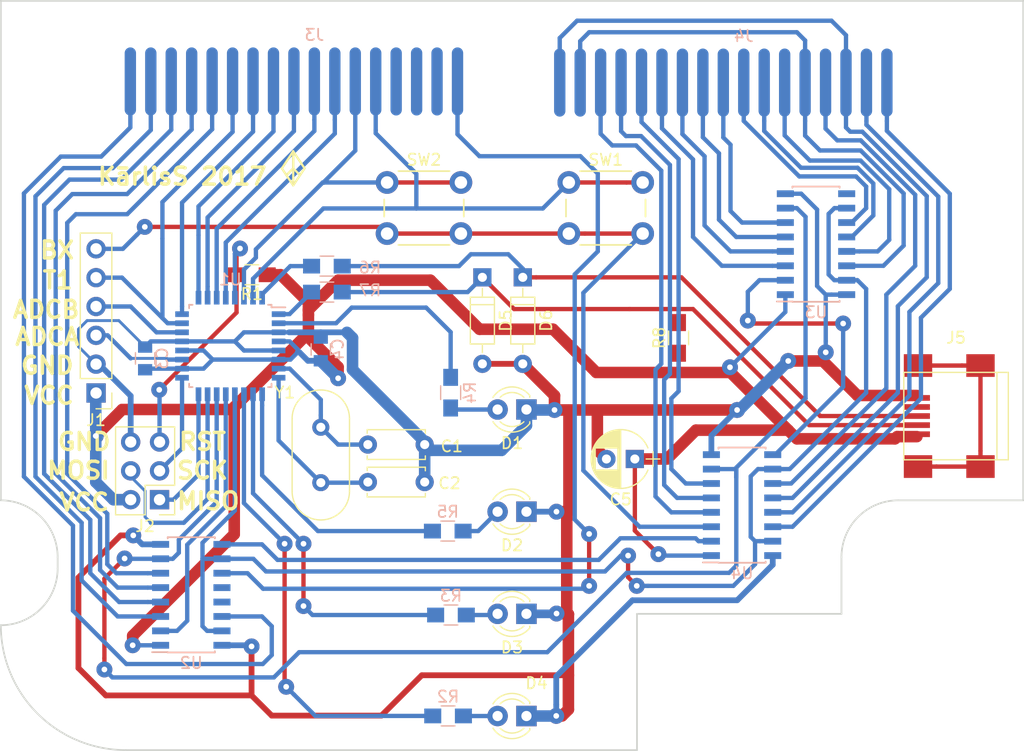
<source format=kicad_pcb>
(kicad_pcb (version 4) (host pcbnew 4.0.6)

  (general
    (links 118)
    (no_connects 0)
    (area 29.924999 29.924999 120.075001 96.075001)
    (thickness 1.6)
    (drawings 34)
    (tracks 635)
    (zones 0)
    (modules 35)
    (nets 66)
  )

  (page A4)
  (title_block
    (title "Natural Egonomic 4000 replacement board")
    (date 2017-06-02)
    (company "Kārlis Seņko")
  )

  (layers
    (0 F.Cu signal)
    (31 B.Cu signal)
    (32 B.Adhes user)
    (33 F.Adhes user)
    (34 B.Paste user)
    (35 F.Paste user)
    (36 B.SilkS user)
    (37 F.SilkS user)
    (38 B.Mask user)
    (39 F.Mask user)
    (40 Dwgs.User user)
    (41 Cmts.User user)
    (42 Eco1.User user)
    (43 Eco2.User user)
    (44 Edge.Cuts user)
    (45 Margin user)
    (46 B.CrtYd user)
    (47 F.CrtYd user)
    (48 B.Fab user)
    (49 F.Fab user)
  )

  (setup
    (last_trace_width 0.381)
    (user_trace_width 0.381)
    (user_trace_width 0.508)
    (user_trace_width 0.762)
    (user_trace_width 1.016)
    (trace_clearance 0.254)
    (zone_clearance 0.508)
    (zone_45_only no)
    (trace_min 0.254)
    (segment_width 0.2)
    (edge_width 0.15)
    (via_size 1.4)
    (via_drill 0.5)
    (via_min_size 0.4)
    (via_min_drill 0.3)
    (user_via 0.8 0.5)
    (uvia_size 0.3)
    (uvia_drill 0.1)
    (uvias_allowed no)
    (uvia_min_size 0)
    (uvia_min_drill 0)
    (pcb_text_width 0.3)
    (pcb_text_size 1.5 1.5)
    (mod_edge_width 0.15)
    (mod_text_size 1 1)
    (mod_text_width 0.15)
    (pad_size 1.524 1.524)
    (pad_drill 0.762)
    (pad_to_mask_clearance 0.2)
    (aux_axis_origin 0 0)
    (visible_elements FFFFFF7F)
    (pcbplotparams
      (layerselection 0x010f0_80000001)
      (usegerberextensions true)
      (excludeedgelayer true)
      (linewidth 0.100000)
      (plotframeref false)
      (viasonmask false)
      (mode 1)
      (useauxorigin false)
      (hpglpennumber 1)
      (hpglpenspeed 20)
      (hpglpendiameter 15)
      (hpglpenoverlay 2)
      (psnegative false)
      (psa4output false)
      (plotreference true)
      (plotvalue true)
      (plotinvisibletext false)
      (padsonsilk false)
      (subtractmaskfromsilk false)
      (outputformat 1)
      (mirror false)
      (drillshape 0)
      (scaleselection 1)
      (outputdirectory gbr/))
  )

  (net 0 "")
  (net 1 GND)
  (net 2 "Net-(C1-Pad2)")
  (net 3 "Net-(C2-Pad2)")
  (net 4 VCC)
  (net 5 /MOSI)
  (net 6 /MISO)
  (net 7 /SCK)
  (net 8 /RESET)
  (net 9 "Net-(D1-Pad2)")
  (net 10 "Net-(D2-Pad2)")
  (net 11 "Net-(D3-Pad2)")
  (net 12 "Net-(D4-Pad2)")
  (net 13 /T1)
  (net 14 /T2)
  (net 15 /T3)
  (net 16 /T4)
  (net 17 /T5)
  (net 18 /T6)
  (net 19 /T7)
  (net 20 /T8)
  (net 21 /C1)
  (net 22 /C2)
  (net 23 /C3)
  (net 24 "Net-(J5-Pad4)")
  (net 25 "Net-(J5-Pad6)")
  (net 26 /B1)
  (net 27 /B2)
  (net 28 /B3)
  (net 29 /B4)
  (net 30 /B5)
  (net 31 /B6)
  (net 32 /B9)
  (net 33 /B10)
  (net 34 /B11)
  (net 35 /B12)
  (net 36 /B13)
  (net 37 /B14)
  (net 38 /B15)
  (net 39 /B16)
  (net 40 /B17)
  (net 41 /B18)
  (net 42 /B8)
  (net 43 /B7)
  (net 44 /SRD)
  (net 45 /SRCLR)
  (net 46 /SRCLK)
  (net 47 /LED4)
  (net 48 /LED3)
  (net 49 /LED2)
  (net 50 /LED1)
  (net 51 /ADCB)
  (net 52 /ADCA)
  (net 53 /B20)
  (net 54 /B22)
  (net 55 /B23)
  (net 56 /BX)
  (net 57 "Net-(U2-Pad12)")
  (net 58 "Net-(U2-Pad13)")
  (net 59 "Net-(U3-Pad9)")
  (net 60 /SER_23)
  (net 61 /SER_43)
  (net 62 /USB-)
  (net 63 /USB+)
  (net 64 /USB+_M)
  (net 65 /USB-_M)

  (net_class Default "This is the default net class."
    (clearance 0.254)
    (trace_width 0.381)
    (via_dia 1.4)
    (via_drill 0.5)
    (uvia_dia 0.3)
    (uvia_drill 0.1)
    (add_net /ADCA)
    (add_net /ADCB)
    (add_net /B1)
    (add_net /B10)
    (add_net /B11)
    (add_net /B12)
    (add_net /B13)
    (add_net /B14)
    (add_net /B15)
    (add_net /B16)
    (add_net /B17)
    (add_net /B18)
    (add_net /B2)
    (add_net /B20)
    (add_net /B22)
    (add_net /B23)
    (add_net /B3)
    (add_net /B4)
    (add_net /B5)
    (add_net /B6)
    (add_net /B7)
    (add_net /B8)
    (add_net /B9)
    (add_net /BX)
    (add_net /C1)
    (add_net /C2)
    (add_net /C3)
    (add_net /LED1)
    (add_net /LED2)
    (add_net /LED3)
    (add_net /LED4)
    (add_net /MISO)
    (add_net /MOSI)
    (add_net /RESET)
    (add_net /SCK)
    (add_net /SER_23)
    (add_net /SER_43)
    (add_net /SRCLK)
    (add_net /SRCLR)
    (add_net /SRD)
    (add_net /T1)
    (add_net /T2)
    (add_net /T3)
    (add_net /T4)
    (add_net /T5)
    (add_net /T6)
    (add_net /T7)
    (add_net /T8)
    (add_net /USB+)
    (add_net /USB+_M)
    (add_net /USB-)
    (add_net /USB-_M)
    (add_net GND)
    (add_net "Net-(C1-Pad2)")
    (add_net "Net-(C2-Pad2)")
    (add_net "Net-(D1-Pad2)")
    (add_net "Net-(D2-Pad2)")
    (add_net "Net-(D3-Pad2)")
    (add_net "Net-(D4-Pad2)")
    (add_net "Net-(J5-Pad4)")
    (add_net "Net-(J5-Pad6)")
    (add_net "Net-(U2-Pad12)")
    (add_net "Net-(U2-Pad13)")
    (add_net "Net-(U3-Pad9)")
    (add_net VCC)
  )

  (module Housings_SOIC:SOIC-16_3.9x9.9mm_Pitch1.27mm (layer B.Cu) (tedit 574D979F) (tstamp 597D9560)
    (at 95.25 74.422)
    (descr "16-Lead Plastic Small Outline (SL) - Narrow, 3.90 mm Body [SOIC] (see Microchip Packaging Specification 00000049BS.pdf)")
    (tags "SOIC 1.27")
    (path /597DDF06)
    (attr smd)
    (fp_text reference U4 (at 0 6) (layer B.SilkS)
      (effects (font (size 1 1) (thickness 0.15)) (justify mirror))
    )
    (fp_text value 6C595 (at 0 -6) (layer B.Fab)
      (effects (font (size 1 1) (thickness 0.15)) (justify mirror))
    )
    (fp_line (start -0.95 4.95) (end 1.95 4.95) (layer B.Fab) (width 0.15))
    (fp_line (start 1.95 4.95) (end 1.95 -4.95) (layer B.Fab) (width 0.15))
    (fp_line (start 1.95 -4.95) (end -1.95 -4.95) (layer B.Fab) (width 0.15))
    (fp_line (start -1.95 -4.95) (end -1.95 3.95) (layer B.Fab) (width 0.15))
    (fp_line (start -1.95 3.95) (end -0.95 4.95) (layer B.Fab) (width 0.15))
    (fp_line (start -3.7 5.25) (end -3.7 -5.25) (layer B.CrtYd) (width 0.05))
    (fp_line (start 3.7 5.25) (end 3.7 -5.25) (layer B.CrtYd) (width 0.05))
    (fp_line (start -3.7 5.25) (end 3.7 5.25) (layer B.CrtYd) (width 0.05))
    (fp_line (start -3.7 -5.25) (end 3.7 -5.25) (layer B.CrtYd) (width 0.05))
    (fp_line (start -2.075 5.075) (end -2.075 5.05) (layer B.SilkS) (width 0.15))
    (fp_line (start 2.075 5.075) (end 2.075 4.97) (layer B.SilkS) (width 0.15))
    (fp_line (start 2.075 -5.075) (end 2.075 -4.97) (layer B.SilkS) (width 0.15))
    (fp_line (start -2.075 -5.075) (end -2.075 -4.97) (layer B.SilkS) (width 0.15))
    (fp_line (start -2.075 5.075) (end 2.075 5.075) (layer B.SilkS) (width 0.15))
    (fp_line (start -2.075 -5.075) (end 2.075 -5.075) (layer B.SilkS) (width 0.15))
    (fp_line (start -2.075 5.05) (end -3.45 5.05) (layer B.SilkS) (width 0.15))
    (pad 1 smd rect (at -2.7 4.445) (size 1.5 0.6) (layers B.Cu B.Paste B.Mask)
      (net 4 VCC))
    (pad 2 smd rect (at -2.7 3.175) (size 1.5 0.6) (layers B.Cu B.Paste B.Mask)
      (net 60 /SER_23))
    (pad 3 smd rect (at -2.7 1.905) (size 1.5 0.6) (layers B.Cu B.Paste B.Mask)
      (net 56 /BX))
    (pad 4 smd rect (at -2.7 0.635) (size 1.5 0.6) (layers B.Cu B.Paste B.Mask)
      (net 32 /B9))
    (pad 5 smd rect (at -2.7 -0.635) (size 1.5 0.6) (layers B.Cu B.Paste B.Mask)
      (net 33 /B10))
    (pad 6 smd rect (at -2.7 -1.905) (size 1.5 0.6) (layers B.Cu B.Paste B.Mask)
      (net 34 /B11))
    (pad 7 smd rect (at -2.7 -3.175) (size 1.5 0.6) (layers B.Cu B.Paste B.Mask)
      (net 45 /SRCLR))
    (pad 8 smd rect (at -2.7 -4.445) (size 1.5 0.6) (layers B.Cu B.Paste B.Mask)
      (net 1 GND))
    (pad 9 smd rect (at 2.7 -4.445) (size 1.5 0.6) (layers B.Cu B.Paste B.Mask)
      (net 61 /SER_43))
    (pad 10 smd rect (at 2.7 -3.175) (size 1.5 0.6) (layers B.Cu B.Paste B.Mask)
      (net 46 /SRCLK))
    (pad 11 smd rect (at 2.7 -1.905) (size 1.5 0.6) (layers B.Cu B.Paste B.Mask)
      (net 53 /B20))
    (pad 12 smd rect (at 2.7 -0.635) (size 1.5 0.6) (layers B.Cu B.Paste B.Mask)
      (net 43 /B7))
    (pad 13 smd rect (at 2.7 0.635) (size 1.5 0.6) (layers B.Cu B.Paste B.Mask)
      (net 54 /B22))
    (pad 14 smd rect (at 2.7 1.905) (size 1.5 0.6) (layers B.Cu B.Paste B.Mask)
      (net 55 /B23))
    (pad 15 smd rect (at 2.7 3.175) (size 1.5 0.6) (layers B.Cu B.Paste B.Mask)
      (net 46 /SRCLK))
    (pad 16 smd rect (at 2.7 4.445) (size 1.5 0.6) (layers B.Cu B.Paste B.Mask)
      (net 1 GND))
    (model Housings_SOIC.3dshapes/SOIC-16_3.9x9.9mm_Pitch1.27mm.wrl
      (at (xyz 0 0 0))
      (scale (xyz 1 1 1))
      (rotate (xyz 0 0 0))
    )
  )

  (module Housings_SOIC:SOIC-16_3.9x9.9mm_Pitch1.27mm (layer B.Cu) (tedit 574D979F) (tstamp 597D954D)
    (at 101.76 51.435)
    (descr "16-Lead Plastic Small Outline (SL) - Narrow, 3.90 mm Body [SOIC] (see Microchip Packaging Specification 00000049BS.pdf)")
    (tags "SOIC 1.27")
    (path /597DDFBF)
    (attr smd)
    (fp_text reference U3 (at 0 6) (layer B.SilkS)
      (effects (font (size 1 1) (thickness 0.15)) (justify mirror))
    )
    (fp_text value 6C595 (at 0 -6) (layer B.Fab)
      (effects (font (size 1 1) (thickness 0.15)) (justify mirror))
    )
    (fp_line (start -0.95 4.95) (end 1.95 4.95) (layer B.Fab) (width 0.15))
    (fp_line (start 1.95 4.95) (end 1.95 -4.95) (layer B.Fab) (width 0.15))
    (fp_line (start 1.95 -4.95) (end -1.95 -4.95) (layer B.Fab) (width 0.15))
    (fp_line (start -1.95 -4.95) (end -1.95 3.95) (layer B.Fab) (width 0.15))
    (fp_line (start -1.95 3.95) (end -0.95 4.95) (layer B.Fab) (width 0.15))
    (fp_line (start -3.7 5.25) (end -3.7 -5.25) (layer B.CrtYd) (width 0.05))
    (fp_line (start 3.7 5.25) (end 3.7 -5.25) (layer B.CrtYd) (width 0.05))
    (fp_line (start -3.7 5.25) (end 3.7 5.25) (layer B.CrtYd) (width 0.05))
    (fp_line (start -3.7 -5.25) (end 3.7 -5.25) (layer B.CrtYd) (width 0.05))
    (fp_line (start -2.075 5.075) (end -2.075 5.05) (layer B.SilkS) (width 0.15))
    (fp_line (start 2.075 5.075) (end 2.075 4.97) (layer B.SilkS) (width 0.15))
    (fp_line (start 2.075 -5.075) (end 2.075 -4.97) (layer B.SilkS) (width 0.15))
    (fp_line (start -2.075 -5.075) (end -2.075 -4.97) (layer B.SilkS) (width 0.15))
    (fp_line (start -2.075 5.075) (end 2.075 5.075) (layer B.SilkS) (width 0.15))
    (fp_line (start -2.075 -5.075) (end 2.075 -5.075) (layer B.SilkS) (width 0.15))
    (fp_line (start -2.075 5.05) (end -3.45 5.05) (layer B.SilkS) (width 0.15))
    (pad 1 smd rect (at -2.7 4.445) (size 1.5 0.6) (layers B.Cu B.Paste B.Mask)
      (net 4 VCC))
    (pad 2 smd rect (at -2.7 3.175) (size 1.5 0.6) (layers B.Cu B.Paste B.Mask)
      (net 61 /SER_43))
    (pad 3 smd rect (at -2.7 1.905) (size 1.5 0.6) (layers B.Cu B.Paste B.Mask)
      (net 35 /B12))
    (pad 4 smd rect (at -2.7 0.635) (size 1.5 0.6) (layers B.Cu B.Paste B.Mask)
      (net 36 /B13))
    (pad 5 smd rect (at -2.7 -0.635) (size 1.5 0.6) (layers B.Cu B.Paste B.Mask)
      (net 37 /B14))
    (pad 6 smd rect (at -2.7 -1.905) (size 1.5 0.6) (layers B.Cu B.Paste B.Mask)
      (net 38 /B15))
    (pad 7 smd rect (at -2.7 -3.175) (size 1.5 0.6) (layers B.Cu B.Paste B.Mask)
      (net 45 /SRCLR))
    (pad 8 smd rect (at -2.7 -4.445) (size 1.5 0.6) (layers B.Cu B.Paste B.Mask)
      (net 1 GND))
    (pad 9 smd rect (at 2.7 -4.445) (size 1.5 0.6) (layers B.Cu B.Paste B.Mask)
      (net 59 "Net-(U3-Pad9)"))
    (pad 10 smd rect (at 2.7 -3.175) (size 1.5 0.6) (layers B.Cu B.Paste B.Mask)
      (net 46 /SRCLK))
    (pad 11 smd rect (at 2.7 -1.905) (size 1.5 0.6) (layers B.Cu B.Paste B.Mask)
      (net 39 /B16))
    (pad 12 smd rect (at 2.7 -0.635) (size 1.5 0.6) (layers B.Cu B.Paste B.Mask)
      (net 40 /B17))
    (pad 13 smd rect (at 2.7 0.635) (size 1.5 0.6) (layers B.Cu B.Paste B.Mask)
      (net 41 /B18))
    (pad 14 smd rect (at 2.7 1.905) (size 1.5 0.6) (layers B.Cu B.Paste B.Mask)
      (net 42 /B8))
    (pad 15 smd rect (at 2.7 3.175) (size 1.5 0.6) (layers B.Cu B.Paste B.Mask)
      (net 46 /SRCLK))
    (pad 16 smd rect (at 2.7 4.445) (size 1.5 0.6) (layers B.Cu B.Paste B.Mask)
      (net 1 GND))
    (model Housings_SOIC.3dshapes/SOIC-16_3.9x9.9mm_Pitch1.27mm.wrl
      (at (xyz 0 0 0))
      (scale (xyz 1 1 1))
      (rotate (xyz 0 0 0))
    )
  )

  (module Pin_Headers:Pin_Header_Straight_2x03_Pitch2.54mm (layer F.Cu) (tedit 58CD4EC5) (tstamp 590E2243)
    (at 43.97 73.942 180)
    (descr "Through hole straight pin header, 2x03, 2.54mm pitch, double rows")
    (tags "Through hole pin header THT 2x03 2.54mm double row")
    (path /590E1862)
    (fp_text reference J2 (at 1.27 -2.33 180) (layer F.SilkS)
      (effects (font (size 1 1) (thickness 0.15)))
    )
    (fp_text value CONN_02X03 (at 1.27 7.41 180) (layer F.Fab)
      (effects (font (size 1 1) (thickness 0.15)))
    )
    (fp_line (start -1.27 -1.27) (end -1.27 6.35) (layer F.Fab) (width 0.1))
    (fp_line (start -1.27 6.35) (end 3.81 6.35) (layer F.Fab) (width 0.1))
    (fp_line (start 3.81 6.35) (end 3.81 -1.27) (layer F.Fab) (width 0.1))
    (fp_line (start 3.81 -1.27) (end -1.27 -1.27) (layer F.Fab) (width 0.1))
    (fp_line (start -1.33 1.27) (end -1.33 6.41) (layer F.SilkS) (width 0.12))
    (fp_line (start -1.33 6.41) (end 3.87 6.41) (layer F.SilkS) (width 0.12))
    (fp_line (start 3.87 6.41) (end 3.87 -1.33) (layer F.SilkS) (width 0.12))
    (fp_line (start 3.87 -1.33) (end 1.27 -1.33) (layer F.SilkS) (width 0.12))
    (fp_line (start 1.27 -1.33) (end 1.27 1.27) (layer F.SilkS) (width 0.12))
    (fp_line (start 1.27 1.27) (end -1.33 1.27) (layer F.SilkS) (width 0.12))
    (fp_line (start -1.33 0) (end -1.33 -1.33) (layer F.SilkS) (width 0.12))
    (fp_line (start -1.33 -1.33) (end 0 -1.33) (layer F.SilkS) (width 0.12))
    (fp_line (start -1.8 -1.8) (end -1.8 6.85) (layer F.CrtYd) (width 0.05))
    (fp_line (start -1.8 6.85) (end 4.35 6.85) (layer F.CrtYd) (width 0.05))
    (fp_line (start 4.35 6.85) (end 4.35 -1.8) (layer F.CrtYd) (width 0.05))
    (fp_line (start 4.35 -1.8) (end -1.8 -1.8) (layer F.CrtYd) (width 0.05))
    (fp_text user %R (at 1.27 -2.33 180) (layer F.Fab)
      (effects (font (size 1 1) (thickness 0.15)))
    )
    (pad 1 thru_hole rect (at 0 0 180) (size 1.7 1.7) (drill 1) (layers *.Cu *.Mask)
      (net 6 /MISO))
    (pad 2 thru_hole oval (at 2.54 0 180) (size 1.7 1.7) (drill 1) (layers *.Cu *.Mask)
      (net 4 VCC))
    (pad 3 thru_hole oval (at 0 2.54 180) (size 1.7 1.7) (drill 1) (layers *.Cu *.Mask)
      (net 7 /SCK))
    (pad 4 thru_hole oval (at 2.54 2.54 180) (size 1.7 1.7) (drill 1) (layers *.Cu *.Mask)
      (net 5 /MOSI))
    (pad 5 thru_hole oval (at 0 5.08 180) (size 1.7 1.7) (drill 1) (layers *.Cu *.Mask)
      (net 8 /RESET))
    (pad 6 thru_hole oval (at 2.54 5.08 180) (size 1.7 1.7) (drill 1) (layers *.Cu *.Mask)
      (net 1 GND))
    (model ${KISYS3DMOD}/Pin_Headers.3dshapes/Pin_Header_Straight_2x03_Pitch2.54mm.wrl
      (at (xyz 0.05 -0.1 0))
      (scale (xyz 1 1 1))
      (rotate (xyz 0 0 90))
    )
  )

  (module Mounting_Holes:MountingHole_5mm (layer F.Cu) (tedit 59076DDF) (tstamp 59091794)
    (at 36.9 35.7)
    (descr "Mounting Hole 5mm, no annular")
    (tags "mounting hole 5mm no annular")
    (fp_text reference REF** (at 0 -6) (layer F.SilkS) hide
      (effects (font (size 1 1) (thickness 0.15)))
    )
    (fp_text value 5mm (at 0 6) (layer F.Fab)
      (effects (font (size 1 1) (thickness 0.15)))
    )
    (fp_circle (center 0 0) (end 5 0) (layer Cmts.User) (width 0.15))
    (fp_circle (center 0 0) (end 5.25 0) (layer F.CrtYd) (width 0.05))
    (pad 1 np_thru_hole circle (at 0 0) (size 5 5) (drill 5) (layers *.Cu *.Mask))
  )

  (module Mounting_Holes:MountingHole_5mm (layer F.Cu) (tedit 59076DF6) (tstamp 590917D5)
    (at 112.8 35.7)
    (descr "Mounting Hole 5mm, no annular")
    (tags "mounting hole 5mm no annular")
    (fp_text reference REF** (at 0 -6) (layer F.SilkS) hide
      (effects (font (size 1 1) (thickness 0.15)))
    )
    (fp_text value 5mm (at 0 6) (layer F.Fab)
      (effects (font (size 1 1) (thickness 0.15)))
    )
    (fp_circle (center 0 0) (end 5 0) (layer Cmts.User) (width 0.15))
    (fp_circle (center 0 0) (end 5.25 0) (layer F.CrtYd) (width 0.05))
    (pad 1 np_thru_hole circle (at 0 0) (size 5 5) (drill 5) (layers *.Cu *.Mask))
  )

  (module Mounting_Holes:MountingHole_5mm (layer F.Cu) (tedit 59076DCC) (tstamp 590917CD)
    (at 75 35.7)
    (descr "Mounting Hole 5mm, no annular")
    (tags "mounting hole 5mm no annular")
    (fp_text reference REF** (at 0 -6) (layer F.SilkS) hide
      (effects (font (size 1 1) (thickness 0.15)))
    )
    (fp_text value 5mm (at 0 6) (layer F.Fab)
      (effects (font (size 1 1) (thickness 0.15)))
    )
    (fp_circle (center 0 0) (end 5 0) (layer Cmts.User) (width 0.15))
    (fp_circle (center 0 0) (end 5.25 0) (layer F.CrtYd) (width 0.05))
    (pad 1 np_thru_hole circle (at 0 0) (size 5 5) (drill 5) (layers *.Cu *.Mask))
  )

  (module Mounting_Holes:MountingHole_3mm (layer F.Cu) (tedit 59184028) (tstamp 59091AB2)
    (at 64.75 60.75)
    (descr "Mounting Hole 3mm, no annular")
    (tags "mounting hole 3mm no annular")
    (fp_text reference REF** (at 0 -4) (layer F.SilkS) hide
      (effects (font (size 1 1) (thickness 0.15)))
    )
    (fp_text value 3mm (at 0 4) (layer F.Fab)
      (effects (font (size 1 1) (thickness 0.15)))
    )
    (fp_circle (center 0 0) (end 3 0) (layer Cmts.User) (width 0.15))
    (fp_circle (center 0 0) (end 3.25 0) (layer F.CrtYd) (width 0.05))
    (pad 1 np_thru_hole circle (at 0 0) (size 3 3) (drill 3) (layers *.Cu *.Mask))
  )

  (module Resistors_SMD:R_0805_HandSoldering (layer F.Cu) (tedit 58E0A804) (tstamp 590E2249)
    (at 52.098 54.13 180)
    (descr "Resistor SMD 0805, hand soldering")
    (tags "resistor 0805")
    (path /590E1300)
    (attr smd)
    (fp_text reference R1 (at 0 -1.7 180) (layer F.SilkS)
      (effects (font (size 1 1) (thickness 0.15)))
    )
    (fp_text value 10K (at 0 1.75 180) (layer F.Fab)
      (effects (font (size 1 1) (thickness 0.15)))
    )
    (fp_text user %R (at 0 0 180) (layer F.Fab)
      (effects (font (size 0.5 0.5) (thickness 0.075)))
    )
    (fp_line (start -1 0.62) (end -1 -0.62) (layer F.Fab) (width 0.1))
    (fp_line (start 1 0.62) (end -1 0.62) (layer F.Fab) (width 0.1))
    (fp_line (start 1 -0.62) (end 1 0.62) (layer F.Fab) (width 0.1))
    (fp_line (start -1 -0.62) (end 1 -0.62) (layer F.Fab) (width 0.1))
    (fp_line (start 0.6 0.88) (end -0.6 0.88) (layer F.SilkS) (width 0.12))
    (fp_line (start -0.6 -0.88) (end 0.6 -0.88) (layer F.SilkS) (width 0.12))
    (fp_line (start -2.35 -0.9) (end 2.35 -0.9) (layer F.CrtYd) (width 0.05))
    (fp_line (start -2.35 -0.9) (end -2.35 0.9) (layer F.CrtYd) (width 0.05))
    (fp_line (start 2.35 0.9) (end 2.35 -0.9) (layer F.CrtYd) (width 0.05))
    (fp_line (start 2.35 0.9) (end -2.35 0.9) (layer F.CrtYd) (width 0.05))
    (pad 1 smd rect (at -1.35 0 180) (size 1.5 1.3) (layers F.Cu F.Paste F.Mask)
      (net 4 VCC))
    (pad 2 smd rect (at 1.35 0 180) (size 1.5 1.3) (layers F.Cu F.Paste F.Mask)
      (net 8 /RESET))
    (model ${KISYS3DMOD}/Resistors_SMD.3dshapes/R_0805.wrl
      (at (xyz 0 0 0))
      (scale (xyz 1 1 1))
      (rotate (xyz 0 0 0))
    )
  )

  (module Crystals:Crystal_HC49-4H_Vertical (layer F.Cu) (tedit 58778B02) (tstamp 590E2780)
    (at 58.166 67.564 270)
    (descr "Crystal THT HC-49-4H http://5hertz.com/pdfs/04404_D.pdf")
    (tags "THT crystalHC-49-4H")
    (path /590E14F1)
    (fp_text reference Y1 (at -3.064 3.166 360) (layer F.SilkS)
      (effects (font (size 1 1) (thickness 0.15)))
    )
    (fp_text value 12MHz (at 2.44 3.525 270) (layer F.Fab)
      (effects (font (size 1 1) (thickness 0.15)))
    )
    (fp_arc (start -0.76 0) (end -0.76 -2.325) (angle -180) (layer F.Fab) (width 0.1))
    (fp_arc (start 5.64 0) (end 5.64 -2.325) (angle 180) (layer F.Fab) (width 0.1))
    (fp_arc (start -0.56 0) (end -0.56 -2) (angle -180) (layer F.Fab) (width 0.1))
    (fp_arc (start 5.44 0) (end 5.44 -2) (angle 180) (layer F.Fab) (width 0.1))
    (fp_arc (start -0.76 0) (end -0.76 -2.525) (angle -180) (layer F.SilkS) (width 0.12))
    (fp_arc (start 5.64 0) (end 5.64 -2.525) (angle 180) (layer F.SilkS) (width 0.12))
    (fp_line (start -0.76 -2.325) (end 5.64 -2.325) (layer F.Fab) (width 0.1))
    (fp_line (start -0.76 2.325) (end 5.64 2.325) (layer F.Fab) (width 0.1))
    (fp_line (start -0.56 -2) (end 5.44 -2) (layer F.Fab) (width 0.1))
    (fp_line (start -0.56 2) (end 5.44 2) (layer F.Fab) (width 0.1))
    (fp_line (start -0.76 -2.525) (end 5.64 -2.525) (layer F.SilkS) (width 0.12))
    (fp_line (start -0.76 2.525) (end 5.64 2.525) (layer F.SilkS) (width 0.12))
    (fp_line (start -3.6 -2.8) (end -3.6 2.8) (layer F.CrtYd) (width 0.05))
    (fp_line (start -3.6 2.8) (end 8.5 2.8) (layer F.CrtYd) (width 0.05))
    (fp_line (start 8.5 2.8) (end 8.5 -2.8) (layer F.CrtYd) (width 0.05))
    (fp_line (start 8.5 -2.8) (end -3.6 -2.8) (layer F.CrtYd) (width 0.05))
    (pad 1 thru_hole circle (at 0 0 270) (size 1.5 1.5) (drill 0.8) (layers *.Cu *.Mask)
      (net 2 "Net-(C1-Pad2)"))
    (pad 2 thru_hole circle (at 4.88 0 270) (size 1.5 1.5) (drill 0.8) (layers *.Cu *.Mask)
      (net 3 "Net-(C2-Pad2)"))
    (model Crystals.3dshapes/Crystal_HC49-4H_Vertical.wrl
      (at (xyz 0 0 0))
      (scale (xyz 0.393701 0.393701 0.393701))
      (rotate (xyz 0 0 0))
    )
  )

  (module LEDs:LED_D3.0mm (layer F.Cu) (tedit 587A3A7B) (tstamp 590F61B6)
    (at 76.27 66 180)
    (descr "LED, diameter 3.0mm, 2 pins")
    (tags "LED diameter 3.0mm 2 pins")
    (path /590F651D)
    (fp_text reference D1 (at 1.27 -2.96 180) (layer F.SilkS)
      (effects (font (size 1 1) (thickness 0.15)))
    )
    (fp_text value LED (at 1.27 2.96 180) (layer F.Fab)
      (effects (font (size 1 1) (thickness 0.15)))
    )
    (fp_arc (start 1.27 0) (end -0.23 -1.16619) (angle 284.3) (layer F.Fab) (width 0.1))
    (fp_arc (start 1.27 0) (end -0.29 -1.235516) (angle 108.8) (layer F.SilkS) (width 0.12))
    (fp_arc (start 1.27 0) (end -0.29 1.235516) (angle -108.8) (layer F.SilkS) (width 0.12))
    (fp_arc (start 1.27 0) (end 0.229039 -1.08) (angle 87.9) (layer F.SilkS) (width 0.12))
    (fp_arc (start 1.27 0) (end 0.229039 1.08) (angle -87.9) (layer F.SilkS) (width 0.12))
    (fp_circle (center 1.27 0) (end 2.77 0) (layer F.Fab) (width 0.1))
    (fp_line (start -0.23 -1.16619) (end -0.23 1.16619) (layer F.Fab) (width 0.1))
    (fp_line (start -0.29 -1.236) (end -0.29 -1.08) (layer F.SilkS) (width 0.12))
    (fp_line (start -0.29 1.08) (end -0.29 1.236) (layer F.SilkS) (width 0.12))
    (fp_line (start -1.15 -2.25) (end -1.15 2.25) (layer F.CrtYd) (width 0.05))
    (fp_line (start -1.15 2.25) (end 3.7 2.25) (layer F.CrtYd) (width 0.05))
    (fp_line (start 3.7 2.25) (end 3.7 -2.25) (layer F.CrtYd) (width 0.05))
    (fp_line (start 3.7 -2.25) (end -1.15 -2.25) (layer F.CrtYd) (width 0.05))
    (pad 1 thru_hole rect (at 0 0 180) (size 1.8 1.8) (drill 0.9) (layers *.Cu *.Mask)
      (net 1 GND))
    (pad 2 thru_hole circle (at 2.54 0 180) (size 1.8 1.8) (drill 0.9) (layers *.Cu *.Mask)
      (net 9 "Net-(D1-Pad2)"))
    (model LEDs.3dshapes/LED_D3.0mm.wrl
      (at (xyz 0 0 0))
      (scale (xyz 0.393701 0.393701 0.393701))
      (rotate (xyz 0 0 0))
    )
  )

  (module LEDs:LED_D3.0mm (layer F.Cu) (tedit 587A3A7B) (tstamp 590F61BC)
    (at 76.27 75 180)
    (descr "LED, diameter 3.0mm, 2 pins")
    (tags "LED diameter 3.0mm 2 pins")
    (path /590F7003)
    (fp_text reference D2 (at 1.27 -2.96 180) (layer F.SilkS)
      (effects (font (size 1 1) (thickness 0.15)))
    )
    (fp_text value LED (at 1.27 2.96 180) (layer F.Fab)
      (effects (font (size 1 1) (thickness 0.15)))
    )
    (fp_arc (start 1.27 0) (end -0.23 -1.16619) (angle 284.3) (layer F.Fab) (width 0.1))
    (fp_arc (start 1.27 0) (end -0.29 -1.235516) (angle 108.8) (layer F.SilkS) (width 0.12))
    (fp_arc (start 1.27 0) (end -0.29 1.235516) (angle -108.8) (layer F.SilkS) (width 0.12))
    (fp_arc (start 1.27 0) (end 0.229039 -1.08) (angle 87.9) (layer F.SilkS) (width 0.12))
    (fp_arc (start 1.27 0) (end 0.229039 1.08) (angle -87.9) (layer F.SilkS) (width 0.12))
    (fp_circle (center 1.27 0) (end 2.77 0) (layer F.Fab) (width 0.1))
    (fp_line (start -0.23 -1.16619) (end -0.23 1.16619) (layer F.Fab) (width 0.1))
    (fp_line (start -0.29 -1.236) (end -0.29 -1.08) (layer F.SilkS) (width 0.12))
    (fp_line (start -0.29 1.08) (end -0.29 1.236) (layer F.SilkS) (width 0.12))
    (fp_line (start -1.15 -2.25) (end -1.15 2.25) (layer F.CrtYd) (width 0.05))
    (fp_line (start -1.15 2.25) (end 3.7 2.25) (layer F.CrtYd) (width 0.05))
    (fp_line (start 3.7 2.25) (end 3.7 -2.25) (layer F.CrtYd) (width 0.05))
    (fp_line (start 3.7 -2.25) (end -1.15 -2.25) (layer F.CrtYd) (width 0.05))
    (pad 1 thru_hole rect (at 0 0 180) (size 1.8 1.8) (drill 0.9) (layers *.Cu *.Mask)
      (net 1 GND))
    (pad 2 thru_hole circle (at 2.54 0 180) (size 1.8 1.8) (drill 0.9) (layers *.Cu *.Mask)
      (net 10 "Net-(D2-Pad2)"))
    (model LEDs.3dshapes/LED_D3.0mm.wrl
      (at (xyz 0 0 0))
      (scale (xyz 0.393701 0.393701 0.393701))
      (rotate (xyz 0 0 0))
    )
  )

  (module LEDs:LED_D3.0mm (layer F.Cu) (tedit 587A3A7B) (tstamp 590F61C2)
    (at 76.27 84 180)
    (descr "LED, diameter 3.0mm, 2 pins")
    (tags "LED diameter 3.0mm 2 pins")
    (path /590F704B)
    (fp_text reference D3 (at 1.27 -2.96 180) (layer F.SilkS)
      (effects (font (size 1 1) (thickness 0.15)))
    )
    (fp_text value LED (at 1.27 2.96 180) (layer F.Fab)
      (effects (font (size 1 1) (thickness 0.15)))
    )
    (fp_arc (start 1.27 0) (end -0.23 -1.16619) (angle 284.3) (layer F.Fab) (width 0.1))
    (fp_arc (start 1.27 0) (end -0.29 -1.235516) (angle 108.8) (layer F.SilkS) (width 0.12))
    (fp_arc (start 1.27 0) (end -0.29 1.235516) (angle -108.8) (layer F.SilkS) (width 0.12))
    (fp_arc (start 1.27 0) (end 0.229039 -1.08) (angle 87.9) (layer F.SilkS) (width 0.12))
    (fp_arc (start 1.27 0) (end 0.229039 1.08) (angle -87.9) (layer F.SilkS) (width 0.12))
    (fp_circle (center 1.27 0) (end 2.77 0) (layer F.Fab) (width 0.1))
    (fp_line (start -0.23 -1.16619) (end -0.23 1.16619) (layer F.Fab) (width 0.1))
    (fp_line (start -0.29 -1.236) (end -0.29 -1.08) (layer F.SilkS) (width 0.12))
    (fp_line (start -0.29 1.08) (end -0.29 1.236) (layer F.SilkS) (width 0.12))
    (fp_line (start -1.15 -2.25) (end -1.15 2.25) (layer F.CrtYd) (width 0.05))
    (fp_line (start -1.15 2.25) (end 3.7 2.25) (layer F.CrtYd) (width 0.05))
    (fp_line (start 3.7 2.25) (end 3.7 -2.25) (layer F.CrtYd) (width 0.05))
    (fp_line (start 3.7 -2.25) (end -1.15 -2.25) (layer F.CrtYd) (width 0.05))
    (pad 1 thru_hole rect (at 0 0 180) (size 1.8 1.8) (drill 0.9) (layers *.Cu *.Mask)
      (net 1 GND))
    (pad 2 thru_hole circle (at 2.54 0 180) (size 1.8 1.8) (drill 0.9) (layers *.Cu *.Mask)
      (net 11 "Net-(D3-Pad2)"))
    (model LEDs.3dshapes/LED_D3.0mm.wrl
      (at (xyz 0 0 0))
      (scale (xyz 0.393701 0.393701 0.393701))
      (rotate (xyz 0 0 0))
    )
  )

  (module LEDs:LED_D3.0mm (layer F.Cu) (tedit 587A3A7B) (tstamp 590F61C8)
    (at 76.27 93 180)
    (descr "LED, diameter 3.0mm, 2 pins")
    (tags "LED diameter 3.0mm 2 pins")
    (path /590F7094)
    (fp_text reference D4 (at -0.8825 2.8935 180) (layer F.SilkS)
      (effects (font (size 1 1) (thickness 0.15)))
    )
    (fp_text value LED (at 1.27 2.96 180) (layer F.Fab)
      (effects (font (size 1 1) (thickness 0.15)))
    )
    (fp_arc (start 1.27 0) (end -0.23 -1.16619) (angle 284.3) (layer F.Fab) (width 0.1))
    (fp_arc (start 1.27 0) (end -0.29 -1.235516) (angle 108.8) (layer F.SilkS) (width 0.12))
    (fp_arc (start 1.27 0) (end -0.29 1.235516) (angle -108.8) (layer F.SilkS) (width 0.12))
    (fp_arc (start 1.27 0) (end 0.229039 -1.08) (angle 87.9) (layer F.SilkS) (width 0.12))
    (fp_arc (start 1.27 0) (end 0.229039 1.08) (angle -87.9) (layer F.SilkS) (width 0.12))
    (fp_circle (center 1.27 0) (end 2.77 0) (layer F.Fab) (width 0.1))
    (fp_line (start -0.23 -1.16619) (end -0.23 1.16619) (layer F.Fab) (width 0.1))
    (fp_line (start -0.29 -1.236) (end -0.29 -1.08) (layer F.SilkS) (width 0.12))
    (fp_line (start -0.29 1.08) (end -0.29 1.236) (layer F.SilkS) (width 0.12))
    (fp_line (start -1.15 -2.25) (end -1.15 2.25) (layer F.CrtYd) (width 0.05))
    (fp_line (start -1.15 2.25) (end 3.7 2.25) (layer F.CrtYd) (width 0.05))
    (fp_line (start 3.7 2.25) (end 3.7 -2.25) (layer F.CrtYd) (width 0.05))
    (fp_line (start 3.7 -2.25) (end -1.15 -2.25) (layer F.CrtYd) (width 0.05))
    (pad 1 thru_hole rect (at 0 0 180) (size 1.8 1.8) (drill 0.9) (layers *.Cu *.Mask)
      (net 1 GND))
    (pad 2 thru_hole circle (at 2.54 0 180) (size 1.8 1.8) (drill 0.9) (layers *.Cu *.Mask)
      (net 12 "Net-(D4-Pad2)"))
    (model LEDs.3dshapes/LED_D3.0mm.wrl
      (at (xyz 0 0 0))
      (scale (xyz 0.393701 0.393701 0.393701))
      (rotate (xyz 0 0 0))
    )
  )

  (module Resistors_SMD:R_0805_HandSoldering (layer B.Cu) (tedit 58AADA1D) (tstamp 590F61CE)
    (at 69.37 92.992 180)
    (descr "Resistor SMD 0805, hand soldering")
    (tags "resistor 0805")
    (path /590F687B)
    (attr smd)
    (fp_text reference R2 (at 0 1.7 180) (layer B.SilkS)
      (effects (font (size 1 1) (thickness 0.15)) (justify mirror))
    )
    (fp_text value 1,5K (at 0 -1.75 180) (layer B.Fab)
      (effects (font (size 1 1) (thickness 0.15)) (justify mirror))
    )
    (fp_text user %R (at 0 1.7 180) (layer B.Fab)
      (effects (font (size 1 1) (thickness 0.15)) (justify mirror))
    )
    (fp_line (start -1 -0.62) (end -1 0.62) (layer B.Fab) (width 0.1))
    (fp_line (start 1 -0.62) (end -1 -0.62) (layer B.Fab) (width 0.1))
    (fp_line (start 1 0.62) (end 1 -0.62) (layer B.Fab) (width 0.1))
    (fp_line (start -1 0.62) (end 1 0.62) (layer B.Fab) (width 0.1))
    (fp_line (start 0.6 -0.88) (end -0.6 -0.88) (layer B.SilkS) (width 0.12))
    (fp_line (start -0.6 0.88) (end 0.6 0.88) (layer B.SilkS) (width 0.12))
    (fp_line (start -2.35 0.9) (end 2.35 0.9) (layer B.CrtYd) (width 0.05))
    (fp_line (start -2.35 0.9) (end -2.35 -0.9) (layer B.CrtYd) (width 0.05))
    (fp_line (start 2.35 -0.9) (end 2.35 0.9) (layer B.CrtYd) (width 0.05))
    (fp_line (start 2.35 -0.9) (end -2.35 -0.9) (layer B.CrtYd) (width 0.05))
    (pad 1 smd rect (at -1.35 0 180) (size 1.5 1.3) (layers B.Cu B.Paste B.Mask)
      (net 12 "Net-(D4-Pad2)"))
    (pad 2 smd rect (at 1.35 0 180) (size 1.5 1.3) (layers B.Cu B.Paste B.Mask)
      (net 47 /LED4))
    (model Resistors_SMD.3dshapes/R_0805.wrl
      (at (xyz 0 0 0))
      (scale (xyz 1 1 1))
      (rotate (xyz 0 0 0))
    )
  )

  (module Resistors_SMD:R_0805_HandSoldering (layer B.Cu) (tedit 58AADA1D) (tstamp 590F61D4)
    (at 69.624 84.102 180)
    (descr "Resistor SMD 0805, hand soldering")
    (tags "resistor 0805")
    (path /590F6A20)
    (attr smd)
    (fp_text reference R3 (at 0 1.7 180) (layer B.SilkS)
      (effects (font (size 1 1) (thickness 0.15)) (justify mirror))
    )
    (fp_text value 1,5K (at 0 -1.75 180) (layer B.Fab)
      (effects (font (size 1 1) (thickness 0.15)) (justify mirror))
    )
    (fp_text user %R (at 0 1.7 180) (layer B.Fab)
      (effects (font (size 1 1) (thickness 0.15)) (justify mirror))
    )
    (fp_line (start -1 -0.62) (end -1 0.62) (layer B.Fab) (width 0.1))
    (fp_line (start 1 -0.62) (end -1 -0.62) (layer B.Fab) (width 0.1))
    (fp_line (start 1 0.62) (end 1 -0.62) (layer B.Fab) (width 0.1))
    (fp_line (start -1 0.62) (end 1 0.62) (layer B.Fab) (width 0.1))
    (fp_line (start 0.6 -0.88) (end -0.6 -0.88) (layer B.SilkS) (width 0.12))
    (fp_line (start -0.6 0.88) (end 0.6 0.88) (layer B.SilkS) (width 0.12))
    (fp_line (start -2.35 0.9) (end 2.35 0.9) (layer B.CrtYd) (width 0.05))
    (fp_line (start -2.35 0.9) (end -2.35 -0.9) (layer B.CrtYd) (width 0.05))
    (fp_line (start 2.35 -0.9) (end 2.35 0.9) (layer B.CrtYd) (width 0.05))
    (fp_line (start 2.35 -0.9) (end -2.35 -0.9) (layer B.CrtYd) (width 0.05))
    (pad 1 smd rect (at -1.35 0 180) (size 1.5 1.3) (layers B.Cu B.Paste B.Mask)
      (net 11 "Net-(D3-Pad2)"))
    (pad 2 smd rect (at 1.35 0 180) (size 1.5 1.3) (layers B.Cu B.Paste B.Mask)
      (net 48 /LED3))
    (model Resistors_SMD.3dshapes/R_0805.wrl
      (at (xyz 0 0 0))
      (scale (xyz 1 1 1))
      (rotate (xyz 0 0 0))
    )
  )

  (module Resistors_SMD:R_0805_HandSoldering (layer B.Cu) (tedit 58AADA1D) (tstamp 590F61DA)
    (at 69.596 64.516 90)
    (descr "Resistor SMD 0805, hand soldering")
    (tags "resistor 0805")
    (path /590F6A63)
    (attr smd)
    (fp_text reference R4 (at 0 1.7 90) (layer B.SilkS)
      (effects (font (size 1 1) (thickness 0.15)) (justify mirror))
    )
    (fp_text value 1,5K (at 0 -1.75 90) (layer B.Fab)
      (effects (font (size 1 1) (thickness 0.15)) (justify mirror))
    )
    (fp_text user %R (at 0 1.7 90) (layer B.Fab)
      (effects (font (size 1 1) (thickness 0.15)) (justify mirror))
    )
    (fp_line (start -1 -0.62) (end -1 0.62) (layer B.Fab) (width 0.1))
    (fp_line (start 1 -0.62) (end -1 -0.62) (layer B.Fab) (width 0.1))
    (fp_line (start 1 0.62) (end 1 -0.62) (layer B.Fab) (width 0.1))
    (fp_line (start -1 0.62) (end 1 0.62) (layer B.Fab) (width 0.1))
    (fp_line (start 0.6 -0.88) (end -0.6 -0.88) (layer B.SilkS) (width 0.12))
    (fp_line (start -0.6 0.88) (end 0.6 0.88) (layer B.SilkS) (width 0.12))
    (fp_line (start -2.35 0.9) (end 2.35 0.9) (layer B.CrtYd) (width 0.05))
    (fp_line (start -2.35 0.9) (end -2.35 -0.9) (layer B.CrtYd) (width 0.05))
    (fp_line (start 2.35 -0.9) (end 2.35 0.9) (layer B.CrtYd) (width 0.05))
    (fp_line (start 2.35 -0.9) (end -2.35 -0.9) (layer B.CrtYd) (width 0.05))
    (pad 1 smd rect (at -1.35 0 90) (size 1.5 1.3) (layers B.Cu B.Paste B.Mask)
      (net 9 "Net-(D1-Pad2)"))
    (pad 2 smd rect (at 1.35 0 90) (size 1.5 1.3) (layers B.Cu B.Paste B.Mask)
      (net 50 /LED1))
    (model Resistors_SMD.3dshapes/R_0805.wrl
      (at (xyz 0 0 0))
      (scale (xyz 1 1 1))
      (rotate (xyz 0 0 0))
    )
  )

  (module Resistors_SMD:R_0805_HandSoldering (layer B.Cu) (tedit 58AADA1D) (tstamp 590F61E0)
    (at 69.342 76.708 180)
    (descr "Resistor SMD 0805, hand soldering")
    (tags "resistor 0805")
    (path /590F6C31)
    (attr smd)
    (fp_text reference R5 (at 0 1.7 180) (layer B.SilkS)
      (effects (font (size 1 1) (thickness 0.15)) (justify mirror))
    )
    (fp_text value 1,5K (at 0 -1.75 180) (layer B.Fab)
      (effects (font (size 1 1) (thickness 0.15)) (justify mirror))
    )
    (fp_text user %R (at 0 1.7 180) (layer B.Fab)
      (effects (font (size 1 1) (thickness 0.15)) (justify mirror))
    )
    (fp_line (start -1 -0.62) (end -1 0.62) (layer B.Fab) (width 0.1))
    (fp_line (start 1 -0.62) (end -1 -0.62) (layer B.Fab) (width 0.1))
    (fp_line (start 1 0.62) (end 1 -0.62) (layer B.Fab) (width 0.1))
    (fp_line (start -1 0.62) (end 1 0.62) (layer B.Fab) (width 0.1))
    (fp_line (start 0.6 -0.88) (end -0.6 -0.88) (layer B.SilkS) (width 0.12))
    (fp_line (start -0.6 0.88) (end 0.6 0.88) (layer B.SilkS) (width 0.12))
    (fp_line (start -2.35 0.9) (end 2.35 0.9) (layer B.CrtYd) (width 0.05))
    (fp_line (start -2.35 0.9) (end -2.35 -0.9) (layer B.CrtYd) (width 0.05))
    (fp_line (start 2.35 -0.9) (end 2.35 0.9) (layer B.CrtYd) (width 0.05))
    (fp_line (start 2.35 -0.9) (end -2.35 -0.9) (layer B.CrtYd) (width 0.05))
    (pad 1 smd rect (at -1.35 0 180) (size 1.5 1.3) (layers B.Cu B.Paste B.Mask)
      (net 10 "Net-(D2-Pad2)"))
    (pad 2 smd rect (at 1.35 0 180) (size 1.5 1.3) (layers B.Cu B.Paste B.Mask)
      (net 49 /LED2))
    (model Resistors_SMD.3dshapes/R_0805.wrl
      (at (xyz 0 0 0))
      (scale (xyz 1 1 1))
      (rotate (xyz 0 0 0))
    )
  )

  (module Buttons_Switches_THT:SW_PUSH_6mm (layer F.Cu) (tedit 58134C96) (tstamp 590F61E8)
    (at 80 46)
    (descr https://www.omron.com/ecb/products/pdf/en-b3f.pdf)
    (tags "tact sw push 6mm")
    (path /590F8814)
    (fp_text reference SW1 (at 3.25 -2) (layer F.SilkS)
      (effects (font (size 1 1) (thickness 0.15)))
    )
    (fp_text value SW_Push (at 3.75 6.7) (layer F.Fab)
      (effects (font (size 1 1) (thickness 0.15)))
    )
    (fp_line (start 3.25 -0.75) (end 6.25 -0.75) (layer F.Fab) (width 0.1))
    (fp_line (start 6.25 -0.75) (end 6.25 5.25) (layer F.Fab) (width 0.1))
    (fp_line (start 6.25 5.25) (end 0.25 5.25) (layer F.Fab) (width 0.1))
    (fp_line (start 0.25 5.25) (end 0.25 -0.75) (layer F.Fab) (width 0.1))
    (fp_line (start 0.25 -0.75) (end 3.25 -0.75) (layer F.Fab) (width 0.1))
    (fp_line (start 7.75 6) (end 8 6) (layer F.CrtYd) (width 0.05))
    (fp_line (start 8 6) (end 8 5.75) (layer F.CrtYd) (width 0.05))
    (fp_line (start 7.75 -1.5) (end 8 -1.5) (layer F.CrtYd) (width 0.05))
    (fp_line (start 8 -1.5) (end 8 -1.25) (layer F.CrtYd) (width 0.05))
    (fp_line (start -1.5 -1.25) (end -1.5 -1.5) (layer F.CrtYd) (width 0.05))
    (fp_line (start -1.5 -1.5) (end -1.25 -1.5) (layer F.CrtYd) (width 0.05))
    (fp_line (start -1.5 5.75) (end -1.5 6) (layer F.CrtYd) (width 0.05))
    (fp_line (start -1.5 6) (end -1.25 6) (layer F.CrtYd) (width 0.05))
    (fp_line (start -1.25 -1.5) (end 7.75 -1.5) (layer F.CrtYd) (width 0.05))
    (fp_line (start -1.5 5.75) (end -1.5 -1.25) (layer F.CrtYd) (width 0.05))
    (fp_line (start 7.75 6) (end -1.25 6) (layer F.CrtYd) (width 0.05))
    (fp_line (start 8 -1.25) (end 8 5.75) (layer F.CrtYd) (width 0.05))
    (fp_line (start 1 5.5) (end 5.5 5.5) (layer F.SilkS) (width 0.15))
    (fp_line (start -0.25 1.5) (end -0.25 3) (layer F.SilkS) (width 0.15))
    (fp_line (start 5.5 -1) (end 1 -1) (layer F.SilkS) (width 0.15))
    (fp_line (start 6.75 3) (end 6.75 1.5) (layer F.SilkS) (width 0.15))
    (fp_circle (center 3.25 2.25) (end 1.25 2.5) (layer F.Fab) (width 0.1))
    (pad 2 thru_hole circle (at 0 4.5 90) (size 2 2) (drill 1.1) (layers *.Cu *.Mask)
      (net 56 /BX))
    (pad 1 thru_hole circle (at 0 0 90) (size 2 2) (drill 1.1) (layers *.Cu *.Mask)
      (net 20 /T8))
    (pad 2 thru_hole circle (at 6.5 4.5 90) (size 2 2) (drill 1.1) (layers *.Cu *.Mask)
      (net 56 /BX))
    (pad 1 thru_hole circle (at 6.5 0 90) (size 2 2) (drill 1.1) (layers *.Cu *.Mask)
      (net 20 /T8))
    (model Buttons_Switches_THT.3dshapes/SW_PUSH_6mm.wrl
      (at (xyz 0.005 0 0))
      (scale (xyz 0.3937 0.3937 0.3937))
      (rotate (xyz 0 0 0))
    )
  )

  (module Buttons_Switches_THT:SW_PUSH_6mm (layer F.Cu) (tedit 58134C96) (tstamp 590F61F0)
    (at 64 46)
    (descr https://www.omron.com/ecb/products/pdf/en-b3f.pdf)
    (tags "tact sw push 6mm")
    (path /590F893B)
    (fp_text reference SW2 (at 3.25 -2) (layer F.SilkS)
      (effects (font (size 1 1) (thickness 0.15)))
    )
    (fp_text value SW_Push (at 3.75 6.7) (layer F.Fab)
      (effects (font (size 1 1) (thickness 0.15)))
    )
    (fp_line (start 3.25 -0.75) (end 6.25 -0.75) (layer F.Fab) (width 0.1))
    (fp_line (start 6.25 -0.75) (end 6.25 5.25) (layer F.Fab) (width 0.1))
    (fp_line (start 6.25 5.25) (end 0.25 5.25) (layer F.Fab) (width 0.1))
    (fp_line (start 0.25 5.25) (end 0.25 -0.75) (layer F.Fab) (width 0.1))
    (fp_line (start 0.25 -0.75) (end 3.25 -0.75) (layer F.Fab) (width 0.1))
    (fp_line (start 7.75 6) (end 8 6) (layer F.CrtYd) (width 0.05))
    (fp_line (start 8 6) (end 8 5.75) (layer F.CrtYd) (width 0.05))
    (fp_line (start 7.75 -1.5) (end 8 -1.5) (layer F.CrtYd) (width 0.05))
    (fp_line (start 8 -1.5) (end 8 -1.25) (layer F.CrtYd) (width 0.05))
    (fp_line (start -1.5 -1.25) (end -1.5 -1.5) (layer F.CrtYd) (width 0.05))
    (fp_line (start -1.5 -1.5) (end -1.25 -1.5) (layer F.CrtYd) (width 0.05))
    (fp_line (start -1.5 5.75) (end -1.5 6) (layer F.CrtYd) (width 0.05))
    (fp_line (start -1.5 6) (end -1.25 6) (layer F.CrtYd) (width 0.05))
    (fp_line (start -1.25 -1.5) (end 7.75 -1.5) (layer F.CrtYd) (width 0.05))
    (fp_line (start -1.5 5.75) (end -1.5 -1.25) (layer F.CrtYd) (width 0.05))
    (fp_line (start 7.75 6) (end -1.25 6) (layer F.CrtYd) (width 0.05))
    (fp_line (start 8 -1.25) (end 8 5.75) (layer F.CrtYd) (width 0.05))
    (fp_line (start 1 5.5) (end 5.5 5.5) (layer F.SilkS) (width 0.15))
    (fp_line (start -0.25 1.5) (end -0.25 3) (layer F.SilkS) (width 0.15))
    (fp_line (start 5.5 -1) (end 1 -1) (layer F.SilkS) (width 0.15))
    (fp_line (start 6.75 3) (end 6.75 1.5) (layer F.SilkS) (width 0.15))
    (fp_circle (center 3.25 2.25) (end 1.25 2.5) (layer F.Fab) (width 0.1))
    (pad 2 thru_hole circle (at 0 4.5 90) (size 2 2) (drill 1.1) (layers *.Cu *.Mask)
      (net 56 /BX))
    (pad 1 thru_hole circle (at 0 0 90) (size 2 2) (drill 1.1) (layers *.Cu *.Mask)
      (net 19 /T7))
    (pad 2 thru_hole circle (at 6.5 4.5 90) (size 2 2) (drill 1.1) (layers *.Cu *.Mask)
      (net 56 /BX))
    (pad 1 thru_hole circle (at 6.5 0 90) (size 2 2) (drill 1.1) (layers *.Cu *.Mask)
      (net 19 /T7))
    (model Buttons_Switches_THT.3dshapes/SW_PUSH_6mm.wrl
      (at (xyz 0.005 0 0))
      (scale (xyz 0.3937 0.3937 0.3937))
      (rotate (xyz 0 0 0))
    )
  )

  (module Capacitors_THT:C_Disc_D5.0mm_W2.5mm_P5.00mm (layer F.Cu) (tedit 58765D06) (tstamp 590F679A)
    (at 67.31 69.088 180)
    (descr "C, Disc series, Radial, pin pitch=5.00mm, , diameter*width=5*2.5mm^2, Capacitor, http://cdn-reichelt.de/documents/datenblatt/B300/DS_KERKO_TC.pdf")
    (tags "C Disc series Radial pin pitch 5.00mm  diameter 5mm width 2.5mm Capacitor")
    (path /590E15FF)
    (fp_text reference C1 (at -2.3876 -0.1524 180) (layer F.SilkS)
      (effects (font (size 1 1) (thickness 0.15)))
    )
    (fp_text value 27pF (at 2.286 2.2352 180) (layer F.Fab)
      (effects (font (size 1 1) (thickness 0.15)))
    )
    (fp_line (start 0 -1.25) (end 0 1.25) (layer F.Fab) (width 0.1))
    (fp_line (start 0 1.25) (end 5 1.25) (layer F.Fab) (width 0.1))
    (fp_line (start 5 1.25) (end 5 -1.25) (layer F.Fab) (width 0.1))
    (fp_line (start 5 -1.25) (end 0 -1.25) (layer F.Fab) (width 0.1))
    (fp_line (start -0.06 -1.31) (end 5.06 -1.31) (layer F.SilkS) (width 0.12))
    (fp_line (start -0.06 1.31) (end 5.06 1.31) (layer F.SilkS) (width 0.12))
    (fp_line (start -0.06 -1.31) (end -0.06 -0.996) (layer F.SilkS) (width 0.12))
    (fp_line (start -0.06 0.996) (end -0.06 1.31) (layer F.SilkS) (width 0.12))
    (fp_line (start 5.06 -1.31) (end 5.06 -0.996) (layer F.SilkS) (width 0.12))
    (fp_line (start 5.06 0.996) (end 5.06 1.31) (layer F.SilkS) (width 0.12))
    (fp_line (start -1.05 -1.6) (end -1.05 1.6) (layer F.CrtYd) (width 0.05))
    (fp_line (start -1.05 1.6) (end 6.05 1.6) (layer F.CrtYd) (width 0.05))
    (fp_line (start 6.05 1.6) (end 6.05 -1.6) (layer F.CrtYd) (width 0.05))
    (fp_line (start 6.05 -1.6) (end -1.05 -1.6) (layer F.CrtYd) (width 0.05))
    (pad 1 thru_hole circle (at 0 0 180) (size 1.6 1.6) (drill 0.8) (layers *.Cu *.Mask)
      (net 1 GND))
    (pad 2 thru_hole circle (at 5 0 180) (size 1.6 1.6) (drill 0.8) (layers *.Cu *.Mask)
      (net 2 "Net-(C1-Pad2)"))
    (model Capacitors_THT.3dshapes/C_Disc_D5.0mm_W2.5mm_P5.00mm.wrl
      (at (xyz 0 0 0))
      (scale (xyz 0.393701 0.393701 0.393701))
      (rotate (xyz 0 0 0))
    )
  )

  (module Capacitors_THT:C_Disc_D5.0mm_W2.5mm_P5.00mm (layer F.Cu) (tedit 58765D06) (tstamp 590F679F)
    (at 67.31 72.39 180)
    (descr "C, Disc series, Radial, pin pitch=5.00mm, , diameter*width=5*2.5mm^2, Capacitor, http://cdn-reichelt.de/documents/datenblatt/B300/DS_KERKO_TC.pdf")
    (tags "C Disc series Radial pin pitch 5.00mm  diameter 5mm width 2.5mm Capacitor")
    (path /590E169F)
    (fp_text reference C2 (at -2.1844 -0.1016 180) (layer F.SilkS)
      (effects (font (size 1 1) (thickness 0.15)))
    )
    (fp_text value 27pF (at 2.6924 -2.4384 180) (layer F.Fab)
      (effects (font (size 1 1) (thickness 0.15)))
    )
    (fp_line (start 0 -1.25) (end 0 1.25) (layer F.Fab) (width 0.1))
    (fp_line (start 0 1.25) (end 5 1.25) (layer F.Fab) (width 0.1))
    (fp_line (start 5 1.25) (end 5 -1.25) (layer F.Fab) (width 0.1))
    (fp_line (start 5 -1.25) (end 0 -1.25) (layer F.Fab) (width 0.1))
    (fp_line (start -0.06 -1.31) (end 5.06 -1.31) (layer F.SilkS) (width 0.12))
    (fp_line (start -0.06 1.31) (end 5.06 1.31) (layer F.SilkS) (width 0.12))
    (fp_line (start -0.06 -1.31) (end -0.06 -0.996) (layer F.SilkS) (width 0.12))
    (fp_line (start -0.06 0.996) (end -0.06 1.31) (layer F.SilkS) (width 0.12))
    (fp_line (start 5.06 -1.31) (end 5.06 -0.996) (layer F.SilkS) (width 0.12))
    (fp_line (start 5.06 0.996) (end 5.06 1.31) (layer F.SilkS) (width 0.12))
    (fp_line (start -1.05 -1.6) (end -1.05 1.6) (layer F.CrtYd) (width 0.05))
    (fp_line (start -1.05 1.6) (end 6.05 1.6) (layer F.CrtYd) (width 0.05))
    (fp_line (start 6.05 1.6) (end 6.05 -1.6) (layer F.CrtYd) (width 0.05))
    (fp_line (start 6.05 -1.6) (end -1.05 -1.6) (layer F.CrtYd) (width 0.05))
    (pad 1 thru_hole circle (at 0 0 180) (size 1.6 1.6) (drill 0.8) (layers *.Cu *.Mask)
      (net 1 GND))
    (pad 2 thru_hole circle (at 5 0 180) (size 1.6 1.6) (drill 0.8) (layers *.Cu *.Mask)
      (net 3 "Net-(C2-Pad2)"))
    (model Capacitors_THT.3dshapes/C_Disc_D5.0mm_W2.5mm_P5.00mm.wrl
      (at (xyz 0 0 0))
      (scale (xyz 0.393701 0.393701 0.393701))
      (rotate (xyz 0 0 0))
    )
  )

  (module Diodes_THT:D_DO-35_SOD27_P7.62mm_Horizontal (layer F.Cu) (tedit 5877C982) (tstamp 590F8421)
    (at 72.39 54.356 270)
    (descr "D, DO-35_SOD27 series, Axial, Horizontal, pin pitch=7.62mm, , length*diameter=4*2mm^2, , http://www.diodes.com/_files/packages/DO-35.pdf")
    (tags "D DO-35_SOD27 series Axial Horizontal pin pitch 7.62mm  length 4mm diameter 2mm")
    (path /59102EE8)
    (fp_text reference D5 (at 3.81 -2.06 270) (layer F.SilkS)
      (effects (font (size 1 1) (thickness 0.15)))
    )
    (fp_text value 3v6 (at 3.81 2.06 270) (layer F.Fab)
      (effects (font (size 1 1) (thickness 0.15)))
    )
    (fp_line (start 1.81 -1) (end 1.81 1) (layer F.Fab) (width 0.1))
    (fp_line (start 1.81 1) (end 5.81 1) (layer F.Fab) (width 0.1))
    (fp_line (start 5.81 1) (end 5.81 -1) (layer F.Fab) (width 0.1))
    (fp_line (start 5.81 -1) (end 1.81 -1) (layer F.Fab) (width 0.1))
    (fp_line (start 0 0) (end 1.81 0) (layer F.Fab) (width 0.1))
    (fp_line (start 7.62 0) (end 5.81 0) (layer F.Fab) (width 0.1))
    (fp_line (start 2.41 -1) (end 2.41 1) (layer F.Fab) (width 0.1))
    (fp_line (start 1.75 -1.06) (end 1.75 1.06) (layer F.SilkS) (width 0.12))
    (fp_line (start 1.75 1.06) (end 5.87 1.06) (layer F.SilkS) (width 0.12))
    (fp_line (start 5.87 1.06) (end 5.87 -1.06) (layer F.SilkS) (width 0.12))
    (fp_line (start 5.87 -1.06) (end 1.75 -1.06) (layer F.SilkS) (width 0.12))
    (fp_line (start 0.98 0) (end 1.75 0) (layer F.SilkS) (width 0.12))
    (fp_line (start 6.64 0) (end 5.87 0) (layer F.SilkS) (width 0.12))
    (fp_line (start 2.41 -1.06) (end 2.41 1.06) (layer F.SilkS) (width 0.12))
    (fp_line (start -1.05 -1.35) (end -1.05 1.35) (layer F.CrtYd) (width 0.05))
    (fp_line (start -1.05 1.35) (end 8.7 1.35) (layer F.CrtYd) (width 0.05))
    (fp_line (start 8.7 1.35) (end 8.7 -1.35) (layer F.CrtYd) (width 0.05))
    (fp_line (start 8.7 -1.35) (end -1.05 -1.35) (layer F.CrtYd) (width 0.05))
    (pad 1 thru_hole rect (at 0 0 270) (size 1.6 1.6) (drill 0.8) (layers *.Cu *.Mask)
      (net 62 /USB-))
    (pad 2 thru_hole oval (at 7.62 0 270) (size 1.6 1.6) (drill 0.8) (layers *.Cu *.Mask)
      (net 1 GND))
    (model Diodes_THT.3dshapes/D_DO-35_SOD27_P7.62mm_Horizontal.wrl
      (at (xyz 0 0 0))
      (scale (xyz 0.393701 0.393701 0.393701))
      (rotate (xyz 0 0 0))
    )
  )

  (module Diodes_THT:D_DO-35_SOD27_P7.62mm_Horizontal (layer F.Cu) (tedit 5877C982) (tstamp 590F8427)
    (at 75.946 54.356 270)
    (descr "D, DO-35_SOD27 series, Axial, Horizontal, pin pitch=7.62mm, , length*diameter=4*2mm^2, , http://www.diodes.com/_files/packages/DO-35.pdf")
    (tags "D DO-35_SOD27 series Axial Horizontal pin pitch 7.62mm  length 4mm diameter 2mm")
    (path /59103049)
    (fp_text reference D6 (at 3.81 -2.06 270) (layer F.SilkS)
      (effects (font (size 1 1) (thickness 0.15)))
    )
    (fp_text value 3v6 (at 3.81 2.06 270) (layer F.Fab)
      (effects (font (size 1 1) (thickness 0.15)))
    )
    (fp_line (start 1.81 -1) (end 1.81 1) (layer F.Fab) (width 0.1))
    (fp_line (start 1.81 1) (end 5.81 1) (layer F.Fab) (width 0.1))
    (fp_line (start 5.81 1) (end 5.81 -1) (layer F.Fab) (width 0.1))
    (fp_line (start 5.81 -1) (end 1.81 -1) (layer F.Fab) (width 0.1))
    (fp_line (start 0 0) (end 1.81 0) (layer F.Fab) (width 0.1))
    (fp_line (start 7.62 0) (end 5.81 0) (layer F.Fab) (width 0.1))
    (fp_line (start 2.41 -1) (end 2.41 1) (layer F.Fab) (width 0.1))
    (fp_line (start 1.75 -1.06) (end 1.75 1.06) (layer F.SilkS) (width 0.12))
    (fp_line (start 1.75 1.06) (end 5.87 1.06) (layer F.SilkS) (width 0.12))
    (fp_line (start 5.87 1.06) (end 5.87 -1.06) (layer F.SilkS) (width 0.12))
    (fp_line (start 5.87 -1.06) (end 1.75 -1.06) (layer F.SilkS) (width 0.12))
    (fp_line (start 0.98 0) (end 1.75 0) (layer F.SilkS) (width 0.12))
    (fp_line (start 6.64 0) (end 5.87 0) (layer F.SilkS) (width 0.12))
    (fp_line (start 2.41 -1.06) (end 2.41 1.06) (layer F.SilkS) (width 0.12))
    (fp_line (start -1.05 -1.35) (end -1.05 1.35) (layer F.CrtYd) (width 0.05))
    (fp_line (start -1.05 1.35) (end 8.7 1.35) (layer F.CrtYd) (width 0.05))
    (fp_line (start 8.7 1.35) (end 8.7 -1.35) (layer F.CrtYd) (width 0.05))
    (fp_line (start 8.7 -1.35) (end -1.05 -1.35) (layer F.CrtYd) (width 0.05))
    (pad 1 thru_hole rect (at 0 0 270) (size 1.6 1.6) (drill 0.8) (layers *.Cu *.Mask)
      (net 63 /USB+))
    (pad 2 thru_hole oval (at 7.62 0 270) (size 1.6 1.6) (drill 0.8) (layers *.Cu *.Mask)
      (net 1 GND))
    (model Diodes_THT.3dshapes/D_DO-35_SOD27_P7.62mm_Horizontal.wrl
      (at (xyz 0 0 0))
      (scale (xyz 0.393701 0.393701 0.393701))
      (rotate (xyz 0 0 0))
    )
  )

  (module Connectors:USB_Mini-B (layer F.Cu) (tedit 5543E571) (tstamp 590F8436)
    (at 113.439 66.576 180)
    (descr "USB Mini-B 5-pin SMD connector")
    (tags "USB USB_B USB_Mini connector")
    (path /5919FB39)
    (attr smd)
    (fp_text reference J5 (at -0.65 6.9 180) (layer F.SilkS)
      (effects (font (size 1 1) (thickness 0.15)))
    )
    (fp_text value USB_OTGP (at -0.65 -7.1 180) (layer F.Fab)
      (effects (font (size 1 1) (thickness 0.15)))
    )
    (fp_line (start -5.5 -5.7) (end 4.2 -5.7) (layer F.CrtYd) (width 0.05))
    (fp_line (start 4.2 -5.7) (end 4.2 5.7) (layer F.CrtYd) (width 0.05))
    (fp_line (start 4.2 5.7) (end -5.5 5.7) (layer F.CrtYd) (width 0.05))
    (fp_line (start -5.5 5.7) (end -5.5 -5.7) (layer F.CrtYd) (width 0.05))
    (fp_line (start -4.25 -3.85) (end -4.25 3.85) (layer F.SilkS) (width 0.12))
    (fp_line (start -5.25 -3.85) (end -5.25 3.85) (layer F.SilkS) (width 0.12))
    (fp_line (start -5.25 3.85) (end 3.95 3.85) (layer F.SilkS) (width 0.12))
    (fp_line (start 3.95 3.85) (end 3.95 -3.85) (layer F.SilkS) (width 0.12))
    (fp_line (start 3.95 -3.85) (end -5.25 -3.85) (layer F.SilkS) (width 0.12))
    (pad 1 smd rect (at 2.8 -1.6 180) (size 2.3 0.5) (layers F.Cu F.Paste F.Mask)
      (net 4 VCC))
    (pad 2 smd rect (at 2.8 -0.8 180) (size 2.3 0.5) (layers F.Cu F.Paste F.Mask)
      (net 62 /USB-))
    (pad 3 smd rect (at 2.8 0 180) (size 2.3 0.5) (layers F.Cu F.Paste F.Mask)
      (net 63 /USB+))
    (pad 4 smd rect (at 2.8 0.8 180) (size 2.3 0.5) (layers F.Cu F.Paste F.Mask)
      (net 24 "Net-(J5-Pad4)"))
    (pad 5 smd rect (at 2.8 1.6 180) (size 2.3 0.5) (layers F.Cu F.Paste F.Mask)
      (net 1 GND))
    (pad 6 smd rect (at 2.7 -4.45 180) (size 2.5 2) (layers F.Cu F.Paste F.Mask)
      (net 25 "Net-(J5-Pad6)"))
    (pad 6 smd rect (at -2.8 -4.45 180) (size 2.5 2) (layers F.Cu F.Paste F.Mask)
      (net 25 "Net-(J5-Pad6)"))
    (pad 6 smd rect (at 2.7 4.45 180) (size 2.5 2) (layers F.Cu F.Paste F.Mask)
      (net 25 "Net-(J5-Pad6)"))
    (pad 6 smd rect (at -2.8 4.45 180) (size 2.5 2) (layers F.Cu F.Paste F.Mask)
      (net 25 "Net-(J5-Pad6)"))
    (pad "" np_thru_hole circle (at 0.2 -2.2 180) (size 0.9 0.9) (drill 0.9) (layers *.Cu *.Mask))
    (pad "" np_thru_hole circle (at 0.2 2.2 180) (size 0.9 0.9) (drill 0.9) (layers *.Cu *.Mask))
  )

  (module Capacitors_SMD:C_0805 (layer B.Cu) (tedit 58AA8463) (tstamp 59121BD0)
    (at 42.7 61.496 90)
    (descr "Capacitor SMD 0805, reflow soldering, AVX (see smccp.pdf)")
    (tags "capacitor 0805")
    (path /591261B1)
    (attr smd)
    (fp_text reference C3 (at 0 1.5 90) (layer B.SilkS)
      (effects (font (size 1 1) (thickness 0.15)) (justify mirror))
    )
    (fp_text value 100nF (at 0 -1.75 90) (layer B.Fab)
      (effects (font (size 1 1) (thickness 0.15)) (justify mirror))
    )
    (fp_text user %R (at 0 1.5 90) (layer B.Fab)
      (effects (font (size 1 1) (thickness 0.15)) (justify mirror))
    )
    (fp_line (start -1 -0.62) (end -1 0.62) (layer B.Fab) (width 0.1))
    (fp_line (start 1 -0.62) (end -1 -0.62) (layer B.Fab) (width 0.1))
    (fp_line (start 1 0.62) (end 1 -0.62) (layer B.Fab) (width 0.1))
    (fp_line (start -1 0.62) (end 1 0.62) (layer B.Fab) (width 0.1))
    (fp_line (start 0.5 0.85) (end -0.5 0.85) (layer B.SilkS) (width 0.12))
    (fp_line (start -0.5 -0.85) (end 0.5 -0.85) (layer B.SilkS) (width 0.12))
    (fp_line (start -1.75 0.88) (end 1.75 0.88) (layer B.CrtYd) (width 0.05))
    (fp_line (start -1.75 0.88) (end -1.75 -0.87) (layer B.CrtYd) (width 0.05))
    (fp_line (start 1.75 -0.87) (end 1.75 0.88) (layer B.CrtYd) (width 0.05))
    (fp_line (start 1.75 -0.87) (end -1.75 -0.87) (layer B.CrtYd) (width 0.05))
    (pad 1 smd rect (at -1 0 90) (size 1 1.25) (layers B.Cu B.Paste B.Mask)
      (net 4 VCC))
    (pad 2 smd rect (at 1 0 90) (size 1 1.25) (layers B.Cu B.Paste B.Mask)
      (net 1 GND))
    (model Capacitors_SMD.3dshapes/C_0805.wrl
      (at (xyz 0 0 0))
      (scale (xyz 1 1 1))
      (rotate (xyz 0 0 0))
    )
  )

  (module Pin_Headers:Pin_Header_Straight_1x06_Pitch2.54mm (layer F.Cu) (tedit 5862ED52) (tstamp 59183F41)
    (at 38.382 64.544 180)
    (descr "Through hole straight pin header, 1x06, 2.54mm pitch, single row")
    (tags "Through hole pin header THT 1x06 2.54mm single row")
    (path /5918DD4B)
    (fp_text reference J1 (at 0 -2.39 180) (layer F.SilkS)
      (effects (font (size 1 1) (thickness 0.15)))
    )
    (fp_text value CONN_01X06 (at 0 15.09 180) (layer F.Fab)
      (effects (font (size 1 1) (thickness 0.15)))
    )
    (fp_line (start -1.27 -1.27) (end -1.27 13.97) (layer F.Fab) (width 0.1))
    (fp_line (start -1.27 13.97) (end 1.27 13.97) (layer F.Fab) (width 0.1))
    (fp_line (start 1.27 13.97) (end 1.27 -1.27) (layer F.Fab) (width 0.1))
    (fp_line (start 1.27 -1.27) (end -1.27 -1.27) (layer F.Fab) (width 0.1))
    (fp_line (start -1.39 1.27) (end -1.39 14.09) (layer F.SilkS) (width 0.12))
    (fp_line (start -1.39 14.09) (end 1.39 14.09) (layer F.SilkS) (width 0.12))
    (fp_line (start 1.39 14.09) (end 1.39 1.27) (layer F.SilkS) (width 0.12))
    (fp_line (start 1.39 1.27) (end -1.39 1.27) (layer F.SilkS) (width 0.12))
    (fp_line (start -1.39 0) (end -1.39 -1.39) (layer F.SilkS) (width 0.12))
    (fp_line (start -1.39 -1.39) (end 0 -1.39) (layer F.SilkS) (width 0.12))
    (fp_line (start -1.6 -1.6) (end -1.6 14.3) (layer F.CrtYd) (width 0.05))
    (fp_line (start -1.6 14.3) (end 1.6 14.3) (layer F.CrtYd) (width 0.05))
    (fp_line (start 1.6 14.3) (end 1.6 -1.6) (layer F.CrtYd) (width 0.05))
    (fp_line (start 1.6 -1.6) (end -1.6 -1.6) (layer F.CrtYd) (width 0.05))
    (pad 1 thru_hole rect (at 0 0 180) (size 1.7 1.7) (drill 1) (layers *.Cu *.Mask)
      (net 4 VCC))
    (pad 2 thru_hole oval (at 0 2.54 180) (size 1.7 1.7) (drill 1) (layers *.Cu *.Mask)
      (net 1 GND))
    (pad 3 thru_hole oval (at 0 5.08 180) (size 1.7 1.7) (drill 1) (layers *.Cu *.Mask)
      (net 52 /ADCA))
    (pad 4 thru_hole oval (at 0 7.62 180) (size 1.7 1.7) (drill 1) (layers *.Cu *.Mask)
      (net 51 /ADCB))
    (pad 5 thru_hole oval (at 0 10.16 180) (size 1.7 1.7) (drill 1) (layers *.Cu *.Mask)
      (net 13 /T1))
    (pad 6 thru_hole oval (at 0 12.7 180) (size 1.7 1.7) (drill 1) (layers *.Cu *.Mask)
      (net 56 /BX))
    (model Pin_Headers.3dshapes/Pin_Header_Straight_1x06_Pitch2.54mm.wrl
      (at (xyz 0 -0.25 0))
      (scale (xyz 1 1 1))
      (rotate (xyz 0 0 90))
    )
  )

  (module Resistors_SMD:R_0805_HandSoldering (layer B.Cu) (tedit 58AADA1D) (tstamp 59184732)
    (at 58.702 53.368 180)
    (descr "Resistor SMD 0805, hand soldering")
    (tags "resistor 0805")
    (path /59103099)
    (attr smd)
    (fp_text reference R6 (at -3.798 -0.132 180) (layer B.SilkS)
      (effects (font (size 1 1) (thickness 0.15)) (justify mirror))
    )
    (fp_text value 68R (at 0 -1.75 180) (layer B.Fab)
      (effects (font (size 1 1) (thickness 0.15)) (justify mirror))
    )
    (fp_text user %R (at -3.798 -0.132 180) (layer B.Fab)
      (effects (font (size 1 1) (thickness 0.15)) (justify mirror))
    )
    (fp_line (start -1 -0.62) (end -1 0.62) (layer B.Fab) (width 0.1))
    (fp_line (start 1 -0.62) (end -1 -0.62) (layer B.Fab) (width 0.1))
    (fp_line (start 1 0.62) (end 1 -0.62) (layer B.Fab) (width 0.1))
    (fp_line (start -1 0.62) (end 1 0.62) (layer B.Fab) (width 0.1))
    (fp_line (start 0.6 -0.88) (end -0.6 -0.88) (layer B.SilkS) (width 0.12))
    (fp_line (start -0.6 0.88) (end 0.6 0.88) (layer B.SilkS) (width 0.12))
    (fp_line (start -2.35 0.9) (end 2.35 0.9) (layer B.CrtYd) (width 0.05))
    (fp_line (start -2.35 0.9) (end -2.35 -0.9) (layer B.CrtYd) (width 0.05))
    (fp_line (start 2.35 -0.9) (end 2.35 0.9) (layer B.CrtYd) (width 0.05))
    (fp_line (start 2.35 -0.9) (end -2.35 -0.9) (layer B.CrtYd) (width 0.05))
    (pad 1 smd rect (at -1.35 0 180) (size 1.5 1.3) (layers B.Cu B.Paste B.Mask)
      (net 63 /USB+))
    (pad 2 smd rect (at 1.35 0 180) (size 1.5 1.3) (layers B.Cu B.Paste B.Mask)
      (net 64 /USB+_M))
    (model Resistors_SMD.3dshapes/R_0805.wrl
      (at (xyz 0 0 0))
      (scale (xyz 1 1 1))
      (rotate (xyz 0 0 0))
    )
  )

  (module Resistors_SMD:R_0805_HandSoldering (layer B.Cu) (tedit 58AADA1D) (tstamp 59184737)
    (at 58.702 55.654 180)
    (descr "Resistor SMD 0805, hand soldering")
    (tags "resistor 0805")
    (path /591032F6)
    (attr smd)
    (fp_text reference R7 (at -3.798 0.154 180) (layer B.SilkS)
      (effects (font (size 1 1) (thickness 0.15)) (justify mirror))
    )
    (fp_text value 68R (at 0 -1.75 180) (layer B.Fab)
      (effects (font (size 1 1) (thickness 0.15)) (justify mirror))
    )
    (fp_text user %R (at -3.798 0.154 180) (layer B.Fab)
      (effects (font (size 1 1) (thickness 0.15)) (justify mirror))
    )
    (fp_line (start -1 -0.62) (end -1 0.62) (layer B.Fab) (width 0.1))
    (fp_line (start 1 -0.62) (end -1 -0.62) (layer B.Fab) (width 0.1))
    (fp_line (start 1 0.62) (end 1 -0.62) (layer B.Fab) (width 0.1))
    (fp_line (start -1 0.62) (end 1 0.62) (layer B.Fab) (width 0.1))
    (fp_line (start 0.6 -0.88) (end -0.6 -0.88) (layer B.SilkS) (width 0.12))
    (fp_line (start -0.6 0.88) (end 0.6 0.88) (layer B.SilkS) (width 0.12))
    (fp_line (start -2.35 0.9) (end 2.35 0.9) (layer B.CrtYd) (width 0.05))
    (fp_line (start -2.35 0.9) (end -2.35 -0.9) (layer B.CrtYd) (width 0.05))
    (fp_line (start 2.35 -0.9) (end 2.35 0.9) (layer B.CrtYd) (width 0.05))
    (fp_line (start 2.35 -0.9) (end -2.35 -0.9) (layer B.CrtYd) (width 0.05))
    (pad 1 smd rect (at -1.35 0 180) (size 1.5 1.3) (layers B.Cu B.Paste B.Mask)
      (net 62 /USB-))
    (pad 2 smd rect (at 1.35 0 180) (size 1.5 1.3) (layers B.Cu B.Paste B.Mask)
      (net 65 /USB-_M))
    (model Resistors_SMD.3dshapes/R_0805.wrl
      (at (xyz 0 0 0))
      (scale (xyz 1 1 1))
      (rotate (xyz 0 0 0))
    )
  )

  (module Capacitors_SMD:C_0805 (layer B.Cu) (tedit 58AA8463) (tstamp 59186A24)
    (at 58.166 60.706 90)
    (descr "Capacitor SMD 0805, reflow soldering, AVX (see smccp.pdf)")
    (tags "capacitor 0805")
    (path /591A4C84)
    (attr smd)
    (fp_text reference C4 (at 0 1.5 90) (layer B.SilkS)
      (effects (font (size 1 1) (thickness 0.15)) (justify mirror))
    )
    (fp_text value 100nF (at 0 -1.75 90) (layer B.Fab)
      (effects (font (size 1 1) (thickness 0.15)) (justify mirror))
    )
    (fp_text user %R (at 0 1.5 90) (layer B.Fab)
      (effects (font (size 1 1) (thickness 0.15)) (justify mirror))
    )
    (fp_line (start -1 -0.62) (end -1 0.62) (layer B.Fab) (width 0.1))
    (fp_line (start 1 -0.62) (end -1 -0.62) (layer B.Fab) (width 0.1))
    (fp_line (start 1 0.62) (end 1 -0.62) (layer B.Fab) (width 0.1))
    (fp_line (start -1 0.62) (end 1 0.62) (layer B.Fab) (width 0.1))
    (fp_line (start 0.5 0.85) (end -0.5 0.85) (layer B.SilkS) (width 0.12))
    (fp_line (start -0.5 -0.85) (end 0.5 -0.85) (layer B.SilkS) (width 0.12))
    (fp_line (start -1.75 0.88) (end 1.75 0.88) (layer B.CrtYd) (width 0.05))
    (fp_line (start -1.75 0.88) (end -1.75 -0.87) (layer B.CrtYd) (width 0.05))
    (fp_line (start 1.75 -0.87) (end 1.75 0.88) (layer B.CrtYd) (width 0.05))
    (fp_line (start 1.75 -0.87) (end -1.75 -0.87) (layer B.CrtYd) (width 0.05))
    (pad 1 smd rect (at -1 0 90) (size 1 1.25) (layers B.Cu B.Paste B.Mask)
      (net 4 VCC))
    (pad 2 smd rect (at 1 0 90) (size 1 1.25) (layers B.Cu B.Paste B.Mask)
      (net 1 GND))
    (model Capacitors_SMD.3dshapes/C_0805.wrl
      (at (xyz 0 0 0))
      (scale (xyz 1 1 1))
      (rotate (xyz 0 0 0))
    )
  )

  (module Capacitors_THT:CP_Radial_D5.0mm_P2.50mm (layer F.Cu) (tedit 58765D06) (tstamp 59187783)
    (at 85.812 70.358 180)
    (descr "CP, Radial series, Radial, pin pitch=2.50mm, , diameter=5mm, Electrolytic Capacitor")
    (tags "CP Radial series Radial pin pitch 2.50mm  diameter 5mm Electrolytic Capacitor")
    (path /591AA98A)
    (fp_text reference C5 (at 1.25 -3.56 180) (layer F.SilkS)
      (effects (font (size 1 1) (thickness 0.15)))
    )
    (fp_text value 10uF (at 1.25 3.56 180) (layer F.Fab)
      (effects (font (size 1 1) (thickness 0.15)))
    )
    (fp_arc (start 1.25 0) (end -1.147436 -0.98) (angle 135.5) (layer F.SilkS) (width 0.12))
    (fp_arc (start 1.25 0) (end -1.147436 0.98) (angle -135.5) (layer F.SilkS) (width 0.12))
    (fp_arc (start 1.25 0) (end 3.647436 -0.98) (angle 44.5) (layer F.SilkS) (width 0.12))
    (fp_circle (center 1.25 0) (end 3.75 0) (layer F.Fab) (width 0.1))
    (fp_line (start -2.2 0) (end -1 0) (layer F.Fab) (width 0.1))
    (fp_line (start -1.6 -0.65) (end -1.6 0.65) (layer F.Fab) (width 0.1))
    (fp_line (start 1.25 -2.55) (end 1.25 2.55) (layer F.SilkS) (width 0.12))
    (fp_line (start 1.29 -2.55) (end 1.29 2.55) (layer F.SilkS) (width 0.12))
    (fp_line (start 1.33 -2.549) (end 1.33 2.549) (layer F.SilkS) (width 0.12))
    (fp_line (start 1.37 -2.548) (end 1.37 2.548) (layer F.SilkS) (width 0.12))
    (fp_line (start 1.41 -2.546) (end 1.41 2.546) (layer F.SilkS) (width 0.12))
    (fp_line (start 1.45 -2.543) (end 1.45 2.543) (layer F.SilkS) (width 0.12))
    (fp_line (start 1.49 -2.539) (end 1.49 2.539) (layer F.SilkS) (width 0.12))
    (fp_line (start 1.53 -2.535) (end 1.53 -0.98) (layer F.SilkS) (width 0.12))
    (fp_line (start 1.53 0.98) (end 1.53 2.535) (layer F.SilkS) (width 0.12))
    (fp_line (start 1.57 -2.531) (end 1.57 -0.98) (layer F.SilkS) (width 0.12))
    (fp_line (start 1.57 0.98) (end 1.57 2.531) (layer F.SilkS) (width 0.12))
    (fp_line (start 1.61 -2.525) (end 1.61 -0.98) (layer F.SilkS) (width 0.12))
    (fp_line (start 1.61 0.98) (end 1.61 2.525) (layer F.SilkS) (width 0.12))
    (fp_line (start 1.65 -2.519) (end 1.65 -0.98) (layer F.SilkS) (width 0.12))
    (fp_line (start 1.65 0.98) (end 1.65 2.519) (layer F.SilkS) (width 0.12))
    (fp_line (start 1.69 -2.513) (end 1.69 -0.98) (layer F.SilkS) (width 0.12))
    (fp_line (start 1.69 0.98) (end 1.69 2.513) (layer F.SilkS) (width 0.12))
    (fp_line (start 1.73 -2.506) (end 1.73 -0.98) (layer F.SilkS) (width 0.12))
    (fp_line (start 1.73 0.98) (end 1.73 2.506) (layer F.SilkS) (width 0.12))
    (fp_line (start 1.77 -2.498) (end 1.77 -0.98) (layer F.SilkS) (width 0.12))
    (fp_line (start 1.77 0.98) (end 1.77 2.498) (layer F.SilkS) (width 0.12))
    (fp_line (start 1.81 -2.489) (end 1.81 -0.98) (layer F.SilkS) (width 0.12))
    (fp_line (start 1.81 0.98) (end 1.81 2.489) (layer F.SilkS) (width 0.12))
    (fp_line (start 1.85 -2.48) (end 1.85 -0.98) (layer F.SilkS) (width 0.12))
    (fp_line (start 1.85 0.98) (end 1.85 2.48) (layer F.SilkS) (width 0.12))
    (fp_line (start 1.89 -2.47) (end 1.89 -0.98) (layer F.SilkS) (width 0.12))
    (fp_line (start 1.89 0.98) (end 1.89 2.47) (layer F.SilkS) (width 0.12))
    (fp_line (start 1.93 -2.46) (end 1.93 -0.98) (layer F.SilkS) (width 0.12))
    (fp_line (start 1.93 0.98) (end 1.93 2.46) (layer F.SilkS) (width 0.12))
    (fp_line (start 1.971 -2.448) (end 1.971 -0.98) (layer F.SilkS) (width 0.12))
    (fp_line (start 1.971 0.98) (end 1.971 2.448) (layer F.SilkS) (width 0.12))
    (fp_line (start 2.011 -2.436) (end 2.011 -0.98) (layer F.SilkS) (width 0.12))
    (fp_line (start 2.011 0.98) (end 2.011 2.436) (layer F.SilkS) (width 0.12))
    (fp_line (start 2.051 -2.424) (end 2.051 -0.98) (layer F.SilkS) (width 0.12))
    (fp_line (start 2.051 0.98) (end 2.051 2.424) (layer F.SilkS) (width 0.12))
    (fp_line (start 2.091 -2.41) (end 2.091 -0.98) (layer F.SilkS) (width 0.12))
    (fp_line (start 2.091 0.98) (end 2.091 2.41) (layer F.SilkS) (width 0.12))
    (fp_line (start 2.131 -2.396) (end 2.131 -0.98) (layer F.SilkS) (width 0.12))
    (fp_line (start 2.131 0.98) (end 2.131 2.396) (layer F.SilkS) (width 0.12))
    (fp_line (start 2.171 -2.382) (end 2.171 -0.98) (layer F.SilkS) (width 0.12))
    (fp_line (start 2.171 0.98) (end 2.171 2.382) (layer F.SilkS) (width 0.12))
    (fp_line (start 2.211 -2.366) (end 2.211 -0.98) (layer F.SilkS) (width 0.12))
    (fp_line (start 2.211 0.98) (end 2.211 2.366) (layer F.SilkS) (width 0.12))
    (fp_line (start 2.251 -2.35) (end 2.251 -0.98) (layer F.SilkS) (width 0.12))
    (fp_line (start 2.251 0.98) (end 2.251 2.35) (layer F.SilkS) (width 0.12))
    (fp_line (start 2.291 -2.333) (end 2.291 -0.98) (layer F.SilkS) (width 0.12))
    (fp_line (start 2.291 0.98) (end 2.291 2.333) (layer F.SilkS) (width 0.12))
    (fp_line (start 2.331 -2.315) (end 2.331 -0.98) (layer F.SilkS) (width 0.12))
    (fp_line (start 2.331 0.98) (end 2.331 2.315) (layer F.SilkS) (width 0.12))
    (fp_line (start 2.371 -2.296) (end 2.371 -0.98) (layer F.SilkS) (width 0.12))
    (fp_line (start 2.371 0.98) (end 2.371 2.296) (layer F.SilkS) (width 0.12))
    (fp_line (start 2.411 -2.276) (end 2.411 -0.98) (layer F.SilkS) (width 0.12))
    (fp_line (start 2.411 0.98) (end 2.411 2.276) (layer F.SilkS) (width 0.12))
    (fp_line (start 2.451 -2.256) (end 2.451 -0.98) (layer F.SilkS) (width 0.12))
    (fp_line (start 2.451 0.98) (end 2.451 2.256) (layer F.SilkS) (width 0.12))
    (fp_line (start 2.491 -2.234) (end 2.491 -0.98) (layer F.SilkS) (width 0.12))
    (fp_line (start 2.491 0.98) (end 2.491 2.234) (layer F.SilkS) (width 0.12))
    (fp_line (start 2.531 -2.212) (end 2.531 -0.98) (layer F.SilkS) (width 0.12))
    (fp_line (start 2.531 0.98) (end 2.531 2.212) (layer F.SilkS) (width 0.12))
    (fp_line (start 2.571 -2.189) (end 2.571 -0.98) (layer F.SilkS) (width 0.12))
    (fp_line (start 2.571 0.98) (end 2.571 2.189) (layer F.SilkS) (width 0.12))
    (fp_line (start 2.611 -2.165) (end 2.611 -0.98) (layer F.SilkS) (width 0.12))
    (fp_line (start 2.611 0.98) (end 2.611 2.165) (layer F.SilkS) (width 0.12))
    (fp_line (start 2.651 -2.14) (end 2.651 -0.98) (layer F.SilkS) (width 0.12))
    (fp_line (start 2.651 0.98) (end 2.651 2.14) (layer F.SilkS) (width 0.12))
    (fp_line (start 2.691 -2.113) (end 2.691 -0.98) (layer F.SilkS) (width 0.12))
    (fp_line (start 2.691 0.98) (end 2.691 2.113) (layer F.SilkS) (width 0.12))
    (fp_line (start 2.731 -2.086) (end 2.731 -0.98) (layer F.SilkS) (width 0.12))
    (fp_line (start 2.731 0.98) (end 2.731 2.086) (layer F.SilkS) (width 0.12))
    (fp_line (start 2.771 -2.058) (end 2.771 -0.98) (layer F.SilkS) (width 0.12))
    (fp_line (start 2.771 0.98) (end 2.771 2.058) (layer F.SilkS) (width 0.12))
    (fp_line (start 2.811 -2.028) (end 2.811 -0.98) (layer F.SilkS) (width 0.12))
    (fp_line (start 2.811 0.98) (end 2.811 2.028) (layer F.SilkS) (width 0.12))
    (fp_line (start 2.851 -1.997) (end 2.851 -0.98) (layer F.SilkS) (width 0.12))
    (fp_line (start 2.851 0.98) (end 2.851 1.997) (layer F.SilkS) (width 0.12))
    (fp_line (start 2.891 -1.965) (end 2.891 -0.98) (layer F.SilkS) (width 0.12))
    (fp_line (start 2.891 0.98) (end 2.891 1.965) (layer F.SilkS) (width 0.12))
    (fp_line (start 2.931 -1.932) (end 2.931 -0.98) (layer F.SilkS) (width 0.12))
    (fp_line (start 2.931 0.98) (end 2.931 1.932) (layer F.SilkS) (width 0.12))
    (fp_line (start 2.971 -1.897) (end 2.971 -0.98) (layer F.SilkS) (width 0.12))
    (fp_line (start 2.971 0.98) (end 2.971 1.897) (layer F.SilkS) (width 0.12))
    (fp_line (start 3.011 -1.861) (end 3.011 -0.98) (layer F.SilkS) (width 0.12))
    (fp_line (start 3.011 0.98) (end 3.011 1.861) (layer F.SilkS) (width 0.12))
    (fp_line (start 3.051 -1.823) (end 3.051 -0.98) (layer F.SilkS) (width 0.12))
    (fp_line (start 3.051 0.98) (end 3.051 1.823) (layer F.SilkS) (width 0.12))
    (fp_line (start 3.091 -1.783) (end 3.091 -0.98) (layer F.SilkS) (width 0.12))
    (fp_line (start 3.091 0.98) (end 3.091 1.783) (layer F.SilkS) (width 0.12))
    (fp_line (start 3.131 -1.742) (end 3.131 -0.98) (layer F.SilkS) (width 0.12))
    (fp_line (start 3.131 0.98) (end 3.131 1.742) (layer F.SilkS) (width 0.12))
    (fp_line (start 3.171 -1.699) (end 3.171 -0.98) (layer F.SilkS) (width 0.12))
    (fp_line (start 3.171 0.98) (end 3.171 1.699) (layer F.SilkS) (width 0.12))
    (fp_line (start 3.211 -1.654) (end 3.211 -0.98) (layer F.SilkS) (width 0.12))
    (fp_line (start 3.211 0.98) (end 3.211 1.654) (layer F.SilkS) (width 0.12))
    (fp_line (start 3.251 -1.606) (end 3.251 -0.98) (layer F.SilkS) (width 0.12))
    (fp_line (start 3.251 0.98) (end 3.251 1.606) (layer F.SilkS) (width 0.12))
    (fp_line (start 3.291 -1.556) (end 3.291 -0.98) (layer F.SilkS) (width 0.12))
    (fp_line (start 3.291 0.98) (end 3.291 1.556) (layer F.SilkS) (width 0.12))
    (fp_line (start 3.331 -1.504) (end 3.331 -0.98) (layer F.SilkS) (width 0.12))
    (fp_line (start 3.331 0.98) (end 3.331 1.504) (layer F.SilkS) (width 0.12))
    (fp_line (start 3.371 -1.448) (end 3.371 -0.98) (layer F.SilkS) (width 0.12))
    (fp_line (start 3.371 0.98) (end 3.371 1.448) (layer F.SilkS) (width 0.12))
    (fp_line (start 3.411 -1.39) (end 3.411 -0.98) (layer F.SilkS) (width 0.12))
    (fp_line (start 3.411 0.98) (end 3.411 1.39) (layer F.SilkS) (width 0.12))
    (fp_line (start 3.451 -1.327) (end 3.451 -0.98) (layer F.SilkS) (width 0.12))
    (fp_line (start 3.451 0.98) (end 3.451 1.327) (layer F.SilkS) (width 0.12))
    (fp_line (start 3.491 -1.261) (end 3.491 1.261) (layer F.SilkS) (width 0.12))
    (fp_line (start 3.531 -1.189) (end 3.531 1.189) (layer F.SilkS) (width 0.12))
    (fp_line (start 3.571 -1.112) (end 3.571 1.112) (layer F.SilkS) (width 0.12))
    (fp_line (start 3.611 -1.028) (end 3.611 1.028) (layer F.SilkS) (width 0.12))
    (fp_line (start 3.651 -0.934) (end 3.651 0.934) (layer F.SilkS) (width 0.12))
    (fp_line (start 3.691 -0.829) (end 3.691 0.829) (layer F.SilkS) (width 0.12))
    (fp_line (start 3.731 -0.707) (end 3.731 0.707) (layer F.SilkS) (width 0.12))
    (fp_line (start 3.771 -0.559) (end 3.771 0.559) (layer F.SilkS) (width 0.12))
    (fp_line (start 3.811 -0.354) (end 3.811 0.354) (layer F.SilkS) (width 0.12))
    (fp_line (start -2.2 0) (end -1 0) (layer F.SilkS) (width 0.12))
    (fp_line (start -1.6 -0.65) (end -1.6 0.65) (layer F.SilkS) (width 0.12))
    (fp_line (start -1.6 -2.85) (end -1.6 2.85) (layer F.CrtYd) (width 0.05))
    (fp_line (start -1.6 2.85) (end 4.1 2.85) (layer F.CrtYd) (width 0.05))
    (fp_line (start 4.1 2.85) (end 4.1 -2.85) (layer F.CrtYd) (width 0.05))
    (fp_line (start 4.1 -2.85) (end -1.6 -2.85) (layer F.CrtYd) (width 0.05))
    (pad 1 thru_hole rect (at 0 0 180) (size 1.6 1.6) (drill 0.8) (layers *.Cu *.Mask)
      (net 4 VCC))
    (pad 2 thru_hole circle (at 2.5 0 180) (size 1.6 1.6) (drill 0.8) (layers *.Cu *.Mask)
      (net 1 GND))
    (model Capacitors_THT.3dshapes/CP_Radial_D5.0mm_P2.50mm.wrl
      (at (xyz 0 0 0))
      (scale (xyz 0.393701 0.393701 0.393701))
      (rotate (xyz 0 0 0))
    )
  )

  (module test1:LQFP-32_7x7mm_Pitch0.8mm (layer B.Cu) (tedit 591FF9E4) (tstamp 59200766)
    (at 50.2 60.4 180)
    (descr "LQFP32: plastic low profile quad flat package; 32 leads; body 7 x 7 x 1.4 mm (see NXP sot358-1_po.pdf and sot358-1_fr.pdf)")
    (tags "QFP 0.8")
    (path /590DBE4F)
    (attr smd)
    (fp_text reference U1 (at 0 5.85 180) (layer B.SilkS)
      (effects (font (size 1 1) (thickness 0.15)) (justify mirror))
    )
    (fp_text value ATMEGA88PA-AU (at 0 -5.85 180) (layer B.Fab)
      (effects (font (size 1 1) (thickness 0.15)) (justify mirror))
    )
    (fp_text user %R (at 0 0 180) (layer B.Fab)
      (effects (font (size 1 1) (thickness 0.15)) (justify mirror))
    )
    (fp_line (start -2.5 3.5) (end 3.5 3.5) (layer B.Fab) (width 0.15))
    (fp_line (start 3.5 3.5) (end 3.5 -3.5) (layer B.Fab) (width 0.15))
    (fp_line (start 3.5 -3.5) (end -3.5 -3.5) (layer B.Fab) (width 0.15))
    (fp_line (start -3.5 -3.5) (end -3.5 2.5) (layer B.Fab) (width 0.15))
    (fp_line (start -3.5 2.5) (end -2.5 3.5) (layer B.Fab) (width 0.15))
    (fp_line (start -5.1 5.1) (end -5.1 -5.1) (layer B.CrtYd) (width 0.05))
    (fp_line (start 5.1 5.1) (end 5.1 -5.1) (layer B.CrtYd) (width 0.05))
    (fp_line (start -5.1 5.1) (end 5.1 5.1) (layer B.CrtYd) (width 0.05))
    (fp_line (start -5.1 -5.1) (end 5.1 -5.1) (layer B.CrtYd) (width 0.05))
    (fp_line (start -3.625 3.625) (end -3.625 3.4) (layer B.SilkS) (width 0.15))
    (fp_line (start 3.625 3.625) (end 3.625 3.325) (layer B.SilkS) (width 0.15))
    (fp_line (start 3.625 -3.625) (end 3.625 -3.325) (layer B.SilkS) (width 0.15))
    (fp_line (start -3.625 -3.625) (end -3.625 -3.325) (layer B.SilkS) (width 0.15))
    (fp_line (start -3.625 3.625) (end -3.325 3.625) (layer B.SilkS) (width 0.15))
    (fp_line (start -3.625 -3.625) (end -3.325 -3.625) (layer B.SilkS) (width 0.15))
    (fp_line (start 3.625 -3.625) (end 3.325 -3.625) (layer B.SilkS) (width 0.15))
    (fp_line (start 3.625 3.625) (end 3.325 3.625) (layer B.SilkS) (width 0.15))
    (fp_line (start -3.625 3.4) (end -4.85 3.4) (layer B.SilkS) (width 0.15))
    (pad 1 smd rect (at -4.25 2.8 180) (size 1.2 0.5) (layers B.Cu B.Paste B.Mask)
      (net 65 /USB-_M))
    (pad 2 smd rect (at -4.25 2 180) (size 1.2 0.5) (layers B.Cu B.Paste B.Mask)
      (net 50 /LED1))
    (pad 3 smd rect (at -4.25 1.2 180) (size 1.2 0.5) (layers B.Cu B.Paste B.Mask)
      (net 1 GND))
    (pad 4 smd rect (at -4.25 0.4 180) (size 1.2 0.5) (layers B.Cu B.Paste B.Mask)
      (net 4 VCC))
    (pad 5 smd rect (at -4.25 -0.4 180) (size 1.2 0.5) (layers B.Cu B.Paste B.Mask)
      (net 1 GND))
    (pad 6 smd rect (at -4.25 -1.2 180) (size 1.2 0.5) (layers B.Cu B.Paste B.Mask)
      (net 4 VCC))
    (pad 7 smd rect (at -4.25 -2 180) (size 1.2 0.5) (layers B.Cu B.Paste B.Mask)
      (net 2 "Net-(C1-Pad2)"))
    (pad 8 smd rect (at -4.25 -2.8 180) (size 1.2 0.5) (layers B.Cu B.Paste B.Mask)
      (net 3 "Net-(C2-Pad2)"))
    (pad 9 smd rect (at -2.8 -4.25 90) (size 1.2 0.5) (layers B.Cu B.Paste B.Mask)
      (net 49 /LED2))
    (pad 10 smd rect (at -2 -4.25 90) (size 1.2 0.5) (layers B.Cu B.Paste B.Mask)
      (net 48 /LED3))
    (pad 11 smd rect (at -1.2 -4.25 90) (size 1.2 0.5) (layers B.Cu B.Paste B.Mask)
      (net 47 /LED4))
    (pad 12 smd rect (at -0.4 -4.25 90) (size 1.2 0.5) (layers B.Cu B.Paste B.Mask)
      (net 46 /SRCLK))
    (pad 13 smd rect (at 0.4 -4.25 90) (size 1.2 0.5) (layers B.Cu B.Paste B.Mask)
      (net 44 /SRD))
    (pad 14 smd rect (at 1.2 -4.25 90) (size 1.2 0.5) (layers B.Cu B.Paste B.Mask)
      (net 45 /SRCLR))
    (pad 15 smd rect (at 2 -4.25 90) (size 1.2 0.5) (layers B.Cu B.Paste B.Mask)
      (net 5 /MOSI))
    (pad 16 smd rect (at 2.8 -4.25 90) (size 1.2 0.5) (layers B.Cu B.Paste B.Mask)
      (net 6 /MISO))
    (pad 17 smd rect (at 4.25 -2.8 180) (size 1.2 0.5) (layers B.Cu B.Paste B.Mask)
      (net 7 /SCK))
    (pad 18 smd rect (at 4.25 -2 180) (size 1.2 0.5) (layers B.Cu B.Paste B.Mask)
      (net 4 VCC))
    (pad 19 smd rect (at 4.25 -1.2 180) (size 1.2 0.5) (layers B.Cu B.Paste B.Mask)
      (net 52 /ADCA))
    (pad 20 smd rect (at 4.25 -0.4 180) (size 1.2 0.5) (layers B.Cu B.Paste B.Mask)
      (net 4 VCC))
    (pad 21 smd rect (at 4.25 0.4 180) (size 1.2 0.5) (layers B.Cu B.Paste B.Mask)
      (net 1 GND))
    (pad 22 smd rect (at 4.25 1.2 180) (size 1.2 0.5) (layers B.Cu B.Paste B.Mask)
      (net 51 /ADCB))
    (pad 23 smd rect (at 4.25 2 180) (size 1.2 0.5) (layers B.Cu B.Paste B.Mask)
      (net 13 /T1))
    (pad 24 smd rect (at 4.25 2.8 180) (size 1.2 0.5) (layers B.Cu B.Paste B.Mask)
      (net 14 /T2))
    (pad 25 smd rect (at 2.8 4.25 90) (size 1.2 0.5) (layers B.Cu B.Paste B.Mask)
      (net 15 /T3))
    (pad 26 smd rect (at 2 4.25 90) (size 1.2 0.5) (layers B.Cu B.Paste B.Mask)
      (net 16 /T4))
    (pad 27 smd rect (at 1.2 4.25 90) (size 1.2 0.5) (layers B.Cu B.Paste B.Mask)
      (net 17 /T5))
    (pad 28 smd rect (at 0.4 4.25 90) (size 1.2 0.5) (layers B.Cu B.Paste B.Mask)
      (net 18 /T6))
    (pad 29 smd rect (at -0.4 4.25 90) (size 1.2 0.5) (layers B.Cu B.Paste B.Mask)
      (net 8 /RESET))
    (pad 30 smd rect (at -1.2 4.25 90) (size 1.2 0.5) (layers B.Cu B.Paste B.Mask)
      (net 19 /T7))
    (pad 31 smd rect (at -2 4.25 90) (size 1.2 0.5) (layers B.Cu B.Paste B.Mask)
      (net 20 /T8))
    (pad 32 smd rect (at -2.8 4.25 90) (size 1.2 0.5) (layers B.Cu B.Paste B.Mask)
      (net 64 /USB+_M))
    (model Housings_QFP.3dshapes/LQFP-32_7x7mm_Pitch0.8mm.wrl
      (at (xyz 0 0 0))
      (scale (xyz 1 1 1))
      (rotate (xyz 0 0 0))
    )
  )

  (module Resistors_SMD:R_0805_HandSoldering (layer F.Cu) (tedit 58AADA1D) (tstamp 592B4D45)
    (at 89.662 59.69 90)
    (descr "Resistor SMD 0805, hand soldering")
    (tags "resistor 0805")
    (path /59103D4A)
    (attr smd)
    (fp_text reference R8 (at 0 -1.7 90) (layer F.SilkS)
      (effects (font (size 1 1) (thickness 0.15)))
    )
    (fp_text value 1.5K (at 0 1.75 90) (layer F.Fab)
      (effects (font (size 1 1) (thickness 0.15)))
    )
    (fp_text user %R (at 0 -1.7 90) (layer F.Fab)
      (effects (font (size 1 1) (thickness 0.15)))
    )
    (fp_line (start -1 0.62) (end -1 -0.62) (layer F.Fab) (width 0.1))
    (fp_line (start 1 0.62) (end -1 0.62) (layer F.Fab) (width 0.1))
    (fp_line (start 1 -0.62) (end 1 0.62) (layer F.Fab) (width 0.1))
    (fp_line (start -1 -0.62) (end 1 -0.62) (layer F.Fab) (width 0.1))
    (fp_line (start 0.6 0.88) (end -0.6 0.88) (layer F.SilkS) (width 0.12))
    (fp_line (start -0.6 -0.88) (end 0.6 -0.88) (layer F.SilkS) (width 0.12))
    (fp_line (start -2.35 -0.9) (end 2.35 -0.9) (layer F.CrtYd) (width 0.05))
    (fp_line (start -2.35 -0.9) (end -2.35 0.9) (layer F.CrtYd) (width 0.05))
    (fp_line (start 2.35 0.9) (end 2.35 -0.9) (layer F.CrtYd) (width 0.05))
    (fp_line (start 2.35 0.9) (end -2.35 0.9) (layer F.CrtYd) (width 0.05))
    (pad 1 smd rect (at -1.35 0 90) (size 1.5 1.3) (layers F.Cu F.Paste F.Mask)
      (net 4 VCC))
    (pad 2 smd rect (at 1.35 0 90) (size 1.5 1.3) (layers F.Cu F.Paste F.Mask)
      (net 62 /USB-))
    (model Resistors_SMD.3dshapes/R_0805.wrl
      (at (xyz 0 0 0))
      (scale (xyz 1 1 1))
      (rotate (xyz 0 0 0))
    )
  )

  (module footprints:test_pad (layer B.Cu) (tedit 593082D2) (tstamp 590F6A2E)
    (at 57.6 33.5)
    (path /590F9628)
    (fp_text reference J3 (at 0 -0.5) (layer B.SilkS)
      (effects (font (size 1 1) (thickness 0.15)) (justify mirror))
    )
    (fp_text value CONN_01X17 (at 0 0.5) (layer B.Fab)
      (effects (font (size 1 1) (thickness 0.15)) (justify mirror))
    )
    (pad 1 connect oval (at -16.2 3.6) (size 1 6) (layers B.Cu B.Mask)
      (net 26 /B1))
    (pad 2 connect oval (at -14.4 3.6) (size 1 6) (layers B.Cu B.Mask)
      (net 27 /B2))
    (pad 3 connect oval (at -12.6 3.6) (size 1 6) (layers B.Cu B.Mask)
      (net 28 /B3))
    (pad 4 connect oval (at -10.8 3.6) (size 1 6) (layers B.Cu B.Mask)
      (net 29 /B4))
    (pad 5 connect oval (at -9 3.6) (size 1 6) (layers B.Cu B.Mask)
      (net 30 /B5))
    (pad 6 connect oval (at -7.2 3.6) (size 1 6) (layers B.Cu B.Mask)
      (net 13 /T1))
    (pad 7 connect oval (at -5.4 3.6) (size 1 6) (layers B.Cu B.Mask)
      (net 14 /T2))
    (pad 8 connect oval (at -3.6 3.6) (size 1 6) (layers B.Cu B.Mask)
      (net 15 /T3))
    (pad 9 connect oval (at -1.8 3.6) (size 1 6) (layers B.Cu B.Mask)
      (net 16 /T4))
    (pad 10 connect oval (at 0 3.6) (size 1 6) (layers B.Cu B.Mask)
      (net 17 /T5))
    (pad 11 connect oval (at 1.8 3.6) (size 1 6) (layers B.Cu B.Mask)
      (net 18 /T6))
    (pad 12 connect oval (at 3.6 3.6) (size 1 6) (layers B.Cu B.Mask)
      (net 19 /T7))
    (pad 13 connect oval (at 5.4 3.6) (size 1 6) (layers B.Cu B.Mask)
      (net 20 /T8))
    (pad 14 connect oval (at 7.2 3.6) (size 1 6) (layers B.Cu B.Mask)
      (net 21 /C1))
    (pad 15 connect oval (at 9 3.6) (size 1 6) (layers B.Cu B.Mask)
      (net 22 /C2))
    (pad 16 connect oval (at 10.8 3.6) (size 1 6) (layers B.Cu B.Mask)
      (net 23 /C3))
    (pad 17 connect oval (at 12.6 3.6) (size 1 6) (layers B.Cu B.Mask)
      (net 31 /B6))
  )

  (module footprints:test_pad (layer B.Cu) (tedit 593082D2) (tstamp 590F6A19)
    (at 95.4 33.6)
    (path /590F96D3)
    (fp_text reference J4 (at 0 -0.5) (layer B.SilkS)
      (effects (font (size 1 1) (thickness 0.15)) (justify mirror))
    )
    (fp_text value CONN_01X17 (at 0 0.5) (layer B.Fab)
      (effects (font (size 1 1) (thickness 0.15)) (justify mirror))
    )
    (pad 1 connect oval (at -16.2 3.6) (size 1 6) (layers B.Cu B.Mask)
      (net 43 /B7))
    (pad 2 connect oval (at -14.4 3.6) (size 1 6) (layers B.Cu B.Mask)
      (net 42 /B8))
    (pad 3 connect oval (at -12.6 3.6) (size 1 6) (layers B.Cu B.Mask)
      (net 32 /B9))
    (pad 4 connect oval (at -10.8 3.6) (size 1 6) (layers B.Cu B.Mask)
      (net 33 /B10))
    (pad 5 connect oval (at -9 3.6) (size 1 6) (layers B.Cu B.Mask)
      (net 34 /B11))
    (pad 6 connect oval (at -7.2 3.6) (size 1 6) (layers B.Cu B.Mask)
      (net 35 /B12))
    (pad 7 connect oval (at -5.4 3.6) (size 1 6) (layers B.Cu B.Mask)
      (net 36 /B13))
    (pad 8 connect oval (at -3.6 3.6) (size 1 6) (layers B.Cu B.Mask)
      (net 37 /B14))
    (pad 9 connect oval (at -1.8 3.6) (size 1 6) (layers B.Cu B.Mask)
      (net 38 /B15))
    (pad 10 connect oval (at 0 3.6) (size 1 6) (layers B.Cu B.Mask)
      (net 39 /B16))
    (pad 11 connect oval (at 1.8 3.6) (size 1 6) (layers B.Cu B.Mask)
      (net 40 /B17))
    (pad 12 connect oval (at 3.6 3.6) (size 1 6) (layers B.Cu B.Mask)
      (net 41 /B18))
    (pad 13 connect oval (at 5.4 3.6) (size 1 6) (layers B.Cu B.Mask)
      (net 42 /B8))
    (pad 14 connect oval (at 7.2 3.6) (size 1 6) (layers B.Cu B.Mask)
      (net 53 /B20))
    (pad 15 connect oval (at 9 3.6) (size 1 6) (layers B.Cu B.Mask)
      (net 43 /B7))
    (pad 16 connect oval (at 10.8 3.6) (size 1 6) (layers B.Cu B.Mask)
      (net 54 /B22))
    (pad 17 connect oval (at 12.6 3.6) (size 1 6) (layers B.Cu B.Mask)
      (net 55 /B23))
  )

  (module Housings_SOIC:SOIC-16_3.9x9.9mm_Pitch1.27mm (layer B.Cu) (tedit 574D979F) (tstamp 597D953A)
    (at 46.764 82.324)
    (descr "16-Lead Plastic Small Outline (SL) - Narrow, 3.90 mm Body [SOIC] (see Microchip Packaging Specification 00000049BS.pdf)")
    (tags "SOIC 1.27")
    (path /597D90C3)
    (attr smd)
    (fp_text reference U2 (at 0 6) (layer B.SilkS)
      (effects (font (size 1 1) (thickness 0.15)) (justify mirror))
    )
    (fp_text value 6C595 (at 0 -6) (layer B.Fab)
      (effects (font (size 1 1) (thickness 0.15)) (justify mirror))
    )
    (fp_line (start -0.95 4.95) (end 1.95 4.95) (layer B.Fab) (width 0.15))
    (fp_line (start 1.95 4.95) (end 1.95 -4.95) (layer B.Fab) (width 0.15))
    (fp_line (start 1.95 -4.95) (end -1.95 -4.95) (layer B.Fab) (width 0.15))
    (fp_line (start -1.95 -4.95) (end -1.95 3.95) (layer B.Fab) (width 0.15))
    (fp_line (start -1.95 3.95) (end -0.95 4.95) (layer B.Fab) (width 0.15))
    (fp_line (start -3.7 5.25) (end -3.7 -5.25) (layer B.CrtYd) (width 0.05))
    (fp_line (start 3.7 5.25) (end 3.7 -5.25) (layer B.CrtYd) (width 0.05))
    (fp_line (start -3.7 5.25) (end 3.7 5.25) (layer B.CrtYd) (width 0.05))
    (fp_line (start -3.7 -5.25) (end 3.7 -5.25) (layer B.CrtYd) (width 0.05))
    (fp_line (start -2.075 5.075) (end -2.075 5.05) (layer B.SilkS) (width 0.15))
    (fp_line (start 2.075 5.075) (end 2.075 4.97) (layer B.SilkS) (width 0.15))
    (fp_line (start 2.075 -5.075) (end 2.075 -4.97) (layer B.SilkS) (width 0.15))
    (fp_line (start -2.075 -5.075) (end -2.075 -4.97) (layer B.SilkS) (width 0.15))
    (fp_line (start -2.075 5.075) (end 2.075 5.075) (layer B.SilkS) (width 0.15))
    (fp_line (start -2.075 -5.075) (end 2.075 -5.075) (layer B.SilkS) (width 0.15))
    (fp_line (start -2.075 5.05) (end -3.45 5.05) (layer B.SilkS) (width 0.15))
    (pad 1 smd rect (at -2.7 4.445) (size 1.5 0.6) (layers B.Cu B.Paste B.Mask)
      (net 4 VCC))
    (pad 2 smd rect (at -2.7 3.175) (size 1.5 0.6) (layers B.Cu B.Paste B.Mask)
      (net 44 /SRD))
    (pad 3 smd rect (at -2.7 1.905) (size 1.5 0.6) (layers B.Cu B.Paste B.Mask)
      (net 27 /B2))
    (pad 4 smd rect (at -2.7 0.635) (size 1.5 0.6) (layers B.Cu B.Paste B.Mask)
      (net 28 /B3))
    (pad 5 smd rect (at -2.7 -0.635) (size 1.5 0.6) (layers B.Cu B.Paste B.Mask)
      (net 29 /B4))
    (pad 6 smd rect (at -2.7 -1.905) (size 1.5 0.6) (layers B.Cu B.Paste B.Mask)
      (net 30 /B5))
    (pad 7 smd rect (at -2.7 -3.175) (size 1.5 0.6) (layers B.Cu B.Paste B.Mask)
      (net 45 /SRCLR))
    (pad 8 smd rect (at -2.7 -4.445) (size 1.5 0.6) (layers B.Cu B.Paste B.Mask)
      (net 1 GND))
    (pad 9 smd rect (at 2.7 -4.445) (size 1.5 0.6) (layers B.Cu B.Paste B.Mask)
      (net 60 /SER_23))
    (pad 10 smd rect (at 2.7 -3.175) (size 1.5 0.6) (layers B.Cu B.Paste B.Mask)
      (net 46 /SRCLK))
    (pad 11 smd rect (at 2.7 -1.905) (size 1.5 0.6) (layers B.Cu B.Paste B.Mask)
      (net 31 /B6))
    (pad 12 smd rect (at 2.7 -0.635) (size 1.5 0.6) (layers B.Cu B.Paste B.Mask)
      (net 57 "Net-(U2-Pad12)"))
    (pad 13 smd rect (at 2.7 0.635) (size 1.5 0.6) (layers B.Cu B.Paste B.Mask)
      (net 58 "Net-(U2-Pad13)"))
    (pad 14 smd rect (at 2.7 1.905) (size 1.5 0.6) (layers B.Cu B.Paste B.Mask)
      (net 26 /B1))
    (pad 15 smd rect (at 2.7 3.175) (size 1.5 0.6) (layers B.Cu B.Paste B.Mask)
      (net 46 /SRCLK))
    (pad 16 smd rect (at 2.7 4.445) (size 1.5 0.6) (layers B.Cu B.Paste B.Mask)
      (net 1 GND))
    (model Housings_SOIC.3dshapes/SOIC-16_3.9x9.9mm_Pitch1.27mm.wrl
      (at (xyz 0 0 0))
      (scale (xyz 1 1 1))
      (rotate (xyz 0 0 0))
    )
  )

  (gr_text VCC (at 37.338 74.168) (layer F.SilkS) (tstamp 59B04D68)
    (effects (font (size 1.5 1.5) (thickness 0.3)))
  )
  (gr_text MOSI (at 36.83 71.374) (layer F.SilkS) (tstamp 59B04D57)
    (effects (font (size 1.5 1.5) (thickness 0.3)))
  )
  (gr_text GND (at 37.338 68.834) (layer F.SilkS) (tstamp 59B04D3F)
    (effects (font (size 1.5 1.5) (thickness 0.3)))
  )
  (gr_text SCK (at 47.752 71.374) (layer F.SilkS) (tstamp 59B04D2E)
    (effects (font (size 1.5 1.5) (thickness 0.3)))
  )
  (gr_text RST (at 47.752 68.834) (layer F.SilkS) (tstamp 59B04D0E)
    (effects (font (size 1.5 1.5) (thickness 0.3)))
  )
  (gr_line (start 41 96) (end 86 96) (layer Edge.Cuts) (width 0.15))
  (gr_arc (start 41 85) (end 41 96) (angle 90) (layer Edge.Cuts) (width 0.15))
  (gr_line (start 35 79) (end 35 80) (layer Edge.Cuts) (width 0.15))
  (gr_line (start 55.738 44.756) (end 56.238 45.256) (layer F.SilkS) (width 0.2))
  (gr_line (start 55.238 45.256) (end 55.738 44.756) (layer F.SilkS) (width 0.2))
  (gr_line (start 55.738 43.256) (end 55.738 44.756) (layer F.SilkS) (width 0.2))
  (gr_line (start 55.738 46.256) (end 55.738 43.256) (layer F.SilkS) (width 0.2))
  (gr_line (start 56.738 44.756) (end 55.738 46.256) (layer F.SilkS) (width 0.2))
  (gr_line (start 55.738 43.256) (end 56.738 44.756) (layer F.SilkS) (width 0.2))
  (gr_line (start 54.738 44.756) (end 55.738 43.256) (layer F.SilkS) (width 0.2))
  (gr_line (start 55.738 46.256) (end 54.738 44.756) (layer F.SilkS) (width 0.2))
  (gr_text "KārlisS 2017" (at 45.974 45.466) (layer F.SilkS)
    (effects (font (size 1.5 1.5) (thickness 0.3)))
  )
  (gr_text BX (at 34.9504 51.9684) (layer F.SilkS)
    (effects (font (size 1.5 1.5) (thickness 0.3)))
  )
  (gr_text T1 (at 35.0012 54.61) (layer F.SilkS)
    (effects (font (size 1.5 1.5) (thickness 0.3)))
  )
  (gr_text "ADCB\n" (at 33.9852 57.2008) (layer F.SilkS)
    (effects (font (size 1.5 1.5) (thickness 0.3)))
  )
  (gr_text "ADCA\n" (at 34.0868 59.5884) (layer F.SilkS)
    (effects (font (size 1.5 1.5) (thickness 0.3)))
  )
  (gr_text GND (at 34.0868 62.1284) (layer F.SilkS)
    (effects (font (size 1.5 1.5) (thickness 0.3)))
  )
  (gr_text "VCC\n" (at 34.2392 64.77) (layer F.SilkS)
    (effects (font (size 1.5 1.5) (thickness 0.3)))
  )
  (gr_text MISO (at 48.26 74.0664) (layer F.SilkS)
    (effects (font (size 1.5 1.5) (thickness 0.3)))
  )
  (gr_arc (start 30 80) (end 35 80) (angle 90) (layer Edge.Cuts) (width 0.15))
  (gr_arc (start 30 79) (end 30 74) (angle 90) (layer Edge.Cuts) (width 0.15))
  (gr_line (start 30 30) (end 120 30) (angle 90) (layer Edge.Cuts) (width 0.15))
  (gr_line (start 30 74) (end 30 30) (angle 90) (layer Edge.Cuts) (width 0.15))
  (gr_line (start 86 84) (end 86 96) (angle 90) (layer Edge.Cuts) (width 0.15))
  (gr_line (start 104 84) (end 86 84) (angle 90) (layer Edge.Cuts) (width 0.15))
  (gr_arc (start 109 79) (end 104 79) (angle 90) (layer Edge.Cuts) (width 0.15))
  (gr_line (start 104 84) (end 104 79) (angle 90) (layer Edge.Cuts) (width 0.15))
  (gr_line (start 120 74) (end 109 74) (angle 90) (layer Edge.Cuts) (width 0.15))
  (gr_line (start 120 30) (end 120 74) (angle 90) (layer Edge.Cuts) (width 0.15))

  (segment (start 97.95 78.867) (end 97.95 79.675) (width 0.508) (layer B.Cu) (net 1))
  (segment (start 94.821 82.804) (end 85.598 82.804) (width 0.508) (layer B.Cu) (net 1))
  (segment (start 97.95 79.675) (end 94.821 82.804) (width 0.508) (layer B.Cu) (net 1))
  (segment (start 85.598 82.804) (end 78.8924 89.5096) (width 0.508) (layer B.Cu) (net 1))
  (segment (start 78.8924 89.5096) (end 78.8924 91.999451) (width 0.508) (layer B.Cu) (net 1))
  (segment (start 78.8924 91.999451) (end 78.8924 92.9894) (width 0.508) (layer B.Cu) (net 1))
  (segment (start 52.07 91.186) (end 39.243 91.186) (width 0.508) (layer F.Cu) (net 1))
  (segment (start 39.243 91.186) (end 36.83 88.773) (width 0.508) (layer F.Cu) (net 1))
  (segment (start 36.83 88.773) (end 36.83 80.798051) (width 0.508) (layer F.Cu) (net 1))
  (segment (start 40.539051 77.089) (end 41.65601 77.089) (width 0.508) (layer F.Cu) (net 1))
  (segment (start 36.83 80.798051) (end 40.539051 77.089) (width 0.508) (layer F.Cu) (net 1))
  (segment (start 42.356009 77.788999) (end 41.65601 77.089) (width 0.508) (layer B.Cu) (net 1))
  (segment (start 42.44601 77.879) (end 42.356009 77.788999) (width 0.508) (layer B.Cu) (net 1))
  (via (at 41.65601 77.089) (size 1.4) (drill 0.5) (layers F.Cu B.Cu) (net 1))
  (segment (start 44.064 77.879) (end 42.44601 77.879) (width 0.508) (layer B.Cu) (net 1))
  (segment (start 99.06 46.99) (end 100.457 46.99) (width 0.381) (layer B.Cu) (net 1))
  (segment (start 100.457 46.99) (end 101.854 48.387) (width 0.381) (layer B.Cu) (net 1))
  (segment (start 101.854 48.387) (end 101.854 55.118) (width 0.381) (layer B.Cu) (net 1))
  (segment (start 101.854 55.118) (end 102.616 55.88) (width 0.381) (layer B.Cu) (net 1))
  (segment (start 52.07 88.138) (end 52.07 91.186) (width 0.508) (layer F.Cu) (net 1))
  (segment (start 53.848 92.964) (end 63.5 92.964) (width 0.508) (layer F.Cu) (net 1))
  (segment (start 52.07 91.186) (end 53.848 92.964) (width 0.508) (layer F.Cu) (net 1))
  (segment (start 63.5 92.964) (end 67.056 89.408) (width 0.508) (layer F.Cu) (net 1))
  (segment (start 67.056 89.408) (end 79.962716 89.408) (width 0.508) (layer F.Cu) (net 1))
  (segment (start 49.464 86.769) (end 51.971 86.769) (width 0.508) (layer B.Cu) (net 1))
  (segment (start 51.971 86.769) (end 52.07 86.868) (width 0.508) (layer B.Cu) (net 1))
  (segment (start 52.07 88.138) (end 52.07 86.868) (width 0.508) (layer F.Cu) (net 1))
  (via (at 52.07 86.868) (size 1.4) (drill 0.5) (layers F.Cu B.Cu) (net 1))
  (segment (start 79.962716 92.427084) (end 79.962716 89.408) (width 1.016) (layer F.Cu) (net 1))
  (segment (start 79.962716 89.408) (end 79.962716 84.026716) (width 1.016) (layer F.Cu) (net 1))
  (segment (start 79.817998 75.147402) (end 79.817998 83.881998) (width 1.016) (layer F.Cu) (net 1))
  (segment (start 80.01 74.9554) (end 79.817998 75.147402) (width 1.016) (layer F.Cu) (net 1))
  (segment (start 79.817998 83.881998) (end 79.962716 84.026716) (width 1.016) (layer F.Cu) (net 1))
  (segment (start 103.124 55.88) (end 102.616 55.88) (width 0.381) (layer B.Cu) (net 1))
  (segment (start 102.616 55.88) (end 102.616 59.970075) (width 0.381) (layer B.Cu) (net 1))
  (segment (start 102.616 59.970075) (end 102.616 60.960024) (width 0.381) (layer B.Cu) (net 1))
  (segment (start 102.616 61.695897) (end 102.616 60.960024) (width 0.381) (layer F.Cu) (net 1))
  (segment (start 102.589897 61.722) (end 102.616 61.695897) (width 0.381) (layer F.Cu) (net 1))
  (segment (start 102.362 61.722) (end 102.589897 61.722) (width 0.381) (layer F.Cu) (net 1))
  (via (at 102.616 60.960024) (size 1.4) (drill 0.5) (layers F.Cu B.Cu) (net 1))
  (segment (start 110.639 64.763999) (end 105.403999 64.763999) (width 1.016) (layer F.Cu) (net 1))
  (segment (start 102.362 61.722) (end 99.313986 61.722) (width 1.016) (layer F.Cu) (net 1))
  (segment (start 105.403999 64.763999) (end 102.362 61.722) (width 1.016) (layer F.Cu) (net 1))
  (segment (start 94.813118 66.04) (end 94.995986 66.04) (width 1.016) (layer B.Cu) (net 1))
  (segment (start 94.995986 66.04) (end 99.313986 61.722) (width 1.016) (layer B.Cu) (net 1))
  (via (at 99.313986 61.722) (size 1.4) (drill 0.5) (layers F.Cu B.Cu) (net 1))
  (segment (start 92.55 69.977) (end 92.55 68.303118) (width 0.508) (layer B.Cu) (net 1))
  (segment (start 92.55 68.303118) (end 94.813118 66.04) (width 0.508) (layer B.Cu) (net 1))
  (segment (start 103.124 55.88) (end 104.46 55.88) (width 0.381) (layer B.Cu) (net 1))
  (segment (start 78.8924 92.9894) (end 79.4004 92.9894) (width 1.016) (layer F.Cu) (net 1))
  (segment (start 79.4004 92.9894) (end 79.962716 92.427084) (width 1.016) (layer F.Cu) (net 1))
  (segment (start 76.27 93) (end 78.8818 93) (width 1.016) (layer B.Cu) (net 1))
  (segment (start 78.8818 93) (end 78.8924 92.9894) (width 1.016) (layer B.Cu) (net 1))
  (via (at 78.8924 92.9894) (size 1.4) (drill 0.5) (layers F.Cu B.Cu) (net 1))
  (segment (start 78.9178 83.9724) (end 79.9084 83.9724) (width 1.016) (layer F.Cu) (net 1))
  (segment (start 79.9084 83.9724) (end 79.962716 84.026716) (width 1.016) (layer F.Cu) (net 1))
  (segment (start 76.27 84) (end 78.8902 84) (width 0.762) (layer B.Cu) (net 1))
  (segment (start 78.8902 84) (end 78.9178 83.9724) (width 0.762) (layer B.Cu) (net 1))
  (via (at 78.9178 83.9724) (size 1.4) (drill 0.5) (layers F.Cu B.Cu) (net 1))
  (segment (start 80.01 66.04) (end 80.01 74.9554) (width 1.016) (layer F.Cu) (net 1))
  (segment (start 78.9116 75) (end 79.901549 75) (width 1.016) (layer F.Cu) (net 1))
  (segment (start 79.901549 75) (end 79.946149 74.9554) (width 0.762) (layer F.Cu) (net 1))
  (segment (start 79.946149 74.9554) (end 80.01 74.9554) (width 0.762) (layer F.Cu) (net 1))
  (via (at 78.9116 75) (size 1.4) (drill 0.5) (layers F.Cu B.Cu) (net 1))
  (segment (start 76.27 75) (end 78.9116 75) (width 0.508) (layer B.Cu) (net 1))
  (segment (start 78.74 66.04) (end 80.01 66.04) (width 1.016) (layer F.Cu) (net 1))
  (segment (start 80.01 66.04) (end 82.55 66.04) (width 1.016) (layer F.Cu) (net 1))
  (segment (start 54.45 59.2) (end 51.402 59.2) (width 0.381) (layer B.Cu) (net 1))
  (segment (start 51.402 59.2) (end 51.039 59.563) (width 0.381) (layer B.Cu) (net 1))
  (segment (start 51.039 59.563) (end 50.602 60) (width 0.381) (layer B.Cu) (net 1))
  (segment (start 45.95 60) (end 50.602 60) (width 0.381) (layer B.Cu) (net 1))
  (segment (start 50.602 60) (end 51.402 60.8) (width 0.381) (layer B.Cu) (net 1))
  (segment (start 51.402 60.8) (end 54.45 60.8) (width 0.381) (layer B.Cu) (net 1))
  (segment (start 60.47 59.2) (end 60.96 59.69) (width 1.016) (layer B.Cu) (net 1))
  (segment (start 60.96 59.69) (end 60.96 62.484) (width 1.016) (layer B.Cu) (net 1))
  (segment (start 60.96 62.484) (end 67.31 68.834) (width 1.016) (layer B.Cu) (net 1))
  (segment (start 67.31 68.834) (end 67.31 69.088) (width 1.016) (layer B.Cu) (net 1))
  (segment (start 78.74 66.04) (end 78.74 64.77) (width 1.016) (layer F.Cu) (net 1))
  (segment (start 78.74 64.77) (end 75.946 61.976) (width 1.016) (layer F.Cu) (net 1))
  (segment (start 83.312 70.358) (end 82.512001 69.558001) (width 1.016) (layer F.Cu) (net 1))
  (segment (start 82.512001 69.558001) (end 82.512001 66.077999) (width 1.016) (layer F.Cu) (net 1))
  (segment (start 82.512001 66.077999) (end 82.55 66.04) (width 1.016) (layer F.Cu) (net 1))
  (segment (start 94.813118 66.04) (end 82.55 66.04) (width 1.016) (layer F.Cu) (net 1))
  (via (at 94.813118 66.04) (size 1.4) (drill 0.5) (layers F.Cu B.Cu) (net 1))
  (segment (start 38.382 62.004) (end 38.636 62.004) (width 0.381) (layer B.Cu) (net 1))
  (segment (start 38.636 62.004) (end 41.43 64.798) (width 0.508) (layer B.Cu) (net 1) (tstamp 59183FF5))
  (segment (start 41.43 64.798) (end 41.43 68.862) (width 0.508) (layer B.Cu) (net 1) (tstamp 59183FF6))
  (segment (start 67.31 69.088) (end 67.818 69.596) (width 1.016) (layer B.Cu) (net 1))
  (segment (start 74.082 69.596) (end 76.27 67.408) (width 1.016) (layer B.Cu) (net 1))
  (segment (start 67.818 69.596) (end 74.082 69.596) (width 1.016) (layer B.Cu) (net 1))
  (segment (start 76.27 67.408) (end 76.27 66) (width 1.016) (layer B.Cu) (net 1))
  (segment (start 78.74 66.04) (end 76.31 66.04) (width 1.016) (layer B.Cu) (net 1))
  (segment (start 76.31 66.04) (end 76.27 66) (width 1.016) (layer B.Cu) (net 1))
  (segment (start 72.39 61.976) (end 75.946 61.976) (width 0.508) (layer F.Cu) (net 1))
  (segment (start 67.31 69.088) (end 67.31 72.39) (width 1.016) (layer B.Cu) (net 1))
  (segment (start 60.47 59.2) (end 58.166 59.2) (width 0.508) (layer B.Cu) (net 1))
  (segment (start 54.45 59.2) (end 55.372 59.2) (width 0.381) (layer B.Cu) (net 1))
  (segment (start 58.166 59.2) (end 55.372 59.2) (width 0.508) (layer B.Cu) (net 1))
  (segment (start 58.166 59.706) (end 58.166 59.2) (width 0.508) (layer B.Cu) (net 1))
  (segment (start 42.7 60.496) (end 42.7 60.48) (width 0.254) (layer B.Cu) (net 1))
  (segment (start 42.7 60.48) (end 40.386 58.166) (width 0.254) (layer B.Cu) (net 1) (tstamp 59185CA3))
  (segment (start 36.83 60.452) (end 38.382 62.004) (width 0.254) (layer B.Cu) (net 1) (tstamp 59185CD8))
  (segment (start 36.83 58.928) (end 36.83 60.452) (width 0.254) (layer B.Cu) (net 1) (tstamp 59185CCE))
  (segment (start 37.592 58.166) (end 36.83 58.928) (width 0.254) (layer B.Cu) (net 1) (tstamp 59185CB2))
  (segment (start 40.386 58.166) (end 37.592 58.166) (width 0.254) (layer B.Cu) (net 1) (tstamp 59185CA7))
  (via (at 78.74 66.04) (size 1.4) (drill 0.5) (layers F.Cu B.Cu) (net 1))
  (segment (start 76.27 66) (end 77.058 66) (width 0.381) (layer B.Cu) (net 1))
  (segment (start 45.95 60) (end 43.196 60) (width 0.381) (layer B.Cu) (net 1))
  (segment (start 43.196 60) (end 42.7 60.496) (width 0.381) (layer B.Cu) (net 1) (tstamp 59121C1D))
  (segment (start 58.166 67.564) (end 59.69 69.088) (width 0.381) (layer B.Cu) (net 2))
  (segment (start 59.69 69.088) (end 62.31 69.088) (width 0.381) (layer B.Cu) (net 2))
  (segment (start 54.45 62.4) (end 55.431 62.4) (width 0.381) (layer B.Cu) (net 2))
  (segment (start 55.431 62.4) (end 58.166 65.135) (width 0.381) (layer B.Cu) (net 2))
  (segment (start 58.166 66.50334) (end 58.166 67.564) (width 0.381) (layer B.Cu) (net 2))
  (segment (start 58.166 65.135) (end 58.166 66.50334) (width 0.381) (layer B.Cu) (net 2))
  (segment (start 54.45 68.728) (end 54.45 63.2) (width 0.381) (layer B.Cu) (net 3))
  (segment (start 58.166 72.444) (end 62.256 72.444) (width 0.381) (layer B.Cu) (net 3))
  (segment (start 62.256 72.444) (end 62.31 72.39) (width 0.381) (layer B.Cu) (net 3))
  (segment (start 54.45 68.728) (end 58.166 72.444) (width 0.381) (layer B.Cu) (net 3))
  (segment (start 94.234 62.738) (end 89.662 62.738) (width 1.016) (layer F.Cu) (net 4))
  (segment (start 89.662 62.738) (end 85.217 62.738) (width 1.016) (layer F.Cu) (net 4))
  (segment (start 89.662 61.04) (end 89.662 62.738) (width 0.381) (layer F.Cu) (net 4))
  (segment (start 54.638 54.13) (end 57.076 56.568) (width 1.016) (layer F.Cu) (net 4))
  (segment (start 57.076 56.568) (end 57.076 57.224) (width 1.016) (layer F.Cu) (net 4))
  (segment (start 54.638 54.13) (end 53.448 54.13) (width 1.016) (layer F.Cu) (net 4))
  (segment (start 85.217 62.738) (end 82.423 62.738) (width 1.016) (layer F.Cu) (net 4))
  (segment (start 78.613 58.928) (end 72.136 58.928) (width 1.016) (layer F.Cu) (net 4))
  (segment (start 82.423 62.738) (end 78.613 58.928) (width 1.016) (layer F.Cu) (net 4))
  (segment (start 72.136 58.928) (end 67.818 54.61) (width 1.016) (layer F.Cu) (net 4))
  (segment (start 67.818 54.61) (end 59.69 54.61) (width 1.016) (layer F.Cu) (net 4))
  (segment (start 59.69 54.61) (end 57.076 57.224) (width 1.016) (layer F.Cu) (net 4))
  (segment (start 57.076 57.224) (end 57.076 57.658) (width 1.016) (layer F.Cu) (net 4))
  (segment (start 87.184001 78.040015) (end 87.884 78.740014) (width 0.381) (layer F.Cu) (net 4))
  (segment (start 85.812 76.668014) (end 87.184001 78.040015) (width 0.381) (layer F.Cu) (net 4))
  (segment (start 85.812 70.358) (end 85.812 76.668014) (width 0.381) (layer F.Cu) (net 4))
  (segment (start 88.010986 78.867) (end 87.884 78.740014) (width 0.381) (layer B.Cu) (net 4))
  (segment (start 92.55 78.867) (end 88.010986 78.867) (width 0.381) (layer B.Cu) (net 4))
  (via (at 87.884 78.740014) (size 1.4) (drill 0.5) (layers F.Cu B.Cu) (net 4))
  (segment (start 94.186716 62.277284) (end 99.06 57.404) (width 0.381) (layer B.Cu) (net 4))
  (segment (start 99.06 57.404) (end 99.06 56.561) (width 0.381) (layer B.Cu) (net 4))
  (segment (start 99.06 56.561) (end 99.06 55.88) (width 0.381) (layer B.Cu) (net 4))
  (segment (start 94.234 62.738) (end 94.234 62.324568) (width 0.381) (layer F.Cu) (net 4))
  (segment (start 94.234 62.324568) (end 94.186716 62.277284) (width 0.381) (layer F.Cu) (net 4))
  (via (at 94.186716 62.277284) (size 1.4) (drill 0.5) (layers F.Cu B.Cu) (net 4))
  (segment (start 50.546 65.786) (end 50.546 76.9874) (width 1.016) (layer F.Cu) (net 4))
  (segment (start 50.546 76.9874) (end 41.6052 85.9282) (width 1.016) (layer F.Cu) (net 4))
  (segment (start 41.6052 85.9282) (end 41.6052 86.7664) (width 1.016) (layer F.Cu) (net 4))
  (segment (start 44.064 86.769) (end 41.6078 86.769) (width 0.381) (layer B.Cu) (net 4))
  (segment (start 41.6078 86.769) (end 41.6052 86.7664) (width 0.381) (layer B.Cu) (net 4))
  (via (at 41.6052 86.7664) (size 1.4) (drill 0.5) (layers F.Cu B.Cu) (net 4))
  (segment (start 99.314 67.818) (end 94.234 62.738) (width 1.016) (layer F.Cu) (net 4))
  (segment (start 50.333679 65.998321) (end 50.546 65.786) (width 1.016) (layer F.Cu) (net 4))
  (segment (start 38.354 68.326) (end 40.681679 65.998321) (width 1.016) (layer F.Cu) (net 4))
  (segment (start 40.681679 65.998321) (end 50.333679 65.998321) (width 1.016) (layer F.Cu) (net 4))
  (segment (start 59.69 63.24599) (end 59.69 62.256041) (width 1.016) (layer F.Cu) (net 4))
  (segment (start 59.69 62.256041) (end 57.076 59.642041) (width 1.016) (layer F.Cu) (net 4))
  (segment (start 57.076 59.642041) (end 57.076 59.616) (width 1.016) (layer F.Cu) (net 4))
  (segment (start 58.166 61.706) (end 58.166 61.72199) (width 1.016) (layer B.Cu) (net 4))
  (segment (start 58.166 61.72199) (end 59.69 63.24599) (width 1.016) (layer B.Cu) (net 4))
  (via (at 59.69 63.24599) (size 1.4) (drill 0.5) (layers F.Cu B.Cu) (net 4))
  (segment (start 98.923962 67.056) (end 98.923962 67.427962) (width 0.508) (layer F.Cu) (net 4))
  (segment (start 98.923962 67.427962) (end 99.314 67.818) (width 0.508) (layer F.Cu) (net 4))
  (segment (start 57.076 59.616) (end 56.716 59.616) (width 1.016) (layer F.Cu) (net 4))
  (segment (start 56.716 59.616) (end 50.546 65.786) (width 1.016) (layer F.Cu) (net 4))
  (segment (start 57.076 57.658) (end 57.076 59.616) (width 1.016) (layer F.Cu) (net 4))
  (segment (start 53.448 54.13) (end 53.448 54.21) (width 1.016) (layer F.Cu) (net 4))
  (segment (start 85.812 70.358) (end 88.646 70.358) (width 1.016) (layer F.Cu) (net 4))
  (segment (start 88.646 70.358) (end 91.186 67.818) (width 1.016) (layer F.Cu) (net 4))
  (segment (start 99.314 67.818) (end 100.076 68.58) (width 1.016) (layer F.Cu) (net 4))
  (segment (start 99.314 67.818) (end 91.186 67.818) (width 1.016) (layer F.Cu) (net 4))
  (segment (start 100.076 68.58) (end 108.712 68.58) (width 1.016) (layer F.Cu) (net 4))
  (segment (start 108.712 68.58) (end 108.903999 68.388001) (width 1.016) (layer F.Cu) (net 4))
  (segment (start 108.903999 68.388001) (end 110.639 68.388001) (width 1.016) (layer F.Cu) (net 4))
  (segment (start 38.354 68.326) (end 38.354 64.572) (width 1.016) (layer B.Cu) (net 4))
  (segment (start 38.354 64.572) (end 38.382 64.544) (width 1.016) (layer B.Cu) (net 4))
  (segment (start 41.43 73.942) (end 39.906 73.942) (width 1.016) (layer B.Cu) (net 4))
  (segment (start 39.906 73.942) (end 38.354 72.39) (width 1.016) (layer B.Cu) (net 4))
  (segment (start 38.354 72.39) (end 38.354 68.326) (width 1.016) (layer B.Cu) (net 4))
  (segment (start 58.166 61.706) (end 57.033 61.706) (width 0.508) (layer B.Cu) (net 4))
  (segment (start 57.033 61.706) (end 56.287 60.96) (width 0.508) (layer B.Cu) (net 4))
  (segment (start 56.287 60.96) (end 56.134 60.96) (width 0.508) (layer B.Cu) (net 4))
  (via (at 38.354 68.326) (size 1.4) (drill 0.5) (layers F.Cu B.Cu) (net 4))
  (segment (start 54.45 60) (end 55.428 60) (width 0.381) (layer B.Cu) (net 4))
  (segment (start 55.494 61.6) (end 54.45 61.6) (width 0.381) (layer B.Cu) (net 4) (tstamp 59185C1A))
  (segment (start 56.134 60.96) (end 55.494 61.6) (width 0.381) (layer B.Cu) (net 4) (tstamp 59185C19))
  (segment (start 56.134 60.706) (end 56.134 60.96) (width 0.381) (layer B.Cu) (net 4) (tstamp 59185C17))
  (segment (start 55.428 60) (end 56.134 60.706) (width 0.381) (layer B.Cu) (net 4) (tstamp 59185C0F))
  (segment (start 41.43 73.942) (end 41.43 73.688) (width 0.381) (layer B.Cu) (net 4))
  (segment (start 45.95 62.4) (end 42.796 62.4) (width 0.381) (layer B.Cu) (net 4))
  (segment (start 42.796 62.4) (end 42.7 62.496) (width 0.381) (layer B.Cu) (net 4) (tstamp 59121C1A))
  (segment (start 45.95 62.4) (end 47.846 62.4) (width 0.381) (layer B.Cu) (net 4))
  (segment (start 47.846 62.4) (end 48.646 61.6) (width 0.381) (layer B.Cu) (net 4) (tstamp 59121A5E))
  (segment (start 54.45 61.6) (end 48.646 61.6) (width 0.381) (layer B.Cu) (net 4))
  (segment (start 47.846 60.8) (end 45.95 60.8) (width 0.381) (layer B.Cu) (net 4) (tstamp 59121A5A))
  (segment (start 48.646 61.6) (end 47.846 60.8) (width 0.381) (layer B.Cu) (net 4) (tstamp 59121A4D))
  (segment (start 48.2 64.65) (end 48.2 73.879314) (width 0.381) (layer B.Cu) (net 5))
  (segment (start 48.2 73.879314) (end 46.105314 75.974) (width 0.381) (layer B.Cu) (net 5))
  (segment (start 46.105314 75.974) (end 43.208 75.974) (width 0.381) (layer B.Cu) (net 5))
  (segment (start 41.43 71.402) (end 41.43 71.91) (width 0.254) (layer B.Cu) (net 5))
  (segment (start 41.43 71.91) (end 42.7 73.18) (width 0.254) (layer B.Cu) (net 5) (tstamp 59123707))
  (segment (start 42.7 73.18) (end 42.7 75.466) (width 0.254) (layer B.Cu) (net 5) (tstamp 5912370A))
  (segment (start 42.7 75.466) (end 43.208 75.974) (width 0.254) (layer B.Cu) (net 5) (tstamp 5912370E))
  (segment (start 47.4 64.65) (end 47.4 71.743) (width 0.381) (layer B.Cu) (net 6))
  (segment (start 47.4 71.743) (end 45.201 73.942) (width 0.381) (layer B.Cu) (net 6))
  (segment (start 45.201 73.942) (end 43.97 73.942) (width 0.381) (layer B.Cu) (net 6))
  (segment (start 45.95 63.2) (end 45.95 69.422) (width 0.381) (layer B.Cu) (net 7))
  (segment (start 45.95 69.422) (end 43.97 71.402) (width 0.381) (layer B.Cu) (net 7))
  (segment (start 50.6 52.270058) (end 51.054 51.816058) (width 0.381) (layer B.Cu) (net 8))
  (segment (start 50.6 56.15) (end 50.6 52.270058) (width 0.381) (layer B.Cu) (net 8))
  (via (at 51.054 51.816058) (size 1.4) (drill 0.5) (layers F.Cu B.Cu) (net 8))
  (segment (start 50.748 54.13) (end 50.748 52.122058) (width 0.381) (layer F.Cu) (net 8))
  (segment (start 50.748 52.122058) (end 51.054 51.816058) (width 0.381) (layer F.Cu) (net 8))
  (segment (start 50.748 54.13) (end 50.748 57.456004) (width 0.381) (layer F.Cu) (net 8))
  (segment (start 50.748 57.456004) (end 43.942004 64.262) (width 0.381) (layer F.Cu) (net 8))
  (segment (start 43.97 68.862) (end 43.97 64.289996) (width 0.381) (layer B.Cu) (net 8))
  (segment (start 43.97 64.289996) (end 43.942004 64.262) (width 0.381) (layer B.Cu) (net 8))
  (via (at 43.942004 64.262) (size 1.4) (drill 0.5) (layers F.Cu B.Cu) (net 8))
  (segment (start 73.73 66) (end 69.73 66) (width 0.381) (layer B.Cu) (net 9))
  (segment (start 69.73 66) (end 69.596 65.866) (width 0.381) (layer B.Cu) (net 9))
  (segment (start 70.692 76.708) (end 72.022 76.708) (width 0.381) (layer B.Cu) (net 10))
  (segment (start 72.022 76.708) (end 73.73 75) (width 0.381) (layer B.Cu) (net 10))
  (segment (start 70.974 84.102) (end 73.628 84.102) (width 0.381) (layer B.Cu) (net 11))
  (segment (start 73.628 84.102) (end 73.73 84) (width 0.381) (layer B.Cu) (net 11))
  (segment (start 73.73 93) (end 70.728 93) (width 0.381) (layer B.Cu) (net 12))
  (segment (start 70.728 93) (end 70.72 92.992) (width 0.381) (layer B.Cu) (net 12))
  (segment (start 44.224 50.941862) (end 44.224 57.94) (width 0.381) (layer B.Cu) (net 13))
  (segment (start 50.4 37.1) (end 50.4 41.548) (width 0.381) (layer B.Cu) (net 13))
  (segment (start 50.4 41.548) (end 44.224 47.724) (width 0.381) (layer B.Cu) (net 13))
  (segment (start 44.224 47.724) (end 44.224 50.941862) (width 0.381) (layer B.Cu) (net 13))
  (segment (start 44.224 57.94) (end 44.684 58.4) (width 0.381) (layer B.Cu) (net 13))
  (segment (start 44.684 58.4) (end 45.95 58.4) (width 0.381) (layer B.Cu) (net 13))
  (segment (start 38.382 54.384) (end 40.668 54.384) (width 0.381) (layer B.Cu) (net 13))
  (segment (start 40.668 54.384) (end 44.224 57.94) (width 0.381) (layer B.Cu) (net 13))
  (segment (start 52.2 37.1) (end 52.2 41.526) (width 0.381) (layer B.Cu) (net 14))
  (segment (start 52.2 41.526) (end 45.95 47.776) (width 0.381) (layer B.Cu) (net 14))
  (segment (start 45.95 47.776) (end 45.95 56.919) (width 0.381) (layer B.Cu) (net 14))
  (segment (start 45.95 56.919) (end 45.95 57.6) (width 0.381) (layer B.Cu) (net 14))
  (segment (start 47.4 48.104) (end 47.4 50.644) (width 0.381) (layer B.Cu) (net 15))
  (segment (start 47.4 50.644) (end 47.4 56.15) (width 0.381) (layer B.Cu) (net 15))
  (segment (start 54 37.1) (end 54 41.504) (width 0.381) (layer B.Cu) (net 15))
  (segment (start 54 41.504) (end 47.4 48.104) (width 0.381) (layer B.Cu) (net 15))
  (segment (start 55.8 37.1) (end 55.8 41.482) (width 0.381) (layer B.Cu) (net 16))
  (segment (start 48.2 55.169) (end 48.2 56.15) (width 0.381) (layer B.Cu) (net 16))
  (segment (start 55.8 41.482) (end 48.2 49.082) (width 0.381) (layer B.Cu) (net 16))
  (segment (start 48.2 49.082) (end 48.2 55.169) (width 0.381) (layer B.Cu) (net 16))
  (segment (start 49 56.15) (end 49 50.06) (width 0.381) (layer B.Cu) (net 17))
  (segment (start 49 50.06) (end 57.6 41.46) (width 0.381) (layer B.Cu) (net 17))
  (segment (start 57.6 41.46) (end 57.6 40.481) (width 0.381) (layer B.Cu) (net 17))
  (segment (start 57.6 40.481) (end 57.6 37.1) (width 0.381) (layer B.Cu) (net 17))
  (segment (start 49.8 56.15) (end 49.8 51.292) (width 0.381) (layer B.Cu) (net 18))
  (segment (start 49.8 51.292) (end 59.4 41.692) (width 0.381) (layer B.Cu) (net 18))
  (segment (start 59.4 41.692) (end 59.4 40.481) (width 0.381) (layer B.Cu) (net 18))
  (segment (start 59.4 40.481) (end 59.4 37.1) (width 0.381) (layer B.Cu) (net 18))
  (segment (start 52.452501 51.8852) (end 58.337701 46) (width 0.381) (layer B.Cu) (net 19))
  (segment (start 58.337701 46) (end 58.446 46) (width 0.381) (layer B.Cu) (net 19))
  (segment (start 52.452501 52.619361) (end 52.452501 51.8852) (width 0.381) (layer B.Cu) (net 19))
  (segment (start 51.4 56.15) (end 51.4 53.671862) (width 0.381) (layer B.Cu) (net 19))
  (segment (start 51.4 53.671862) (end 52.452501 52.619361) (width 0.381) (layer B.Cu) (net 19))
  (segment (start 70.5 46) (end 64 46) (width 0.381) (layer F.Cu) (net 19))
  (segment (start 61.2 37.1) (end 61.2 43.194) (width 0.381) (layer B.Cu) (net 19))
  (segment (start 58.446 45.948) (end 61.2 43.194) (width 0.381) (layer B.Cu) (net 19))
  (segment (start 58.446 46) (end 58.446 45.948) (width 0.381) (layer B.Cu) (net 19))
  (segment (start 58.446 46) (end 64 46) (width 0.381) (layer B.Cu) (net 19))
  (segment (start 86.5 46) (end 85.085787 46) (width 0.381) (layer F.Cu) (net 20))
  (segment (start 85.085787 46) (end 80 46) (width 0.381) (layer F.Cu) (net 20))
  (segment (start 66.576 48.288) (end 58.392 48.288) (width 0.381) (layer B.Cu) (net 20))
  (segment (start 58.392 48.288) (end 52.2 54.48) (width 0.381) (layer B.Cu) (net 20))
  (segment (start 52.2 55.169) (end 52.2 56.15) (width 0.381) (layer B.Cu) (net 20))
  (segment (start 52.2 54.48) (end 52.2 55.169) (width 0.381) (layer B.Cu) (net 20))
  (segment (start 66.576 48.288) (end 77.712 48.288) (width 0.381) (layer B.Cu) (net 20))
  (segment (start 77.712 48.288) (end 80 46) (width 0.381) (layer B.Cu) (net 20))
  (segment (start 66.576 48.288) (end 66.576 45.24) (width 0.381) (layer B.Cu) (net 20))
  (segment (start 63 41.664) (end 63 41.41) (width 0.381) (layer B.Cu) (net 20))
  (segment (start 66.576 45.24) (end 63 41.664) (width 0.381) (layer B.Cu) (net 20))
  (segment (start 63 41.41) (end 63 37.1) (width 0.381) (layer B.Cu) (net 20))
  (segment (start 116.239 71.026) (end 116.239 69.645) (width 0.381) (layer F.Cu) (net 25))
  (segment (start 116.239 69.645) (end 116.239 62.126) (width 0.381) (layer F.Cu) (net 25))
  (segment (start 110.739 71.026) (end 112.37 71.026) (width 0.381) (layer F.Cu) (net 25))
  (segment (start 112.37 71.026) (end 116.239 71.026) (width 0.381) (layer F.Cu) (net 25))
  (segment (start 116.239 62.126) (end 114.608 62.126) (width 0.381) (layer F.Cu) (net 25))
  (segment (start 114.608 62.126) (end 110.739 62.126) (width 0.381) (layer F.Cu) (net 25))
  (segment (start 49.464 84.229) (end 52.987 84.229) (width 0.381) (layer B.Cu) (net 26))
  (segment (start 52.987 84.229) (end 53.848 85.09) (width 0.381) (layer B.Cu) (net 26))
  (segment (start 53.848 87.63) (end 53.058 88.42) (width 0.381) (layer B.Cu) (net 26))
  (segment (start 53.848 85.09) (end 53.848 87.63) (width 0.381) (layer B.Cu) (net 26))
  (segment (start 53.058 88.42) (end 41.049 88.42) (width 0.381) (layer B.Cu) (net 26))
  (segment (start 32.032 71.91) (end 32.032 46.962) (width 0.381) (layer B.Cu) (net 26))
  (segment (start 32.032 46.962) (end 35.278 43.716) (width 0.381) (layer B.Cu) (net 26))
  (segment (start 41.049 88.42) (end 36.35 83.721) (width 0.381) (layer B.Cu) (net 26))
  (segment (start 36.35 83.721) (end 36.35 76.228) (width 0.381) (layer B.Cu) (net 26))
  (segment (start 36.35 76.228) (end 32.032 71.91) (width 0.381) (layer B.Cu) (net 26))
  (segment (start 35.278 43.716) (end 38.834 43.716) (width 0.381) (layer B.Cu) (net 26))
  (segment (start 41.4 41.15) (end 41.4 37.6) (width 0.381) (layer B.Cu) (net 26))
  (segment (start 38.834 43.716) (end 41.4 41.15) (width 0.381) (layer B.Cu) (net 26))
  (segment (start 43.2 37.6) (end 43.2 41.382) (width 0.381) (layer B.Cu) (net 27))
  (segment (start 43.2 41.382) (end 39.85 44.732) (width 0.381) (layer B.Cu) (net 27))
  (segment (start 39.85 44.732) (end 35.532 44.732) (width 0.381) (layer B.Cu) (net 27))
  (segment (start 35.532 44.732) (end 33.048 47.216) (width 0.381) (layer B.Cu) (net 27))
  (segment (start 33.048 47.216) (end 33.048 71.91) (width 0.381) (layer B.Cu) (net 27))
  (segment (start 33.048 71.91) (end 37.112 75.974) (width 0.381) (layer B.Cu) (net 27))
  (segment (start 37.112 75.974) (end 37.112 81.054) (width 0.381) (layer B.Cu) (net 27))
  (segment (start 37.112 81.054) (end 40.287 84.229) (width 0.381) (layer B.Cu) (net 27))
  (segment (start 40.287 84.229) (end 44.064 84.229) (width 0.381) (layer B.Cu) (net 27))
  (segment (start 45 37.6) (end 45 41.36) (width 0.381) (layer B.Cu) (net 28))
  (segment (start 45 41.36) (end 40.612 45.748) (width 0.381) (layer B.Cu) (net 28))
  (segment (start 40.612 45.748) (end 36.04 45.748) (width 0.381) (layer B.Cu) (net 28))
  (segment (start 40.414 82.959) (end 42.933 82.959) (width 0.381) (layer B.Cu) (net 28))
  (segment (start 42.933 82.959) (end 44.064 82.959) (width 0.381) (layer B.Cu) (net 28))
  (segment (start 36.04 45.748) (end 33.81 47.978) (width 0.381) (layer B.Cu) (net 28))
  (segment (start 33.81 47.978) (end 33.81 71.656) (width 0.381) (layer B.Cu) (net 28))
  (segment (start 33.81 71.656) (end 37.874 75.72) (width 0.381) (layer B.Cu) (net 28))
  (segment (start 37.874 75.72) (end 37.874 80.419) (width 0.381) (layer B.Cu) (net 28))
  (segment (start 37.874 80.419) (end 40.414 82.959) (width 0.381) (layer B.Cu) (net 28))
  (segment (start 42.933 81.689) (end 44.064 81.689) (width 0.381) (layer B.Cu) (net 29))
  (segment (start 40.287 81.689) (end 42.933 81.689) (width 0.381) (layer B.Cu) (net 29))
  (segment (start 36.294 47.018) (end 34.826 48.486) (width 0.381) (layer B.Cu) (net 29))
  (segment (start 41.12 47.018) (end 36.294 47.018) (width 0.381) (layer B.Cu) (net 29))
  (segment (start 46.8 37.6) (end 46.8 41.338) (width 0.381) (layer B.Cu) (net 29))
  (segment (start 38.733488 80.135488) (end 40.287 81.689) (width 0.381) (layer B.Cu) (net 29))
  (segment (start 38.733488 75.563488) (end 38.733488 80.135488) (width 0.381) (layer B.Cu) (net 29))
  (segment (start 34.826 71.656) (end 38.733488 75.563488) (width 0.381) (layer B.Cu) (net 29))
  (segment (start 46.8 41.338) (end 41.12 47.018) (width 0.381) (layer B.Cu) (net 29))
  (segment (start 34.826 48.486) (end 34.826 71.656) (width 0.381) (layer B.Cu) (net 29))
  (segment (start 42.933 80.419) (end 44.064 80.419) (width 0.381) (layer B.Cu) (net 30))
  (segment (start 40.16 80.419) (end 42.933 80.419) (width 0.381) (layer B.Cu) (net 30))
  (segment (start 48.6 37.6) (end 48.6 41.316) (width 0.381) (layer B.Cu) (net 30))
  (segment (start 39.368499 79.627499) (end 40.16 80.419) (width 0.381) (layer B.Cu) (net 30))
  (segment (start 48.6 41.316) (end 41.12 48.796) (width 0.381) (layer B.Cu) (net 30))
  (segment (start 39.368499 75.182499) (end 39.368499 79.627499) (width 0.381) (layer B.Cu) (net 30))
  (segment (start 35.842 71.656) (end 39.368499 75.182499) (width 0.381) (layer B.Cu) (net 30))
  (segment (start 36.604 48.796) (end 35.842 49.558) (width 0.381) (layer B.Cu) (net 30))
  (segment (start 35.842 49.558) (end 35.842 71.656) (width 0.381) (layer B.Cu) (net 30))
  (segment (start 41.12 48.796) (end 36.604 48.796) (width 0.381) (layer B.Cu) (net 30))
  (segment (start 70.2 37.1) (end 70.2 41.752) (width 0.381) (layer B.Cu) (net 31))
  (segment (start 70.2 41.752) (end 72.136 43.688) (width 0.381) (layer B.Cu) (net 31))
  (segment (start 72.136 43.688) (end 81.026 43.688) (width 0.381) (layer B.Cu) (net 31))
  (segment (start 81.026 43.688) (end 82.55 45.212) (width 0.381) (layer B.Cu) (net 31))
  (segment (start 82.55 45.212) (end 82.55 52.07) (width 0.381) (layer B.Cu) (net 31))
  (segment (start 80.518 54.102) (end 80.518 75.692) (width 0.381) (layer B.Cu) (net 31))
  (segment (start 82.55 52.07) (end 80.518 54.102) (width 0.381) (layer B.Cu) (net 31))
  (segment (start 80.518 75.692) (end 81.087989 76.261989) (width 0.381) (layer B.Cu) (net 31))
  (segment (start 81.087989 76.261989) (end 81.087989 76.262001) (width 0.381) (layer B.Cu) (net 31))
  (segment (start 81.087989 76.262001) (end 81.787988 76.962) (width 0.381) (layer B.Cu) (net 31))
  (segment (start 49.464 80.419) (end 51.717 80.419) (width 0.381) (layer B.Cu) (net 31))
  (segment (start 51.717 80.419) (end 53.086 81.788) (width 0.381) (layer B.Cu) (net 31))
  (segment (start 53.086 81.788) (end 81.534 81.788) (width 0.381) (layer B.Cu) (net 31))
  (segment (start 81.534 81.788) (end 81.787978 81.534022) (width 0.381) (layer B.Cu) (net 31))
  (segment (start 81.787978 81.534022) (end 81.788 81.534022) (width 0.381) (layer B.Cu) (net 31))
  (segment (start 81.787988 81.53401) (end 81.788 81.534022) (width 0.381) (layer F.Cu) (net 31))
  (segment (start 81.787988 76.962) (end 81.787988 81.53401) (width 0.381) (layer F.Cu) (net 31))
  (via (at 81.788 81.534022) (size 1.4) (drill 0.5) (layers F.Cu B.Cu) (net 31))
  (via (at 81.787988 76.962) (size 1.4) (drill 0.5) (layers F.Cu B.Cu) (net 31))
  (segment (start 82.8 37.2) (end 82.8 41.7155) (width 0.381) (layer B.Cu) (net 32))
  (segment (start 82.8 41.7155) (end 83.82001 42.73551) (width 0.381) (layer B.Cu) (net 32))
  (segment (start 88.138 61.976) (end 87.62999 62.48401) (width 0.381) (layer B.Cu) (net 32))
  (segment (start 83.82001 42.73551) (end 85.91551 42.73551) (width 0.381) (layer B.Cu) (net 32))
  (segment (start 85.91551 42.73551) (end 88.138 44.958) (width 0.381) (layer B.Cu) (net 32))
  (segment (start 88.138 44.958) (end 88.138 61.976) (width 0.381) (layer B.Cu) (net 32))
  (segment (start 87.62999 62.48401) (end 87.62999 73.65999) (width 0.381) (layer B.Cu) (net 32))
  (segment (start 87.62999 73.65999) (end 89.027 75.057) (width 0.381) (layer B.Cu) (net 32))
  (segment (start 89.027 75.057) (end 92.55 75.057) (width 0.381) (layer B.Cu) (net 32))
  (segment (start 84.6 37.7) (end 84.6 41.4835) (width 0.381) (layer B.Cu) (net 33))
  (segment (start 84.6 41.4835) (end 85.0265 41.91) (width 0.381) (layer B.Cu) (net 33))
  (segment (start 85.0265 41.91) (end 86.36 41.91) (width 0.381) (layer B.Cu) (net 33))
  (segment (start 88.392 63.373) (end 88.392 72.644) (width 0.381) (layer B.Cu) (net 33))
  (segment (start 86.36 41.91) (end 88.9 44.45) (width 0.381) (layer B.Cu) (net 33))
  (segment (start 88.9 44.45) (end 88.9 62.865) (width 0.381) (layer B.Cu) (net 33))
  (segment (start 88.9 62.865) (end 88.392 63.373) (width 0.381) (layer B.Cu) (net 33))
  (segment (start 88.392 72.644) (end 89.535 73.787) (width 0.381) (layer B.Cu) (net 33))
  (segment (start 89.535 73.787) (end 92.55 73.787) (width 0.381) (layer B.Cu) (net 33))
  (segment (start 86.4 37.2) (end 86.4 40.68) (width 0.381) (layer B.Cu) (net 34))
  (segment (start 86.4 40.68) (end 89.662 43.942) (width 0.381) (layer B.Cu) (net 34))
  (segment (start 89.662 43.942) (end 89.662 64.389) (width 0.381) (layer B.Cu) (net 34))
  (segment (start 89.662 64.389) (end 89.027011 65.023989) (width 0.381) (layer B.Cu) (net 34))
  (segment (start 89.027011 65.023989) (end 89.027011 71.247011) (width 0.381) (layer B.Cu) (net 34))
  (segment (start 89.027011 71.247011) (end 90.297 72.517) (width 0.381) (layer B.Cu) (net 34))
  (segment (start 90.297 72.517) (end 92.55 72.517) (width 0.381) (layer B.Cu) (net 34))
  (segment (start 88.2 37.2) (end 88.2 41.235604) (width 0.381) (layer B.Cu) (net 35))
  (segment (start 90.932 50.8) (end 93.472 53.34) (width 0.381) (layer B.Cu) (net 35))
  (segment (start 88.2 41.235604) (end 90.932 43.967604) (width 0.381) (layer B.Cu) (net 35))
  (segment (start 90.932 43.967604) (end 90.932 50.8) (width 0.381) (layer B.Cu) (net 35))
  (segment (start 97.929 53.34) (end 99.06 53.34) (width 0.381) (layer B.Cu) (net 35))
  (segment (start 93.472 53.34) (end 97.929 53.34) (width 0.381) (layer B.Cu) (net 35))
  (segment (start 90 37.2) (end 90 41.74) (width 0.381) (layer B.Cu) (net 36))
  (segment (start 90 41.74) (end 91.948 43.688) (width 0.381) (layer B.Cu) (net 36))
  (segment (start 91.948 43.688) (end 91.948 49.784) (width 0.381) (layer B.Cu) (net 36))
  (segment (start 91.948 49.784) (end 94.234 52.07) (width 0.381) (layer B.Cu) (net 36))
  (segment (start 94.234 52.07) (end 97.929 52.07) (width 0.381) (layer B.Cu) (net 36))
  (segment (start 97.929 52.07) (end 99.06 52.07) (width 0.381) (layer B.Cu) (net 36))
  (segment (start 93.218 49.276) (end 94.742 50.8) (width 0.381) (layer B.Cu) (net 37))
  (segment (start 94.742 50.8) (end 99.06 50.8) (width 0.381) (layer B.Cu) (net 37))
  (segment (start 93.218 43.434) (end 93.218 49.276) (width 0.381) (layer B.Cu) (net 37))
  (segment (start 91.8 37.2) (end 91.8 42.016) (width 0.381) (layer B.Cu) (net 37))
  (segment (start 91.8 42.016) (end 93.218 43.434) (width 0.381) (layer B.Cu) (net 37))
  (segment (start 94.234 48.514) (end 95.25 49.53) (width 0.381) (layer B.Cu) (net 38))
  (segment (start 95.25 49.53) (end 99.06 49.53) (width 0.381) (layer B.Cu) (net 38))
  (segment (start 94.234 42.672) (end 94.234 48.514) (width 0.381) (layer B.Cu) (net 38))
  (segment (start 93.6 37.2) (end 93.6 42.038) (width 0.381) (layer B.Cu) (net 38))
  (segment (start 93.6 42.038) (end 94.234 42.672) (width 0.381) (layer B.Cu) (net 38))
  (segment (start 104.46 49.53) (end 104.91 49.53) (width 0.381) (layer B.Cu) (net 39))
  (segment (start 106.172 46.355) (end 105.283 45.466) (width 0.381) (layer B.Cu) (net 39))
  (segment (start 105.283 45.466) (end 100.285 45.466) (width 0.381) (layer B.Cu) (net 39))
  (segment (start 95.4 40.581) (end 95.4 37.2) (width 0.381) (layer B.Cu) (net 39))
  (segment (start 104.91 49.53) (end 106.172 48.268) (width 0.381) (layer B.Cu) (net 39))
  (segment (start 106.172 48.268) (end 106.172 46.355) (width 0.381) (layer B.Cu) (net 39))
  (segment (start 100.285 45.466) (end 95.4 40.581) (width 0.381) (layer B.Cu) (net 39))
  (segment (start 100.438923 44.704) (end 97.2 41.465077) (width 0.381) (layer B.Cu) (net 40))
  (segment (start 97.2 41.465077) (end 97.2 40.581) (width 0.381) (layer B.Cu) (net 40))
  (segment (start 97.2 40.581) (end 97.2 37.2) (width 0.381) (layer B.Cu) (net 40))
  (segment (start 106.807011 46.09197) (end 105.419041 44.704) (width 0.381) (layer B.Cu) (net 40))
  (segment (start 104.46 50.8) (end 104.91 50.8) (width 0.381) (layer B.Cu) (net 40))
  (segment (start 106.807011 48.902989) (end 106.807011 46.09197) (width 0.381) (layer B.Cu) (net 40))
  (segment (start 104.91 50.8) (end 106.807011 48.902989) (width 0.381) (layer B.Cu) (net 40))
  (segment (start 105.419041 44.704) (end 100.438923 44.704) (width 0.381) (layer B.Cu) (net 40))
  (segment (start 99 37.2) (end 99 41.85) (width 0.381) (layer B.Cu) (net 41))
  (segment (start 99 41.85) (end 101.218989 44.068989) (width 0.381) (layer B.Cu) (net 41))
  (segment (start 108.204 51.054) (end 107.188 52.07) (width 0.381) (layer B.Cu) (net 41))
  (segment (start 105.682071 44.068989) (end 108.204 46.590918) (width 0.381) (layer B.Cu) (net 41))
  (segment (start 105.591 52.07) (end 104.46 52.07) (width 0.381) (layer B.Cu) (net 41))
  (segment (start 107.188 52.07) (end 105.591 52.07) (width 0.381) (layer B.Cu) (net 41))
  (segment (start 101.218989 44.068989) (end 105.682071 44.068989) (width 0.381) (layer B.Cu) (net 41))
  (segment (start 108.204 46.590918) (end 108.204 51.054) (width 0.381) (layer B.Cu) (net 41))
  (segment (start 100.8 40.581) (end 100.8 37.2) (width 0.381) (layer B.Cu) (net 42))
  (segment (start 102.108 43.18) (end 100.8 41.872) (width 0.381) (layer B.Cu) (net 42))
  (segment (start 105.691123 43.18) (end 102.108 43.18) (width 0.381) (layer B.Cu) (net 42))
  (segment (start 109.474 51.562) (end 109.474 46.962877) (width 0.381) (layer B.Cu) (net 42))
  (segment (start 107.696 53.34) (end 109.474 51.562) (width 0.381) (layer B.Cu) (net 42))
  (segment (start 104.46 53.34) (end 107.696 53.34) (width 0.381) (layer B.Cu) (net 42))
  (segment (start 109.474 46.962877) (end 105.691123 43.18) (width 0.381) (layer B.Cu) (net 42))
  (segment (start 100.8 41.872) (end 100.8 40.581) (width 0.381) (layer B.Cu) (net 42))
  (segment (start 100.8 37.2) (end 100.8 33.49) (width 0.381) (layer B.Cu) (net 42))
  (segment (start 100.8 33.49) (end 100.076 32.766) (width 0.381) (layer B.Cu) (net 42))
  (segment (start 100.076 32.766) (end 81.788 32.766) (width 0.381) (layer B.Cu) (net 42))
  (segment (start 81.788 32.766) (end 81 33.554) (width 0.381) (layer B.Cu) (net 42))
  (segment (start 81 33.554) (end 81 37.2) (width 0.381) (layer B.Cu) (net 42))
  (segment (start 97.95 73.787) (end 99.695 73.787) (width 0.381) (layer B.Cu) (net 43))
  (segment (start 99.695 73.787) (end 108.966 64.516) (width 0.381) (layer B.Cu) (net 43))
  (segment (start 108.966 64.516) (end 108.966 56.896) (width 0.381) (layer B.Cu) (net 43))
  (segment (start 105.836205 41.529) (end 104.775 41.529) (width 0.381) (layer B.Cu) (net 43))
  (segment (start 108.966 56.896) (end 111.506 54.356) (width 0.381) (layer B.Cu) (net 43))
  (segment (start 111.506 54.356) (end 111.506 47.198795) (width 0.381) (layer B.Cu) (net 43))
  (segment (start 111.506 47.198795) (end 105.836205 41.529) (width 0.381) (layer B.Cu) (net 43))
  (segment (start 104.775 41.529) (end 104.4 41.154) (width 0.381) (layer B.Cu) (net 43))
  (segment (start 104.4 41.154) (end 104.4 37.2) (width 0.381) (layer B.Cu) (net 43))
  (segment (start 104.4 37.2) (end 104.4 33.026) (width 0.381) (layer B.Cu) (net 43))
  (segment (start 104.4 33.026) (end 103.124 31.75) (width 0.381) (layer B.Cu) (net 43))
  (segment (start 103.124 31.75) (end 80.724 31.75) (width 0.381) (layer B.Cu) (net 43))
  (segment (start 80.724 31.75) (end 79.2 33.274) (width 0.381) (layer B.Cu) (net 43))
  (segment (start 79.2 33.274) (end 79.2 37.2) (width 0.381) (layer B.Cu) (net 43))
  (segment (start 46.4058 84.6074) (end 46.4058 77.910838) (width 0.381) (layer B.Cu) (net 44))
  (segment (start 46.4058 77.910838) (end 49.8 74.516638) (width 0.381) (layer B.Cu) (net 44))
  (segment (start 49.8 74.516638) (end 49.8 65.631) (width 0.381) (layer B.Cu) (net 44))
  (segment (start 49.8 65.631) (end 49.8 64.65) (width 0.381) (layer B.Cu) (net 44))
  (segment (start 46.4058 84.6074) (end 45.5142 85.499) (width 0.381) (layer B.Cu) (net 44))
  (segment (start 45.5142 85.499) (end 44.064 85.499) (width 0.381) (layer B.Cu) (net 44))
  (segment (start 99.06 48.26) (end 100.076 48.26) (width 0.381) (layer B.Cu) (net 45))
  (segment (start 100.076 48.26) (end 100.838 49.022) (width 0.381) (layer B.Cu) (net 45))
  (segment (start 100.838 49.022) (end 100.838 65.024) (width 0.381) (layer B.Cu) (net 45))
  (segment (start 94.742 71.12) (end 94.742 71.964) (width 0.381) (layer B.Cu) (net 45))
  (segment (start 100.838 65.024) (end 94.742 71.12) (width 0.381) (layer B.Cu) (net 45))
  (segment (start 94.742 71.964) (end 94.742 71.247) (width 0.381) (layer B.Cu) (net 45))
  (segment (start 94.742 71.247) (end 92.55 71.247) (width 0.381) (layer B.Cu) (net 45))
  (segment (start 94.742 71.964) (end 94.742 79.756) (width 0.381) (layer B.Cu) (net 45))
  (segment (start 94.742 79.756) (end 94.108533 80.389467) (width 0.381) (layer B.Cu) (net 45))
  (segment (start 94.108533 80.389467) (end 85.091533 80.389467) (width 0.381) (layer B.Cu) (net 45))
  (segment (start 85.091533 80.389467) (end 78.105 87.376) (width 0.381) (layer B.Cu) (net 45))
  (segment (start 78.105 87.376) (end 56.261 87.376) (width 0.381) (layer B.Cu) (net 45))
  (segment (start 56.261 87.376) (end 54.037001 89.599999) (width 0.381) (layer B.Cu) (net 45))
  (segment (start 39.815999 89.599999) (end 39.116 88.9) (width 0.381) (layer B.Cu) (net 45))
  (segment (start 54.037001 89.599999) (end 39.815999 89.599999) (width 0.381) (layer B.Cu) (net 45))
  (segment (start 40.894 79.121) (end 39.116 80.899) (width 0.381) (layer F.Cu) (net 45))
  (segment (start 39.116 80.899) (end 39.116 87.910051) (width 0.381) (layer F.Cu) (net 45))
  (segment (start 39.116 87.910051) (end 39.116 88.9) (width 0.381) (layer F.Cu) (net 45))
  (via (at 39.116 88.9) (size 1.4) (drill 0.5) (layers F.Cu B.Cu) (net 45))
  (segment (start 40.922 79.149) (end 40.894 79.121) (width 0.381) (layer B.Cu) (net 45))
  (segment (start 44.064 79.149) (end 40.922 79.149) (width 0.381) (layer B.Cu) (net 45))
  (via (at 40.894 79.121) (size 1.4) (drill 0.5) (layers F.Cu B.Cu) (net 45))
  (segment (start 49 64.65) (end 49 74.1392) (width 0.381) (layer B.Cu) (net 45))
  (segment (start 49 74.1392) (end 45.6692 77.47) (width 0.381) (layer B.Cu) (net 45))
  (segment (start 45.6692 77.47) (end 45.6692 78.613) (width 0.381) (layer B.Cu) (net 45))
  (segment (start 45.6692 78.613) (end 45.1332 79.149) (width 0.381) (layer B.Cu) (net 45))
  (segment (start 45.1332 79.149) (end 44.064 79.149) (width 0.381) (layer B.Cu) (net 45))
  (segment (start 96.393 77.597) (end 96.012 77.216) (width 0.381) (layer B.Cu) (net 46))
  (segment (start 96.012 77.216) (end 96.012 71.882) (width 0.381) (layer B.Cu) (net 46))
  (segment (start 96.012 71.882) (end 96.647 71.247) (width 0.381) (layer B.Cu) (net 46))
  (segment (start 96.647 71.247) (end 97.95 71.247) (width 0.381) (layer B.Cu) (net 46))
  (segment (start 49.464 79.149) (end 52.225 79.149) (width 0.381) (layer B.Cu) (net 46))
  (segment (start 52.225 79.149) (end 53.34 80.264) (width 0.381) (layer B.Cu) (net 46))
  (segment (start 83.185 80.264) (end 84.582 78.867) (width 0.381) (layer B.Cu) (net 46))
  (segment (start 53.34 80.264) (end 83.185 80.264) (width 0.381) (layer B.Cu) (net 46))
  (segment (start 84.582 78.867) (end 85.216996 78.867) (width 0.381) (layer B.Cu) (net 46))
  (segment (start 85.216996 78.867) (end 85.216996 80.771996) (width 0.381) (layer F.Cu) (net 46))
  (segment (start 85.216996 80.771996) (end 85.979 81.534) (width 0.381) (layer F.Cu) (net 46))
  (segment (start 86.968949 81.534) (end 85.979 81.534) (width 0.381) (layer B.Cu) (net 46))
  (segment (start 96.393 79.629) (end 94.488 81.534) (width 0.381) (layer B.Cu) (net 46))
  (segment (start 96.393 77.597) (end 96.393 79.629) (width 0.381) (layer B.Cu) (net 46))
  (segment (start 94.488 81.534) (end 86.968949 81.534) (width 0.381) (layer B.Cu) (net 46))
  (via (at 85.979 81.534) (size 1.4) (drill 0.5) (layers F.Cu B.Cu) (net 46))
  (via (at 85.216996 78.867) (size 1.4) (drill 0.5) (layers F.Cu B.Cu) (net 46))
  (segment (start 47.752 79.121) (end 47.752 85.09) (width 0.381) (layer B.Cu) (net 46))
  (segment (start 47.752 85.09) (end 48.161 85.499) (width 0.381) (layer B.Cu) (net 46))
  (segment (start 48.161 85.499) (end 49.464 85.499) (width 0.381) (layer B.Cu) (net 46))
  (segment (start 50.6 64.65) (end 50.6 74.892898) (width 0.381) (layer B.Cu) (net 46))
  (segment (start 50.6 74.892898) (end 47.752 77.740898) (width 0.381) (layer B.Cu) (net 46))
  (segment (start 47.752 77.740898) (end 47.752 79.149) (width 0.381) (layer B.Cu) (net 46))
  (segment (start 47.752 79.149) (end 48.0568 79.149) (width 0.381) (layer B.Cu) (net 46))
  (segment (start 97.95 71.247) (end 99.441 71.247) (width 0.381) (layer B.Cu) (net 46))
  (segment (start 99.441 71.247) (end 106.172 64.516) (width 0.381) (layer B.Cu) (net 46))
  (segment (start 106.172 64.516) (end 106.172 55.372) (width 0.381) (layer B.Cu) (net 46))
  (segment (start 106.172 55.372) (end 105.41 54.61) (width 0.381) (layer B.Cu) (net 46))
  (segment (start 105.41 54.61) (end 104.46 54.61) (width 0.381) (layer B.Cu) (net 46))
  (segment (start 104.46 48.26) (end 103.378 48.26) (width 0.381) (layer B.Cu) (net 46))
  (segment (start 103.378 48.26) (end 102.87 48.768) (width 0.381) (layer B.Cu) (net 46))
  (segment (start 102.87 48.768) (end 102.87 54.102) (width 0.381) (layer B.Cu) (net 46))
  (segment (start 102.87 54.102) (end 103.378 54.61) (width 0.381) (layer B.Cu) (net 46))
  (segment (start 103.378 54.61) (end 104.46 54.61) (width 0.381) (layer B.Cu) (net 46))
  (segment (start 97.95 77.597) (end 96.819 77.597) (width 0.381) (layer B.Cu) (net 46))
  (segment (start 96.819 77.597) (end 96.393 77.597) (width 0.381) (layer B.Cu) (net 46))
  (segment (start 49.464 79.149) (end 48.0568 79.149) (width 0.381) (layer B.Cu) (net 46))
  (segment (start 55.817999 91.123997) (end 55.118 90.423998) (width 0.381) (layer B.Cu) (net 47))
  (segment (start 68.02 92.992) (end 57.686002 92.992) (width 0.381) (layer B.Cu) (net 47))
  (segment (start 54.978985 77.82409) (end 54.978985 90.284983) (width 0.381) (layer F.Cu) (net 47))
  (segment (start 57.686002 92.992) (end 55.817999 91.123997) (width 0.381) (layer B.Cu) (net 47))
  (via (at 55.118 90.423998) (size 1.4) (drill 0.5) (layers F.Cu B.Cu) (net 47))
  (segment (start 54.978985 90.284983) (end 55.118 90.423998) (width 0.381) (layer F.Cu) (net 47))
  (segment (start 51.4 74.245105) (end 54.278986 77.124091) (width 0.381) (layer B.Cu) (net 47))
  (segment (start 54.278986 77.124091) (end 54.978985 77.82409) (width 0.381) (layer B.Cu) (net 47))
  (via (at 54.978985 77.82409) (size 1.4) (drill 0.5) (layers F.Cu B.Cu) (net 47))
  (segment (start 51.4 64.65) (end 51.4 74.245105) (width 0.381) (layer B.Cu) (net 47))
  (segment (start 55.942001 77.124091) (end 56.642 77.82409) (width 0.381) (layer B.Cu) (net 48))
  (via (at 56.642 77.82409) (size 1.4) (drill 0.5) (layers F.Cu B.Cu) (net 48))
  (segment (start 52.2 64.65) (end 52.2 73.38209) (width 0.381) (layer B.Cu) (net 48))
  (segment (start 52.2 73.38209) (end 55.942001 77.124091) (width 0.381) (layer B.Cu) (net 48))
  (segment (start 56.642 83.312) (end 56.642 77.82409) (width 0.381) (layer F.Cu) (net 48))
  (segment (start 68.274 84.102) (end 57.432 84.102) (width 0.381) (layer B.Cu) (net 48))
  (segment (start 57.432 84.102) (end 56.642 83.312) (width 0.381) (layer B.Cu) (net 48))
  (via (at 56.642 83.312) (size 1.4) (drill 0.5) (layers F.Cu B.Cu) (net 48))
  (segment (start 67.992 76.708) (end 57.912 76.708) (width 0.381) (layer B.Cu) (net 49))
  (segment (start 53 71.796) (end 53 65.631) (width 0.381) (layer B.Cu) (net 49))
  (segment (start 57.912 76.708) (end 53 71.796) (width 0.381) (layer B.Cu) (net 49))
  (segment (start 53 65.631) (end 53 64.65) (width 0.381) (layer B.Cu) (net 49))
  (segment (start 54.45 58.4) (end 59.512 58.4) (width 0.381) (layer B.Cu) (net 50))
  (segment (start 59.512 58.4) (end 60.889 57.023) (width 0.381) (layer B.Cu) (net 50))
  (segment (start 60.889 57.023) (end 67.437 57.023) (width 0.381) (layer B.Cu) (net 50))
  (segment (start 67.437 57.023) (end 69.596 59.182) (width 0.381) (layer B.Cu) (net 50))
  (segment (start 69.596 59.182) (end 69.596 63.166) (width 0.381) (layer B.Cu) (net 50))
  (segment (start 45.95 59.2) (end 43.706 59.2) (width 0.381) (layer B.Cu) (net 51))
  (segment (start 43.706 59.2) (end 41.43 56.924) (width 0.381) (layer B.Cu) (net 51) (tstamp 591236EB))
  (segment (start 41.43 56.924) (end 38.382 56.924) (width 0.381) (layer B.Cu) (net 51) (tstamp 591236EE))
  (segment (start 45.95 61.6) (end 44.709 61.6) (width 0.381) (layer B.Cu) (net 52))
  (segment (start 44.709 61.6) (end 44.605 61.496) (width 0.254) (layer B.Cu) (net 52))
  (segment (start 44.605 61.496) (end 41.43 61.496) (width 0.254) (layer B.Cu) (net 52))
  (segment (start 39.398 59.464) (end 38.382 59.464) (width 0.381) (layer B.Cu) (net 52))
  (segment (start 41.43 61.496) (end 39.398 59.464) (width 0.381) (layer B.Cu) (net 52))
  (segment (start 97.95 72.517) (end 99.568 72.517) (width 0.381) (layer B.Cu) (net 53))
  (segment (start 99.568 72.517) (end 107.95 64.135) (width 0.381) (layer B.Cu) (net 53))
  (segment (start 107.95 64.135) (end 107.95 55.88) (width 0.381) (layer B.Cu) (net 53))
  (segment (start 107.95 55.88) (end 110.49 53.34) (width 0.381) (layer B.Cu) (net 53))
  (segment (start 110.49 53.34) (end 110.49 47.080836) (width 0.381) (layer B.Cu) (net 53))
  (segment (start 110.49 47.080836) (end 105.700164 42.291) (width 0.381) (layer B.Cu) (net 53))
  (segment (start 105.700164 42.291) (end 103.632 42.291) (width 0.381) (layer B.Cu) (net 53))
  (segment (start 103.632 42.291) (end 102.6 41.259) (width 0.381) (layer B.Cu) (net 53))
  (segment (start 102.6 41.259) (end 102.6 37.2) (width 0.381) (layer B.Cu) (net 53))
  (segment (start 97.95 75.057) (end 99.695 75.057) (width 0.381) (layer B.Cu) (net 54))
  (segment (start 106.2 40.581) (end 106.2 37.2) (width 0.381) (layer B.Cu) (net 54))
  (segment (start 99.695 75.057) (end 109.982 64.77) (width 0.381) (layer B.Cu) (net 54))
  (segment (start 109.982 57.404) (end 112.522 54.864) (width 0.381) (layer B.Cu) (net 54))
  (segment (start 109.982 64.77) (end 109.982 57.404) (width 0.381) (layer B.Cu) (net 54))
  (segment (start 112.522 54.864) (end 112.522 47.244) (width 0.381) (layer B.Cu) (net 54))
  (segment (start 112.522 47.244) (end 106.2 40.922) (width 0.381) (layer B.Cu) (net 54))
  (segment (start 106.2 40.922) (end 106.2 40.581) (width 0.381) (layer B.Cu) (net 54))
  (segment (start 97.95 76.327) (end 99.695 76.327) (width 0.381) (layer B.Cu) (net 55))
  (segment (start 99.695 76.327) (end 110.998 65.024) (width 0.381) (layer B.Cu) (net 55))
  (segment (start 110.998 65.024) (end 110.998 57.912) (width 0.381) (layer B.Cu) (net 55))
  (segment (start 113.538 55.372) (end 113.538 46.99) (width 0.381) (layer B.Cu) (net 55))
  (segment (start 110.998 57.912) (end 113.538 55.372) (width 0.381) (layer B.Cu) (net 55))
  (segment (start 113.538 46.99) (end 108 41.452) (width 0.381) (layer B.Cu) (net 55))
  (segment (start 108 41.452) (end 108 40.581) (width 0.381) (layer B.Cu) (net 55))
  (segment (start 108 40.581) (end 108 37.2) (width 0.381) (layer B.Cu) (net 55))
  (segment (start 64 50.5) (end 63.411 49.911) (width 0.381) (layer F.Cu) (net 56))
  (segment (start 63.411 49.911) (end 42.672 49.911) (width 0.381) (layer F.Cu) (net 56))
  (segment (start 86.5 50.5) (end 81.28 55.72) (width 0.381) (layer B.Cu) (net 56))
  (segment (start 81.28 55.72) (end 81.28 71.374) (width 0.381) (layer B.Cu) (net 56))
  (segment (start 81.28 71.374) (end 86.233 76.327) (width 0.381) (layer B.Cu) (net 56))
  (segment (start 86.233 76.327) (end 92.55 76.327) (width 0.381) (layer B.Cu) (net 56))
  (segment (start 80 50.5) (end 81.414213 50.5) (width 0.381) (layer F.Cu) (net 56))
  (segment (start 81.414213 50.5) (end 86.5 50.5) (width 0.381) (layer F.Cu) (net 56))
  (segment (start 40.739 51.844) (end 41.972001 50.610999) (width 0.381) (layer B.Cu) (net 56))
  (segment (start 38.382 51.844) (end 40.739 51.844) (width 0.381) (layer B.Cu) (net 56))
  (segment (start 41.972001 50.610999) (end 42.672 49.911) (width 0.381) (layer B.Cu) (net 56))
  (via (at 42.672 49.911) (size 1.4) (drill 0.5) (layers F.Cu B.Cu) (net 56))
  (segment (start 80 50.5) (end 70.5 50.5) (width 0.381) (layer F.Cu) (net 56))
  (segment (start 64 50.5) (end 70.5 50.5) (width 0.381) (layer F.Cu) (net 56))
  (segment (start 84.540635 77.341499) (end 91.163499 77.341499) (width 0.381) (layer B.Cu) (net 60))
  (segment (start 49.464 77.879) (end 52.987 77.879) (width 0.381) (layer B.Cu) (net 60))
  (segment (start 82.634134 79.248) (end 84.540635 77.341499) (width 0.381) (layer B.Cu) (net 60))
  (segment (start 52.987 77.879) (end 54.356 79.248) (width 0.381) (layer B.Cu) (net 60))
  (segment (start 54.356 79.248) (end 82.634134 79.248) (width 0.381) (layer B.Cu) (net 60))
  (segment (start 91.419 77.597) (end 92.55 77.597) (width 0.381) (layer B.Cu) (net 60))
  (segment (start 91.163499 77.341499) (end 91.419 77.597) (width 0.381) (layer B.Cu) (net 60))
  (segment (start 97.95 69.977) (end 98.171 69.977) (width 0.381) (layer B.Cu) (net 61))
  (segment (start 98.171 69.977) (end 104.147672 64.000328) (width 0.381) (layer B.Cu) (net 61))
  (segment (start 104.147672 64.000328) (end 104.147672 58.423836) (width 0.381) (layer B.Cu) (net 61))
  (segment (start 99.06 54.61) (end 96.774 54.61) (width 0.381) (layer B.Cu) (net 61))
  (segment (start 96.774 54.61) (end 95.758 55.626) (width 0.381) (layer B.Cu) (net 61))
  (segment (start 95.758 55.626) (end 95.758 58.166) (width 0.381) (layer B.Cu) (net 61))
  (segment (start 96.015836 58.423836) (end 95.758 58.166) (width 0.381) (layer F.Cu) (net 61))
  (via (at 95.758 58.166) (size 1.4) (drill 0.5) (layers F.Cu B.Cu) (net 61))
  (segment (start 104.147672 58.423836) (end 96.015836 58.423836) (width 0.381) (layer F.Cu) (net 61))
  (via (at 104.147672 58.423836) (size 1.4) (drill 0.5) (layers F.Cu B.Cu) (net 61))
  (segment (start 85.344 57.15) (end 89.662 57.15) (width 0.381) (layer F.Cu) (net 62))
  (segment (start 89.662 57.15) (end 90.932 57.15) (width 0.381) (layer F.Cu) (net 62))
  (segment (start 89.662 58.34) (end 89.662 57.209) (width 0.381) (layer F.Cu) (net 62))
  (segment (start 89.662 57.209) (end 89.662 57.15) (width 0.381) (layer F.Cu) (net 62))
  (segment (start 90.932 57.15) (end 101.158 67.376) (width 0.381) (layer F.Cu) (net 62))
  (segment (start 101.158 67.376) (end 109.108 67.376) (width 0.381) (layer F.Cu) (net 62))
  (segment (start 109.108 67.376) (end 110.639 67.376) (width 0.381) (layer F.Cu) (net 62))
  (segment (start 75.184 57.15) (end 85.344 57.15) (width 0.381) (layer F.Cu) (net 62))
  (segment (start 72.39 54.356) (end 75.184 57.15) (width 0.381) (layer F.Cu) (net 62))
  (segment (start 72.39 54.356) (end 71.092 55.654) (width 0.381) (layer B.Cu) (net 62))
  (segment (start 71.092 55.654) (end 60.052 55.654) (width 0.381) (layer B.Cu) (net 62))
  (segment (start 110.639 66.576) (end 102.136 66.576) (width 0.381) (layer F.Cu) (net 63))
  (segment (start 102.136 66.576) (end 89.916 54.356) (width 0.381) (layer F.Cu) (net 63))
  (segment (start 89.916 54.356) (end 77.127 54.356) (width 0.381) (layer F.Cu) (net 63))
  (segment (start 77.127 54.356) (end 75.946 54.356) (width 0.381) (layer F.Cu) (net 63))
  (segment (start 60.052 53.368) (end 70.33 53.368) (width 0.381) (layer B.Cu) (net 63))
  (segment (start 70.33 53.368) (end 71.374 52.324) (width 0.381) (layer B.Cu) (net 63))
  (segment (start 75.946 53.594) (end 75.946 54.356) (width 0.381) (layer B.Cu) (net 63))
  (segment (start 71.374 52.324) (end 74.676 52.324) (width 0.381) (layer B.Cu) (net 63))
  (segment (start 74.676 52.324) (end 75.946 53.594) (width 0.381) (layer B.Cu) (net 63))
  (segment (start 57.352 53.368) (end 55.482 53.368) (width 0.381) (layer B.Cu) (net 64))
  (segment (start 55.482 53.368) (end 53 55.85) (width 0.381) (layer B.Cu) (net 64))
  (segment (start 53 55.85) (end 53 56.15) (width 0.381) (layer B.Cu) (net 64))
  (segment (start 54.45 57.6) (end 55.406 57.6) (width 0.381) (layer B.Cu) (net 65))
  (segment (start 55.406 57.6) (end 57.352 55.654) (width 0.381) (layer B.Cu) (net 65))

)

</source>
